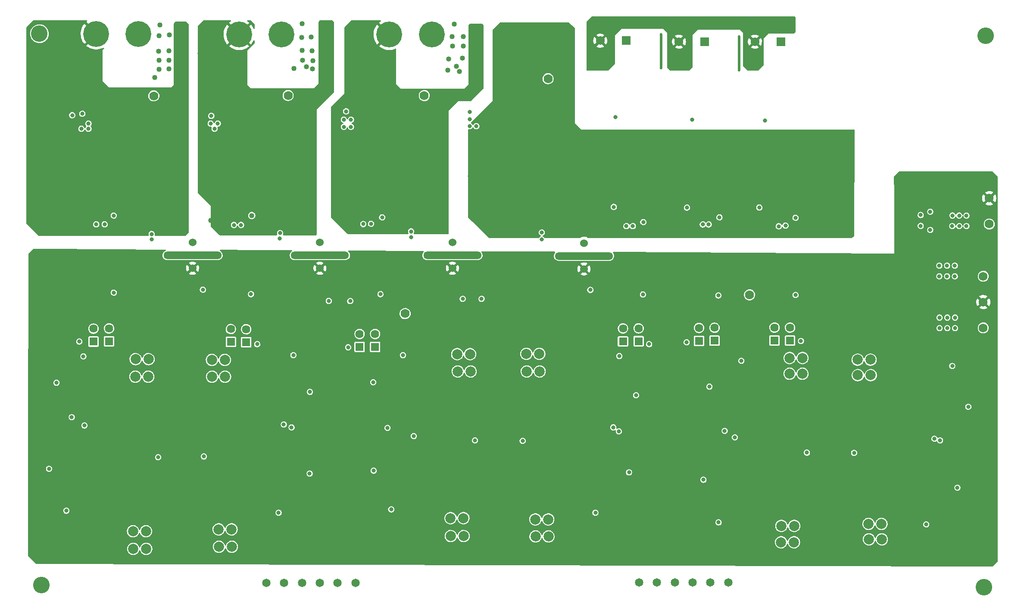
<source format=gbr>
%TF.GenerationSoftware,KiCad,Pcbnew,(5.99.0-10177-gd878cbddbc)*%
%TF.CreationDate,2021-05-19T16:56:41+02:00*%
%TF.ProjectId,PowerMeterDeng,506f7765-724d-4657-9465-7244656e672e,rev?*%
%TF.SameCoordinates,Original*%
%TF.FileFunction,Copper,L2,Inr*%
%TF.FilePolarity,Positive*%
%FSLAX46Y46*%
G04 Gerber Fmt 4.6, Leading zero omitted, Abs format (unit mm)*
G04 Created by KiCad (PCBNEW (5.99.0-10177-gd878cbddbc)) date 2021-05-19 16:56:41*
%MOMM*%
%LPD*%
G01*
G04 APERTURE LIST*
%TA.AperFunction,ComponentPad*%
%ADD10R,1.625600X1.625600*%
%TD*%
%TA.AperFunction,ComponentPad*%
%ADD11C,1.625600*%
%TD*%
%TA.AperFunction,ComponentPad*%
%ADD12C,1.651000*%
%TD*%
%TA.AperFunction,ComponentPad*%
%ADD13C,5.080000*%
%TD*%
%TA.AperFunction,ComponentPad*%
%ADD14C,1.778000*%
%TD*%
%TA.AperFunction,ComponentPad*%
%ADD15O,0.508000X7.162800*%
%TD*%
%TA.AperFunction,ComponentPad*%
%ADD16C,2.000000*%
%TD*%
%TA.AperFunction,ComponentPad*%
%ADD17O,11.430000X1.498600*%
%TD*%
%TA.AperFunction,ComponentPad*%
%ADD18C,3.251200*%
%TD*%
%TA.AperFunction,ComponentPad*%
%ADD19R,1.727200X1.727200*%
%TD*%
%TA.AperFunction,ComponentPad*%
%ADD20C,1.727200*%
%TD*%
%TA.AperFunction,ComponentPad*%
%ADD21C,1.524000*%
%TD*%
%TA.AperFunction,ComponentPad*%
%ADD22C,1.752600*%
%TD*%
%TA.AperFunction,ViaPad*%
%ADD23C,0.800000*%
%TD*%
%TA.AperFunction,ViaPad*%
%ADD24C,0.812800*%
%TD*%
%TA.AperFunction,ViaPad*%
%ADD25C,1.016000*%
%TD*%
G04 APERTURE END LIST*
D10*
%TO.N,DOUTP_W_PH*%
%TO.C,J26*%
X228432200Y-81534000D03*
D11*
%TO.N,DOUTP_W_PH1*%
X228432200Y-78994000D03*
%TD*%
D12*
%TO.N,Ip_U*%
%TO.C,J8*%
X125538695Y-129226300D03*
%TO.N,In_U*%
X129038698Y-129226300D03*
%TO.N,Ip_V*%
X132538699Y-129226300D03*
%TO.N,In_V*%
X136038700Y-129226300D03*
%TO.N,Ip_W*%
X139538700Y-129226300D03*
%TO.N,In_W*%
X143038701Y-129226300D03*
%TD*%
D10*
%TO.N,DOUTN_W_PH*%
%TO.C,J27*%
X225384200Y-81508600D03*
D11*
%TO.N,DOUTN_W_PH1*%
X225384200Y-78968600D03*
%TD*%
D13*
%TO.N,GND_WSH*%
%TO.C,TP7*%
X149666800Y-21336000D03*
%TD*%
D14*
%TO.N,-5.0V_PH*%
%TO.C,TP16*%
X180898800Y-30022800D03*
%TD*%
D13*
%TO.N,NetFB6_1*%
%TO.C,TP8*%
X158048800Y-21336000D03*
%TD*%
D15*
%TO.N,*%
%TO.C,*%
X218399200Y-25069800D03*
%TD*%
D16*
%TO.N,Vp_V*%
%TO.C,TP29*%
X230886000Y-88061800D03*
X228346000Y-88061800D03*
%TD*%
D10*
%TO.N,DOUTP_CH_W*%
%TO.C,J20*%
X146923600Y-82778600D03*
D11*
%TO.N,DOUTP_CH_W1*%
X146923600Y-80238600D03*
%TD*%
D14*
%TO.N,AMC_VCC*%
%TO.C,TP17*%
X220472000Y-72542400D03*
%TD*%
D10*
%TO.N,DOUTN_CH_W*%
%TO.C,J21*%
X143875600Y-82778600D03*
D11*
%TO.N,DOUTN_CH_W1*%
X143875600Y-80238600D03*
%TD*%
D16*
%TO.N,Ip_W*%
%TO.C,TP21*%
X165684800Y-87602200D03*
X163144800Y-87602200D03*
%TD*%
%TO.N,In_U*%
%TO.C,TP15*%
X99364800Y-119049200D03*
X101904800Y-119049200D03*
%TD*%
D17*
%TO.N,*%
%TO.C,*%
X111058800Y-64770000D03*
%TD*%
D18*
%TO.N,N/C*%
%TO.C,MH2*%
X81381600Y-129641600D03*
%TD*%
D16*
%TO.N,Vn_V*%
%TO.C,TP33*%
X229260400Y-117982700D03*
X226720400Y-117982700D03*
%TD*%
D18*
%TO.N,N/C*%
%TO.C,MH3*%
X266852400Y-21590000D03*
%TD*%
D19*
%TO.N,NetFB11_1*%
%TO.C,J15*%
X211693600Y-22758400D03*
D20*
%TO.N,NEUTRAL*%
X206613600Y-22758400D03*
%TD*%
D16*
%TO.N,In_W*%
%TO.C,TP22*%
X161740599Y-116456000D03*
X164280599Y-116456000D03*
%TD*%
D18*
%TO.N,N/C*%
%TO.C,MH2*%
X266547600Y-130048000D03*
%TD*%
D16*
%TO.N,Net-(R120-Pad1)*%
%TO.C,TP23*%
X164324198Y-119986600D03*
X161784198Y-119986600D03*
%TD*%
D10*
%TO.N,DOUTN_CH_U*%
%TO.C,J11*%
X91602400Y-81737200D03*
D11*
%TO.N,DOUTN_CH_U1*%
X91602400Y-79197200D03*
%TD*%
D18*
%TO.N,N/C*%
%TO.C,MH1*%
X80975200Y-21183600D03*
%TD*%
D16*
%TO.N,Net-(R136-Pad1)*%
%TO.C,TP35*%
X243916200Y-120624900D03*
X246456200Y-120624900D03*
%TD*%
D12*
%TO.N,Vp_U*%
%TO.C,J29*%
X198801195Y-129082800D03*
%TO.N,Vn_U*%
X202301198Y-129082800D03*
%TO.N,Vp_V*%
X205801199Y-129082800D03*
%TO.N,Vn_V*%
X209301200Y-129082800D03*
%TO.N,Vp_W*%
X212801200Y-129082800D03*
%TO.N,Vn_W*%
X216301201Y-129082800D03*
%TD*%
D13*
%TO.N,NetFB4_1*%
%TO.C,TP5*%
X128534000Y-21336000D03*
%TD*%
D10*
%TO.N,DOUTP_CH_V*%
%TO.C,J18*%
X121599800Y-81838800D03*
D11*
%TO.N,DOUTP_CH_V1*%
X121599800Y-79298800D03*
%TD*%
D16*
%TO.N,In_V*%
%TO.C,TP53*%
X118719600Y-118668800D03*
X116179600Y-118668800D03*
%TD*%
D17*
%TO.N,*%
%TO.C,*%
X136077800Y-64770000D03*
%TD*%
D10*
%TO.N,DOUTP_U_PH*%
%TO.C,J22*%
X198688800Y-81661000D03*
D11*
%TO.N,DOUTP_U_PH1*%
X198688800Y-79121000D03*
%TD*%
D16*
%TO.N,Net-(R128-Pad2)*%
%TO.C,TP31*%
X241706400Y-85293200D03*
X244246400Y-85293200D03*
%TD*%
D10*
%TO.N,DOUTN_U_PH*%
%TO.C,J23*%
X195615400Y-81686400D03*
D11*
%TO.N,DOUTN_U_PH1*%
X195615400Y-79146400D03*
%TD*%
D10*
%TO.N,DOUTN_V_PH*%
%TO.C,J25*%
X210550600Y-81584800D03*
D11*
%TO.N,DOUTN_V_PH1*%
X210550600Y-79044800D03*
%TD*%
D16*
%TO.N,Net-(R46-Pad1)*%
%TO.C,TP52*%
X118795800Y-122097800D03*
X116255800Y-122097800D03*
%TD*%
D14*
%TO.N,-5.0V_VSH*%
%TO.C,TP6*%
X129829400Y-33324800D03*
%TD*%
D21*
%TO.N,DGND*%
%TO.C,C51*%
X187944600Y-67437000D03*
%TO.N,GND_PH*%
X187944600Y-62357000D03*
%TD*%
D15*
%TO.N,*%
%TO.C,*%
X203108400Y-24638000D03*
%TD*%
D21*
%TO.N,DGND*%
%TO.C,C7*%
X111058800Y-67310000D03*
%TO.N,GND_USH*%
X111058800Y-62230000D03*
%TD*%
D16*
%TO.N,Vn_U*%
%TO.C,TP26*%
X178402999Y-116710000D03*
X180942999Y-116710000D03*
%TD*%
D10*
%TO.N,DOUTP_CH_U*%
%TO.C,J10*%
X94650400Y-81686400D03*
D11*
%TO.N,DOUTP_CH_U1*%
X94650400Y-79146400D03*
%TD*%
D10*
%TO.N,DOUTN_CH_V*%
%TO.C,J19*%
X118577200Y-81813400D03*
D11*
%TO.N,DOUTN_CH_V1*%
X118577200Y-79273400D03*
%TD*%
D16*
%TO.N,Net-(R29-Pad1)*%
%TO.C,TP11*%
X102412800Y-85191600D03*
X99872800Y-85191600D03*
%TD*%
%TO.N,Net-(R124-Pad1)*%
%TO.C,TP28*%
X228346000Y-84963000D03*
X230886000Y-84963000D03*
%TD*%
D14*
%TO.N,AMC_VCC*%
%TO.C,TP9*%
X152816400Y-76225400D03*
%TD*%
D10*
%TO.N,DOUTP_V_PH*%
%TO.C,J24*%
X213598600Y-81559400D03*
D11*
%TO.N,DOUTP_V_PH1*%
X213598600Y-79019400D03*
%TD*%
D16*
%TO.N,Net-(R116-Pad2)*%
%TO.C,TP20*%
X163043200Y-84198600D03*
X165583200Y-84198600D03*
%TD*%
D14*
%TO.N,-5.0V_WSH*%
%TO.C,TP10*%
X156575600Y-33350200D03*
%TD*%
D16*
%TO.N,Net-(R108-Pad1)*%
%TO.C,TP24*%
X176632200Y-84147800D03*
X179172200Y-84147800D03*
%TD*%
%TO.N,Ip_V*%
%TO.C,TP51*%
X114909600Y-88646000D03*
X117449600Y-88646000D03*
%TD*%
D22*
%TO.N,+15V*%
%TO.C,J30*%
X266395200Y-68884800D03*
%TO.N,DGND*%
X266395200Y-73964800D03*
%TO.N,-15V*%
X266395200Y-79044800D03*
%TD*%
D13*
%TO.N,GND_VSH*%
%TO.C,TP4*%
X120202800Y-21336000D03*
%TD*%
D16*
%TO.N,Vp_W*%
%TO.C,TP30*%
X244297200Y-88341200D03*
X241757200Y-88341200D03*
%TD*%
D13*
%TO.N,GND_USH*%
%TO.C,TP1*%
X92135800Y-21209000D03*
%TD*%
D17*
%TO.N,*%
%TO.C,*%
X187944600Y-64897000D03*
%TD*%
D14*
%TO.N,-5.0V_USH*%
%TO.C,TP3*%
X103438800Y-33401000D03*
%TD*%
D13*
%TO.N,NetFB2_1*%
%TO.C,TP2*%
X100390800Y-21209000D03*
%TD*%
D22*
%TO.N,+5V_CNTL*%
%TO.C,J17*%
X267563600Y-58623200D03*
%TO.N,DGND*%
X267563600Y-53543200D03*
%TD*%
D19*
%TO.N,NetFB12_1*%
%TO.C,J16*%
X226603400Y-22758400D03*
D20*
%TO.N,NEUTRAL*%
X221523400Y-22758400D03*
%TD*%
D19*
%TO.N,NetFB9_1*%
%TO.C,J14*%
X196225000Y-22555200D03*
D20*
%TO.N,NEUTRAL*%
X191145000Y-22555200D03*
%TD*%
D16*
%TO.N,Net-(R132-Pad2)*%
%TO.C,TP32*%
X229209600Y-121208800D03*
X226669600Y-121208800D03*
%TD*%
D17*
%TO.N,*%
%TO.C,*%
X162112800Y-64770000D03*
%TD*%
D16*
%TO.N,Net-(R112-Pad2)*%
%TO.C,TP27*%
X180968399Y-120062800D03*
X178428399Y-120062800D03*
%TD*%
%TO.N,Ip_U*%
%TO.C,TP12*%
X99822000Y-88646000D03*
X102362000Y-88646000D03*
%TD*%
%TO.N,Vn_W*%
%TO.C,TP34*%
X243865400Y-117602000D03*
X246405400Y-117602000D03*
%TD*%
%TO.N,Net-(R38-Pad2)*%
%TO.C,TP50*%
X114858800Y-85344000D03*
X117398800Y-85344000D03*
%TD*%
D21*
%TO.N,DGND*%
%TO.C,C15*%
X136077800Y-67310000D03*
%TO.N,GND_VSH*%
X136077800Y-62230000D03*
%TD*%
D16*
%TO.N,Net-(R34-Pad2)*%
%TO.C,TP13*%
X101955600Y-122504200D03*
X99415600Y-122504200D03*
%TD*%
%TO.N,Vp_U*%
%TO.C,TP25*%
X176708400Y-87602200D03*
X179248400Y-87602200D03*
%TD*%
D21*
%TO.N,DGND*%
%TO.C,C26*%
X162112800Y-67310000D03*
%TO.N,GND_WSH*%
X162112800Y-62230000D03*
%TD*%
D23*
%TO.N,+5V_CNTL*%
X260350000Y-56946800D03*
X260299200Y-59029600D03*
X261670800Y-59029600D03*
D24*
X113080800Y-71526400D03*
X189189200Y-71577200D03*
D23*
X263093200Y-59029600D03*
D24*
X137830400Y-73736200D03*
X142021400Y-73761600D03*
D23*
X263093200Y-56946800D03*
D24*
X167827800Y-73329800D03*
X164119400Y-73329800D03*
D23*
X261670800Y-56946800D03*
D24*
%TO.N,+5.0V_PH*%
X166811800Y-39370000D03*
X165491000Y-39370000D03*
X208188400Y-55397400D03*
X214563800Y-57302400D03*
X222387000Y-55372000D03*
X165541800Y-37973000D03*
X193812000Y-55245000D03*
X229524400Y-57378600D03*
X165541800Y-36601400D03*
X199603200Y-58216800D03*
%TO.N,+5.0V_USH*%
X90611800Y-38862000D03*
X89214800Y-39878000D03*
X89408000Y-36931600D03*
X95590200Y-56946800D03*
X90611800Y-39878000D03*
D25*
%TO.N,+5.0V_VSH*%
X122692000Y-56946800D03*
D24*
X116011800Y-38862000D03*
X114614800Y-38862000D03*
X114741800Y-37338000D03*
X115376800Y-39878000D03*
%TO.N,+5.0V_WSH*%
X142173800Y-39497000D03*
X148295200Y-57302400D03*
X141234000Y-36449000D03*
X140776800Y-38100000D03*
X140776800Y-39497000D03*
X142173800Y-38100000D03*
%TO.N,AMC_VCC*%
X147965000Y-72415400D03*
D23*
X255981200Y-56184800D03*
X254101600Y-58978800D03*
D24*
X199552400Y-72466200D03*
X95590200Y-72110600D03*
X229524400Y-72567800D03*
X122539600Y-72415400D03*
D23*
X255981200Y-59791600D03*
X254101600Y-56845200D03*
D24*
X214360600Y-72669400D03*
D23*
%TO.N,DGND*%
X258165600Y-117678200D03*
X226568000Y-90474800D03*
X149446999Y-84452600D03*
X226796600Y-115925300D03*
X257048000Y-53086000D03*
D24*
X110500000Y-76047600D03*
D23*
X260858000Y-71932800D03*
X97790000Y-104597200D03*
X182906000Y-101267400D03*
X260045200Y-54343300D03*
D24*
X208086800Y-71983600D03*
X188452600Y-70358000D03*
D23*
X254939800Y-101092000D03*
X218617800Y-99288600D03*
X127763800Y-84353400D03*
X124206000Y-99771200D03*
X225143800Y-103682800D03*
X196804999Y-98651200D03*
X182347200Y-89837400D03*
X131978400Y-97942400D03*
D24*
X223225200Y-72009000D03*
D23*
X89255600Y-71577200D03*
D24*
X141615000Y-71653400D03*
D23*
X156558999Y-84300200D03*
X188422999Y-97838400D03*
D24*
X164475000Y-68707000D03*
X147965000Y-74015600D03*
D23*
X258572000Y-54330600D03*
X253267000Y-100208300D03*
X159200599Y-113865200D03*
X220700600Y-85877400D03*
X260858000Y-74015600D03*
X246202200Y-115493800D03*
X83515200Y-96774000D03*
D24*
X122565000Y-74015600D03*
D23*
X257810000Y-71932800D03*
D24*
X134960200Y-77266800D03*
D23*
X247192800Y-90627200D03*
D24*
X139760800Y-80772000D03*
X137347800Y-70104000D03*
D23*
X259334000Y-74015600D03*
X257810000Y-74015600D03*
X249580400Y-58928000D03*
X255524000Y-51828700D03*
X160604800Y-89786600D03*
X259708000Y-100792500D03*
X121615200Y-116027200D03*
X193167600Y-115440600D03*
X217297000Y-117348000D03*
D24*
X214360600Y-74269600D03*
D23*
X257048000Y-54305200D03*
X96367600Y-116078000D03*
D24*
X116088000Y-71729600D03*
D23*
X257354600Y-86472200D03*
X248081800Y-103759000D03*
X259334000Y-71932800D03*
X261518400Y-54356000D03*
X192017399Y-84503400D03*
X181196999Y-114322400D03*
D24*
X95590200Y-73710800D03*
D23*
X152921199Y-114772800D03*
X148145999Y-98847000D03*
D24*
X158201200Y-75946000D03*
D23*
X249580400Y-56845200D03*
D24*
X113080800Y-70408800D03*
X199527000Y-74142600D03*
D23*
X90424000Y-96672400D03*
X86715600Y-84582000D03*
X261518400Y-53136800D03*
X260045200Y-51854100D03*
X255524000Y-53098700D03*
X258572000Y-51841400D03*
X214503000Y-100634800D03*
X130860800Y-115417600D03*
X255524000Y-54317900D03*
X260045200Y-53124100D03*
X261518400Y-51866800D03*
X215925400Y-85471000D03*
X257048000Y-51816000D03*
X94234000Y-84734400D03*
X89255600Y-115011200D03*
D24*
X131886800Y-75565000D03*
D23*
X119735600Y-104546400D03*
X116801587Y-90861994D03*
D24*
X163789200Y-77724000D03*
D23*
X127609600Y-98704400D03*
D24*
X161096800Y-76276200D03*
X193227800Y-71932800D03*
D23*
X159842800Y-101165800D03*
D24*
X107121800Y-75692000D03*
D23*
X188570200Y-100302200D03*
D24*
X229549800Y-74345800D03*
D23*
X98755200Y-90982800D03*
X258572000Y-53111400D03*
D24*
X188960600Y-74498200D03*
D23*
X86817200Y-98247200D03*
X152260799Y-98643800D03*
%TO.N,DOUTN_CH_U*%
X88798400Y-81737200D03*
X82854800Y-106756200D03*
X84328000Y-89839800D03*
%TO.N,DOUTN_CH_W*%
X141630400Y-82854800D03*
X146545799Y-89728400D03*
X146647399Y-107127400D03*
%TO.N,DOUTN_V_PH*%
X208127600Y-81889600D03*
X211429600Y-108915200D03*
X212598000Y-90601800D03*
%TO.N,DOUTP_CH_V*%
X134125300Y-91643200D03*
X123748800Y-82245200D03*
X134061200Y-107696000D03*
%TO.N,DOUTP_U_PH*%
X200761600Y-82245200D03*
X198170800Y-92303600D03*
X196799800Y-107465000D03*
%TO.N,DOUTP_W_PH*%
X261315200Y-110464600D03*
X263450600Y-94549400D03*
X230581200Y-81635600D03*
D24*
%TO.N,GND_PH*%
X229524400Y-55803800D03*
X166811800Y-49174400D03*
X209737800Y-48514000D03*
X222615600Y-45237400D03*
X177860800Y-52171600D03*
X165541800Y-49174400D03*
X220278800Y-58521600D03*
X205750000Y-58343800D03*
X184083800Y-44602400D03*
X180654800Y-40284400D03*
X199603200Y-55626000D03*
X179130800Y-52171600D03*
X184591800Y-37998400D03*
X182559800Y-39522400D03*
X183321800Y-37744400D03*
X214563800Y-55727600D03*
X183448800Y-38887400D03*
X178572000Y-53162200D03*
X191754600Y-58547000D03*
X194497800Y-49606200D03*
X192211800Y-46609000D03*
X207274000Y-45542200D03*
X185470800Y-26568400D03*
X179359400Y-23876000D03*
X224723800Y-48590200D03*
X173365000Y-23901400D03*
D25*
%TO.N,GND_USH*%
X89214800Y-48768000D03*
X86598600Y-22936200D03*
X104835800Y-43180000D03*
X105521600Y-41859200D03*
X103819800Y-51943000D03*
X86522400Y-29667200D03*
X90611800Y-48768000D03*
X80197800Y-38608000D03*
X86624000Y-25069800D03*
X106867800Y-42164000D03*
X86598600Y-27711400D03*
X88224200Y-19431000D03*
X89214800Y-27178000D03*
X108772800Y-38862000D03*
D24*
X95590200Y-55346600D03*
D25*
X109474000Y-31445200D03*
X88452800Y-23012400D03*
X89214800Y-29718000D03*
X86751000Y-20726400D03*
X103438800Y-53594000D03*
X87030400Y-59385200D03*
X108772800Y-41021000D03*
X101686200Y-51663600D03*
X108772800Y-25146000D03*
X107286869Y-44626831D03*
X89240200Y-25044400D03*
X108264800Y-42164000D03*
%TO.N,GND_VSH*%
X134045800Y-42164000D03*
X114614800Y-57912000D03*
X115630800Y-20116800D03*
X127162400Y-51638200D03*
X132648800Y-42164000D03*
X114691000Y-24790400D03*
X112532000Y-25019000D03*
X115757800Y-29921200D03*
X134366000Y-40792400D03*
X114691000Y-22098000D03*
X116570600Y-27889200D03*
X116545200Y-24765000D03*
X117916800Y-29845000D03*
X115707000Y-26441400D03*
X114487800Y-49022000D03*
X136585800Y-25781000D03*
X128534000Y-43027600D03*
X132953600Y-44678600D03*
X116519800Y-22148800D03*
X134366000Y-39014400D03*
X115884800Y-49022000D03*
X128991200Y-51587400D03*
X114665600Y-27863800D03*
X131124800Y-42164000D03*
X128584800Y-53721000D03*
X122692000Y-55346600D03*
D24*
%TO.N,NetC9_2*%
X119186800Y-58801000D03*
%TO.N,NetC9_1*%
X120583800Y-58801000D03*
%TO.N,NetC55_2*%
X196275800Y-59029600D03*
%TO.N,NetC55_1*%
X197545800Y-59029600D03*
%TO.N,NetC61_2*%
X211287200Y-58699400D03*
%TO.N,NetC61_1*%
X212455600Y-58699400D03*
%TO.N,NetC68_2*%
X226222400Y-59055000D03*
%TO.N,NetC68_1*%
X227543200Y-58928000D03*
%TO.N,NetC18_2*%
X144586800Y-58623200D03*
%TO.N,NetC18_1*%
X146136200Y-58572400D03*
%TO.N,NetC2_1*%
X93786800Y-58674000D03*
%TO.N,NetC2_2*%
X92135800Y-58674000D03*
%TO.N,NetD1_2*%
X87411400Y-37211000D03*
%TO.N,NetD21_1*%
X179638800Y-61645800D03*
D23*
X179679600Y-60299600D03*
D24*
%TO.N,NetD43_1*%
X103032400Y-60579000D03*
X103057800Y-61595000D03*
%TO.N,NetD37_1*%
X128203800Y-61468000D03*
X128254600Y-60401200D03*
%TO.N,NetD32_1*%
X153974800Y-61214000D03*
X153984800Y-60071000D03*
D25*
%TO.N,NetFB2_1*%
X106486800Y-21386800D03*
X106385200Y-24561800D03*
X106436000Y-28117800D03*
X103591200Y-29819600D03*
X104454800Y-26416000D03*
X104378600Y-24612600D03*
X104505600Y-28168600D03*
X104505600Y-21564600D03*
X104607200Y-19481800D03*
X106436000Y-26416000D03*
%TO.N,NetFB4_1*%
X132496400Y-21894800D03*
X134350600Y-21818600D03*
X132598000Y-19177000D03*
X134680800Y-26492200D03*
X132623400Y-26441400D03*
X134528400Y-24511000D03*
X132598000Y-24460200D03*
X134620000Y-28092400D03*
X131013200Y-28041600D03*
X133410800Y-27686000D03*
%TO.N,NetFB6_1*%
X162493800Y-19304000D03*
X162087400Y-23622000D03*
X161350800Y-26162000D03*
X163525200Y-28651200D03*
X164221000Y-23596600D03*
X162900200Y-27559000D03*
X162036600Y-21767800D03*
X164271800Y-21742400D03*
X164094000Y-25958800D03*
X161188400Y-28346400D03*
D24*
%TO.N,NetR60_2*%
X194142200Y-37592000D03*
%TO.N,NetR72_2*%
X209204400Y-38125400D03*
%TO.N,NetR84_2*%
X223520000Y-38303200D03*
D25*
%TO.N,GND_WSH*%
X154746800Y-42926000D03*
X153375200Y-51536600D03*
X142173800Y-48641000D03*
X159090200Y-42519600D03*
X157490000Y-42367200D03*
X155254800Y-51511200D03*
X159268000Y-46888400D03*
X143621600Y-26390600D03*
X143596200Y-21945600D03*
X160715800Y-39395400D03*
X143494600Y-24231600D03*
X145983800Y-24104600D03*
X143697800Y-29997400D03*
X146034600Y-22047200D03*
X140192600Y-58267600D03*
X141665800Y-25273000D03*
X144942400Y-28295600D03*
X154365800Y-53340000D03*
X160766600Y-40817800D03*
X145069400Y-19558000D03*
X146517200Y-30022800D03*
D23*
X147624800Y-39014400D03*
D24*
X148320600Y-55702200D03*
D25*
X140599000Y-48590200D03*
X146161600Y-26416000D03*
X160512600Y-42138600D03*
X166049800Y-23241000D03*
D23*
%TO.N,-15V*%
X218871800Y-85521800D03*
X113284000Y-104343200D03*
X255193800Y-117703600D03*
X217601800Y-100558600D03*
X257810000Y-77012800D03*
X257810000Y-79095600D03*
X127965200Y-115417600D03*
X128981200Y-98044000D03*
X89611200Y-84632800D03*
X259334000Y-79095600D03*
X260858000Y-79095600D03*
X154521399Y-100320200D03*
X175895600Y-101267400D03*
X152387799Y-84401800D03*
X190195800Y-115415200D03*
X260858000Y-77012800D03*
X89814400Y-98247200D03*
X241013402Y-103632000D03*
X193706199Y-98600400D03*
X256812400Y-100843300D03*
X259334000Y-77012800D03*
%TO.N,+15V*%
X231749600Y-103581200D03*
X194887599Y-84579600D03*
X104292400Y-104495600D03*
X149365199Y-98694600D03*
X194793200Y-99387800D03*
X259283200Y-66802000D03*
X257759200Y-68884800D03*
X215595200Y-99288600D03*
X257759200Y-66802000D03*
X166548400Y-101165800D03*
X130505200Y-98602800D03*
X260807200Y-66802000D03*
X259283200Y-68884800D03*
X150076399Y-114747400D03*
X214401400Y-117297200D03*
X130862600Y-84404200D03*
X86258400Y-115011200D03*
X257911600Y-101168200D03*
X87325200Y-96621600D03*
X260807200Y-68884800D03*
X260301000Y-86548400D03*
%TD*%
%TA.AperFunction,Conductor*%
%TO.N,GND_VSH*%
G36*
X118588748Y-18536602D02*
G01*
X118635241Y-18590258D01*
X118645345Y-18660532D01*
X118615851Y-18725112D01*
X118584102Y-18751443D01*
X118520835Y-18788339D01*
X118514869Y-18792288D01*
X118243868Y-18994653D01*
X118236722Y-19006840D01*
X118236755Y-19007650D01*
X118241831Y-19015821D01*
X120189988Y-20963978D01*
X120203932Y-20971592D01*
X120205765Y-20971461D01*
X120212380Y-20967210D01*
X122158561Y-19021029D01*
X122166075Y-19007268D01*
X122159617Y-18997907D01*
X122085102Y-18932561D01*
X122079482Y-18928169D01*
X121817071Y-18746128D01*
X121772501Y-18690864D01*
X121764884Y-18620277D01*
X121796638Y-18556778D01*
X121857682Y-18520526D01*
X121888891Y-18516600D01*
X122386977Y-18516600D01*
X122455098Y-18536602D01*
X122474647Y-18552102D01*
X123212470Y-19266868D01*
X123247480Y-19328632D01*
X123250800Y-19357366D01*
X123250800Y-20096269D01*
X123230798Y-20164390D01*
X123177142Y-20210883D01*
X123106868Y-20220987D01*
X123042288Y-20191493D01*
X123008603Y-20144994D01*
X122948200Y-20000950D01*
X122945075Y-19994541D01*
X122779425Y-19698750D01*
X122775577Y-19692710D01*
X122577521Y-19417594D01*
X122573022Y-19412037D01*
X122543769Y-19379832D01*
X122530209Y-19371559D01*
X122529986Y-19371564D01*
X122520925Y-19377085D01*
X120574822Y-21323188D01*
X120567208Y-21337132D01*
X120567339Y-21338965D01*
X120571590Y-21345580D01*
X122518704Y-23292694D01*
X122531545Y-23299706D01*
X122542234Y-23291911D01*
X122701459Y-23089936D01*
X122705554Y-23084087D01*
X122883945Y-22795811D01*
X122887358Y-22789525D01*
X123010839Y-22527705D01*
X123057988Y-22474625D01*
X123126349Y-22455462D01*
X123194219Y-22476300D01*
X123240048Y-22530523D01*
X123250800Y-22581452D01*
X123250800Y-23061810D01*
X123230798Y-23129931D01*
X123213895Y-23150905D01*
X121853800Y-24511000D01*
X121853800Y-31242000D01*
X122488800Y-31877000D01*
X134934800Y-31877000D01*
X135823800Y-30988000D01*
X135823800Y-18848190D01*
X135843802Y-18780069D01*
X135860705Y-18759095D01*
X136040895Y-18578905D01*
X136103207Y-18544879D01*
X136129990Y-18542000D01*
X138438610Y-18542000D01*
X138506731Y-18562002D01*
X138527705Y-18578905D01*
X138834895Y-18886095D01*
X138868921Y-18948407D01*
X138871800Y-18975190D01*
X138871800Y-32586810D01*
X138851798Y-32654931D01*
X138834895Y-32675905D01*
X135442800Y-36068000D01*
X135442800Y-60653810D01*
X135422798Y-60721931D01*
X135405895Y-60742905D01*
X135352705Y-60796095D01*
X135290393Y-60830121D01*
X135263610Y-60833000D01*
X128925382Y-60833000D01*
X128857261Y-60812998D01*
X128810768Y-60759342D01*
X128800664Y-60689068D01*
X128808230Y-60660616D01*
X128824328Y-60619958D01*
X128850376Y-60554169D01*
X128869700Y-60401200D01*
X128850376Y-60248231D01*
X128793616Y-60104873D01*
X128702989Y-59980135D01*
X128584187Y-59881854D01*
X128444676Y-59816205D01*
X128341362Y-59796497D01*
X128301008Y-59788799D01*
X128301006Y-59788799D01*
X128293222Y-59787314D01*
X128208135Y-59792667D01*
X128147254Y-59796497D01*
X128147252Y-59796497D01*
X128139342Y-59796995D01*
X128131806Y-59799444D01*
X128131804Y-59799444D01*
X128000245Y-59842190D01*
X128000242Y-59842191D01*
X127992703Y-59844641D01*
X127862521Y-59927257D01*
X127756974Y-60039653D01*
X127682694Y-60174767D01*
X127680724Y-60182439D01*
X127680723Y-60182442D01*
X127661814Y-60256090D01*
X127644350Y-60324108D01*
X127644350Y-60478292D01*
X127646321Y-60485967D01*
X127646321Y-60485970D01*
X127663832Y-60554169D01*
X127682694Y-60627633D01*
X127692957Y-60646300D01*
X127708246Y-60715628D01*
X127683626Y-60782219D01*
X127626913Y-60824929D01*
X127582542Y-60833000D01*
X116444990Y-60833000D01*
X116376869Y-60812998D01*
X116355895Y-60796095D01*
X114651705Y-59091905D01*
X114617679Y-59029593D01*
X114614800Y-59002810D01*
X114614800Y-58723908D01*
X118576550Y-58723908D01*
X118576550Y-58878092D01*
X118578521Y-58885767D01*
X118578521Y-58885770D01*
X118612923Y-59019756D01*
X118614894Y-59027433D01*
X118689174Y-59162547D01*
X118794721Y-59274943D01*
X118924903Y-59357559D01*
X118932442Y-59360009D01*
X118932445Y-59360010D01*
X119064004Y-59402756D01*
X119064006Y-59402756D01*
X119071542Y-59405205D01*
X119079452Y-59405703D01*
X119079454Y-59405703D01*
X119140335Y-59409533D01*
X119225422Y-59414886D01*
X119233206Y-59413401D01*
X119233208Y-59413401D01*
X119281745Y-59404142D01*
X119376876Y-59385995D01*
X119516387Y-59320346D01*
X119635189Y-59222065D01*
X119725816Y-59097327D01*
X119750739Y-59034381D01*
X119767487Y-58992080D01*
X119811162Y-58936106D01*
X119878165Y-58912630D01*
X119947224Y-58929106D01*
X119996412Y-58980302D01*
X120006681Y-59007130D01*
X120011894Y-59027433D01*
X120086174Y-59162547D01*
X120191721Y-59274943D01*
X120321903Y-59357559D01*
X120329442Y-59360009D01*
X120329445Y-59360010D01*
X120461004Y-59402756D01*
X120461006Y-59402756D01*
X120468542Y-59405205D01*
X120476452Y-59405703D01*
X120476454Y-59405703D01*
X120537335Y-59409533D01*
X120622422Y-59414886D01*
X120630206Y-59413401D01*
X120630208Y-59413401D01*
X120678745Y-59404142D01*
X120773876Y-59385995D01*
X120913387Y-59320346D01*
X121032189Y-59222065D01*
X121122816Y-59097327D01*
X121179576Y-58953969D01*
X121198900Y-58801000D01*
X121179576Y-58648031D01*
X121122816Y-58504673D01*
X121032189Y-58379935D01*
X120913387Y-58281654D01*
X120773876Y-58216005D01*
X120670562Y-58196297D01*
X120630208Y-58188599D01*
X120630206Y-58188599D01*
X120622422Y-58187114D01*
X120537335Y-58192467D01*
X120476454Y-58196297D01*
X120476452Y-58196297D01*
X120468542Y-58196795D01*
X120461006Y-58199244D01*
X120461004Y-58199244D01*
X120329445Y-58241990D01*
X120329442Y-58241991D01*
X120321903Y-58244441D01*
X120191721Y-58327057D01*
X120086174Y-58439453D01*
X120011894Y-58574567D01*
X120009923Y-58582244D01*
X120006681Y-58594870D01*
X119970367Y-58655877D01*
X119906835Y-58687566D01*
X119836256Y-58679876D01*
X119781038Y-58635250D01*
X119767487Y-58609920D01*
X119728734Y-58512042D01*
X119728733Y-58512040D01*
X119725816Y-58504673D01*
X119635189Y-58379935D01*
X119516387Y-58281654D01*
X119376876Y-58216005D01*
X119273562Y-58196297D01*
X119233208Y-58188599D01*
X119233206Y-58188599D01*
X119225422Y-58187114D01*
X119140335Y-58192467D01*
X119079454Y-58196297D01*
X119079452Y-58196297D01*
X119071542Y-58196795D01*
X119064006Y-58199244D01*
X119064004Y-58199244D01*
X118932445Y-58241990D01*
X118932442Y-58241991D01*
X118924903Y-58244441D01*
X118794721Y-58327057D01*
X118689174Y-58439453D01*
X118614894Y-58574567D01*
X118612924Y-58582239D01*
X118612923Y-58582242D01*
X118594017Y-58655877D01*
X118576550Y-58723908D01*
X114614800Y-58723908D01*
X114614800Y-56939295D01*
X121975339Y-56939295D01*
X121994236Y-57110459D01*
X121996845Y-57117590D01*
X121996846Y-57117592D01*
X122050805Y-57265041D01*
X122053416Y-57272175D01*
X122057652Y-57278478D01*
X122057652Y-57278479D01*
X122145228Y-57408807D01*
X122145231Y-57408810D01*
X122149462Y-57415107D01*
X122276829Y-57531002D01*
X122300317Y-57543755D01*
X122421488Y-57609546D01*
X122421490Y-57609547D01*
X122428165Y-57613171D01*
X122435514Y-57615099D01*
X122587383Y-57654941D01*
X122587385Y-57654941D01*
X122594733Y-57656869D01*
X122687308Y-57658323D01*
X122759319Y-57659455D01*
X122759322Y-57659455D01*
X122766916Y-57659574D01*
X122825445Y-57646169D01*
X122927370Y-57622825D01*
X122927374Y-57622824D01*
X122934773Y-57621129D01*
X122957804Y-57609546D01*
X123081833Y-57547167D01*
X123081836Y-57547165D01*
X123088616Y-57543755D01*
X123094387Y-57538826D01*
X123094390Y-57538824D01*
X123213789Y-57436847D01*
X123213790Y-57436846D01*
X123219561Y-57431917D01*
X123320049Y-57292073D01*
X123384279Y-57132296D01*
X123408543Y-56961809D01*
X123408700Y-56946800D01*
X123406881Y-56931764D01*
X123388924Y-56783383D01*
X123388012Y-56775843D01*
X123327142Y-56614756D01*
X123229605Y-56472838D01*
X123223316Y-56467234D01*
X123106701Y-56363335D01*
X123101030Y-56358282D01*
X123093002Y-56354031D01*
X123032112Y-56321792D01*
X122948842Y-56277703D01*
X122781826Y-56235751D01*
X122774228Y-56235711D01*
X122774226Y-56235711D01*
X122699865Y-56235322D01*
X122609625Y-56234850D01*
X122602246Y-56236622D01*
X122602242Y-56236622D01*
X122449557Y-56273278D01*
X122449553Y-56273279D01*
X122442178Y-56275050D01*
X122289155Y-56354031D01*
X122283433Y-56359023D01*
X122283431Y-56359024D01*
X122165115Y-56462238D01*
X122159388Y-56467234D01*
X122060370Y-56608123D01*
X122057611Y-56615198D01*
X122057610Y-56615201D01*
X122000576Y-56761485D01*
X121997816Y-56768564D01*
X121975339Y-56939295D01*
X114614800Y-56939295D01*
X114614800Y-54991000D01*
X112111705Y-52487905D01*
X112077679Y-52425593D01*
X112074800Y-52398810D01*
X112074800Y-38784908D01*
X114004550Y-38784908D01*
X114004550Y-38939092D01*
X114006521Y-38946767D01*
X114006521Y-38946770D01*
X114040923Y-39080756D01*
X114042894Y-39088433D01*
X114068721Y-39135412D01*
X114106930Y-39204913D01*
X114117174Y-39223547D01*
X114222721Y-39335943D01*
X114352903Y-39418559D01*
X114360442Y-39421009D01*
X114360445Y-39421010D01*
X114492004Y-39463756D01*
X114492006Y-39463756D01*
X114499542Y-39466205D01*
X114507452Y-39466703D01*
X114507454Y-39466703D01*
X114568335Y-39470533D01*
X114653422Y-39475886D01*
X114668535Y-39473003D01*
X114739197Y-39479888D01*
X114794919Y-39523883D01*
X114818011Y-39591019D01*
X114809291Y-39643162D01*
X114808715Y-39644617D01*
X114804894Y-39651567D01*
X114802924Y-39659239D01*
X114802923Y-39659242D01*
X114784014Y-39732890D01*
X114766550Y-39800908D01*
X114766550Y-39955092D01*
X114768521Y-39962767D01*
X114768521Y-39962770D01*
X114786032Y-40030969D01*
X114804894Y-40104433D01*
X114879174Y-40239547D01*
X114984721Y-40351943D01*
X115114903Y-40434559D01*
X115122442Y-40437009D01*
X115122445Y-40437010D01*
X115254004Y-40479756D01*
X115254006Y-40479756D01*
X115261542Y-40482205D01*
X115269452Y-40482703D01*
X115269454Y-40482703D01*
X115330335Y-40486533D01*
X115415422Y-40491886D01*
X115423206Y-40490401D01*
X115423208Y-40490401D01*
X115471745Y-40481142D01*
X115566876Y-40462995D01*
X115706387Y-40397346D01*
X115825189Y-40299065D01*
X115915816Y-40174327D01*
X115972576Y-40030969D01*
X115991900Y-39878000D01*
X115972576Y-39725031D01*
X115946528Y-39659242D01*
X115941679Y-39646994D01*
X115935200Y-39576293D01*
X115967972Y-39513313D01*
X116029592Y-39478050D01*
X116045938Y-39475604D01*
X116050422Y-39475886D01*
X116201876Y-39446995D01*
X116341387Y-39381346D01*
X116460189Y-39283065D01*
X116508478Y-39216601D01*
X116546157Y-39164740D01*
X116546158Y-39164738D01*
X116550816Y-39158327D01*
X116607576Y-39014969D01*
X116626900Y-38862000D01*
X116607576Y-38709031D01*
X116550816Y-38565673D01*
X116460189Y-38440935D01*
X116341387Y-38342654D01*
X116201876Y-38277005D01*
X116098562Y-38257297D01*
X116058208Y-38249599D01*
X116058206Y-38249599D01*
X116050422Y-38248114D01*
X115965335Y-38253467D01*
X115904454Y-38257297D01*
X115904452Y-38257297D01*
X115896542Y-38257795D01*
X115889006Y-38260244D01*
X115889004Y-38260244D01*
X115757445Y-38302990D01*
X115757442Y-38302991D01*
X115749903Y-38305441D01*
X115619721Y-38388057D01*
X115514174Y-38500453D01*
X115439894Y-38635567D01*
X115437923Y-38643244D01*
X115434681Y-38655870D01*
X115398367Y-38716877D01*
X115334835Y-38748566D01*
X115264256Y-38740876D01*
X115209038Y-38696250D01*
X115195487Y-38670920D01*
X115156734Y-38573042D01*
X115156733Y-38573040D01*
X115153816Y-38565673D01*
X115063189Y-38440935D01*
X114944387Y-38342654D01*
X114804876Y-38277005D01*
X114701562Y-38257297D01*
X114661208Y-38249599D01*
X114661206Y-38249599D01*
X114653422Y-38248114D01*
X114568335Y-38253467D01*
X114507454Y-38257297D01*
X114507452Y-38257297D01*
X114499542Y-38257795D01*
X114492006Y-38260244D01*
X114492004Y-38260244D01*
X114360445Y-38302990D01*
X114360442Y-38302991D01*
X114352903Y-38305441D01*
X114222721Y-38388057D01*
X114117174Y-38500453D01*
X114042894Y-38635567D01*
X114040924Y-38643239D01*
X114040923Y-38643242D01*
X114022017Y-38716877D01*
X114004550Y-38784908D01*
X112074800Y-38784908D01*
X112074800Y-37260908D01*
X114131550Y-37260908D01*
X114131550Y-37415092D01*
X114133521Y-37422767D01*
X114133521Y-37422770D01*
X114151032Y-37490969D01*
X114169894Y-37564433D01*
X114244174Y-37699547D01*
X114349721Y-37811943D01*
X114479903Y-37894559D01*
X114487442Y-37897009D01*
X114487445Y-37897010D01*
X114619004Y-37939756D01*
X114619006Y-37939756D01*
X114626542Y-37942205D01*
X114634452Y-37942703D01*
X114634454Y-37942703D01*
X114695335Y-37946533D01*
X114780422Y-37951886D01*
X114788206Y-37950401D01*
X114788208Y-37950401D01*
X114836745Y-37941142D01*
X114931876Y-37922995D01*
X115071387Y-37857346D01*
X115190189Y-37759065D01*
X115280816Y-37634327D01*
X115337576Y-37490969D01*
X115356900Y-37338000D01*
X115337576Y-37185031D01*
X115280816Y-37041673D01*
X115190189Y-36916935D01*
X115071387Y-36818654D01*
X114931876Y-36753005D01*
X114828562Y-36733297D01*
X114788208Y-36725599D01*
X114788206Y-36725599D01*
X114780422Y-36724114D01*
X114695335Y-36729467D01*
X114634454Y-36733297D01*
X114634452Y-36733297D01*
X114626542Y-36733795D01*
X114619006Y-36736244D01*
X114619004Y-36736244D01*
X114487445Y-36778990D01*
X114487442Y-36778991D01*
X114479903Y-36781441D01*
X114349721Y-36864057D01*
X114244174Y-36976453D01*
X114169894Y-37111567D01*
X114167924Y-37119239D01*
X114167923Y-37119242D01*
X114149014Y-37192890D01*
X114131550Y-37260908D01*
X112074800Y-37260908D01*
X112074800Y-33426195D01*
X128736393Y-33426195D01*
X128775286Y-33631049D01*
X128852213Y-33824852D01*
X128855439Y-33829906D01*
X128855441Y-33829910D01*
X128961178Y-33995563D01*
X128964401Y-34000612D01*
X128968516Y-34004956D01*
X128968520Y-34004961D01*
X129045239Y-34085947D01*
X129107799Y-34151987D01*
X129277235Y-34273514D01*
X129466594Y-34360810D01*
X129472410Y-34362244D01*
X129472413Y-34362245D01*
X129663220Y-34409288D01*
X129663221Y-34409288D01*
X129669045Y-34410724D01*
X129675036Y-34411033D01*
X129675038Y-34411033D01*
X129735221Y-34414134D01*
X129877281Y-34421455D01*
X129883216Y-34420626D01*
X129883220Y-34420626D01*
X130044093Y-34398160D01*
X130083790Y-34392616D01*
X130281119Y-34325247D01*
X130286327Y-34322270D01*
X130286330Y-34322269D01*
X130367235Y-34276028D01*
X130462150Y-34221780D01*
X130620349Y-34085947D01*
X130750009Y-33922650D01*
X130801028Y-33824852D01*
X130843677Y-33743097D01*
X130843678Y-33743095D01*
X130846450Y-33737781D01*
X130906194Y-33538011D01*
X130927085Y-33330548D01*
X130927100Y-33324800D01*
X130907296Y-33117230D01*
X130848599Y-32917150D01*
X130801244Y-32825205D01*
X130755872Y-32737109D01*
X130755870Y-32737106D01*
X130753126Y-32731778D01*
X130624323Y-32567805D01*
X130466838Y-32431145D01*
X130461655Y-32428147D01*
X130461650Y-32428143D01*
X130291542Y-32329735D01*
X130286351Y-32326732D01*
X130089377Y-32258331D01*
X130083442Y-32257470D01*
X130083440Y-32257470D01*
X129888962Y-32229272D01*
X129888959Y-32229272D01*
X129883022Y-32228411D01*
X129674733Y-32238051D01*
X129668909Y-32239455D01*
X129668906Y-32239455D01*
X129477857Y-32285498D01*
X129477855Y-32285499D01*
X129472024Y-32286904D01*
X129466566Y-32289386D01*
X129466562Y-32289387D01*
X129377822Y-32329735D01*
X129282210Y-32373207D01*
X129112140Y-32493847D01*
X128967951Y-32644469D01*
X128854845Y-32819639D01*
X128852602Y-32825205D01*
X128813231Y-32922898D01*
X128776904Y-33013036D01*
X128736939Y-33217683D01*
X128736393Y-33426195D01*
X112074800Y-33426195D01*
X112074800Y-23664086D01*
X118239895Y-23664086D01*
X118247238Y-23674343D01*
X118405525Y-23803668D01*
X118411300Y-23807864D01*
X118696428Y-23991265D01*
X118702636Y-23994776D01*
X119006694Y-24144721D01*
X119013259Y-24147508D01*
X119332337Y-24262069D01*
X119339179Y-24264096D01*
X119669183Y-24341801D01*
X119676189Y-24343037D01*
X120012876Y-24382887D01*
X120019988Y-24383322D01*
X120359013Y-24384800D01*
X120366133Y-24384427D01*
X120703134Y-24347519D01*
X120710179Y-24346341D01*
X121040829Y-24271522D01*
X121047702Y-24269551D01*
X121367760Y-24157782D01*
X121374350Y-24155053D01*
X121679713Y-24007763D01*
X121685938Y-24004312D01*
X121972653Y-23823408D01*
X121978486Y-23819248D01*
X122157606Y-23675488D01*
X122166077Y-23663340D01*
X122159691Y-23652101D01*
X120215612Y-21708022D01*
X120201668Y-21700408D01*
X120199835Y-21700539D01*
X120193220Y-21704790D01*
X118247078Y-23650932D01*
X118239895Y-23664086D01*
X112074800Y-23664086D01*
X112074800Y-21438974D01*
X117151738Y-21438974D01*
X117151987Y-21446111D01*
X117183007Y-21783696D01*
X117184063Y-21790762D01*
X117253101Y-22122678D01*
X117254947Y-22129570D01*
X117361117Y-22451538D01*
X117363730Y-22458171D01*
X117505666Y-22766054D01*
X117509011Y-22772346D01*
X117684893Y-23062190D01*
X117688929Y-23068061D01*
X117862256Y-23291916D01*
X117873961Y-23300385D01*
X117885789Y-23293801D01*
X119830778Y-21348812D01*
X119838392Y-21334868D01*
X119838261Y-21333035D01*
X119834010Y-21326420D01*
X117888178Y-19380588D01*
X117874717Y-19373238D01*
X117864902Y-19380137D01*
X117766871Y-19495936D01*
X117762583Y-19501627D01*
X117574235Y-19783509D01*
X117570606Y-19789668D01*
X117415385Y-20091050D01*
X117412478Y-20097579D01*
X117292369Y-20414602D01*
X117290221Y-20421413D01*
X117206772Y-20749993D01*
X117205410Y-20757004D01*
X117159694Y-21092913D01*
X117159133Y-21100047D01*
X117151738Y-21438974D01*
X112074800Y-21438974D01*
X112074800Y-19737190D01*
X112094802Y-19669069D01*
X112111705Y-19648095D01*
X113206295Y-18553505D01*
X113268607Y-18519479D01*
X113295390Y-18516600D01*
X118520627Y-18516600D01*
X118588748Y-18536602D01*
G37*
%TD.AperFunction*%
%TD*%
%TA.AperFunction,Conductor*%
%TO.N,GND_WSH*%
G36*
X148009194Y-18562002D02*
G01*
X148055687Y-18615658D01*
X148065791Y-18685932D01*
X148036297Y-18750512D01*
X148004548Y-18776844D01*
X147984822Y-18788348D01*
X147978869Y-18792288D01*
X147707868Y-18994653D01*
X147700722Y-19006840D01*
X147700755Y-19007650D01*
X147705831Y-19015821D01*
X149936915Y-21246905D01*
X149970941Y-21309217D01*
X149965876Y-21380032D01*
X149936915Y-21425095D01*
X147711078Y-23650932D01*
X147703895Y-23664086D01*
X147711238Y-23674343D01*
X147869525Y-23803668D01*
X147875300Y-23807864D01*
X148160428Y-23991265D01*
X148166636Y-23994776D01*
X148470694Y-24144721D01*
X148477259Y-24147508D01*
X148796337Y-24262069D01*
X148803179Y-24264096D01*
X149133183Y-24341801D01*
X149140189Y-24343037D01*
X149476876Y-24382887D01*
X149483988Y-24383322D01*
X149823013Y-24384800D01*
X149830133Y-24384427D01*
X150167134Y-24347519D01*
X150174179Y-24346341D01*
X150504829Y-24271522D01*
X150511702Y-24269551D01*
X150831760Y-24157782D01*
X150838350Y-24155052D01*
X150883060Y-24133487D01*
X150953106Y-24121908D01*
X151018293Y-24150037D01*
X151057923Y-24208944D01*
X151063800Y-24246975D01*
X151063800Y-31115000D01*
X151952800Y-32004000D01*
X156579017Y-32004000D01*
X156615112Y-32014598D01*
X156635623Y-32005261D01*
X156653406Y-32004000D01*
X164398800Y-32004000D01*
X165287800Y-31115000D01*
X165287800Y-19483190D01*
X165307802Y-19415069D01*
X165324705Y-19394095D01*
X165504895Y-19213905D01*
X165567207Y-19179879D01*
X165593990Y-19177000D01*
X167902610Y-19177000D01*
X167970731Y-19197002D01*
X167991705Y-19213905D01*
X168171895Y-19394095D01*
X168205921Y-19456407D01*
X168208800Y-19483190D01*
X168208800Y-31951810D01*
X168188798Y-32019931D01*
X168171895Y-32040905D01*
X165832705Y-34380095D01*
X165770393Y-34414121D01*
X165743610Y-34417000D01*
X163255800Y-34417000D01*
X161376200Y-36296600D01*
X161376211Y-36307230D01*
X161380068Y-39975192D01*
X161401430Y-60289758D01*
X161401600Y-60451868D01*
X161401600Y-60453000D01*
X161381598Y-60521121D01*
X161327942Y-60567614D01*
X161275600Y-60579000D01*
X154617315Y-60579000D01*
X154549194Y-60558998D01*
X154502701Y-60505342D01*
X154492597Y-60435068D01*
X154515379Y-60378940D01*
X154523816Y-60367327D01*
X154580576Y-60223969D01*
X154599900Y-60071000D01*
X154580576Y-59918031D01*
X154523816Y-59774673D01*
X154433189Y-59649935D01*
X154314387Y-59551654D01*
X154174876Y-59486005D01*
X154071562Y-59466297D01*
X154031208Y-59458599D01*
X154031206Y-59458599D01*
X154023422Y-59457114D01*
X153938335Y-59462467D01*
X153877454Y-59466297D01*
X153877452Y-59466297D01*
X153869542Y-59466795D01*
X153862006Y-59469244D01*
X153862004Y-59469244D01*
X153730445Y-59511990D01*
X153730442Y-59511991D01*
X153722903Y-59514441D01*
X153592721Y-59597057D01*
X153487174Y-59709453D01*
X153412894Y-59844567D01*
X153410924Y-59852239D01*
X153410923Y-59852242D01*
X153392014Y-59925890D01*
X153374550Y-59993908D01*
X153374550Y-60148092D01*
X153376521Y-60155767D01*
X153376521Y-60155770D01*
X153394032Y-60223969D01*
X153412894Y-60297433D01*
X153465048Y-60392301D01*
X153480337Y-60461630D01*
X153455716Y-60528221D01*
X153399002Y-60570929D01*
X153354633Y-60579000D01*
X141590990Y-60579000D01*
X141522869Y-60558998D01*
X141501895Y-60542095D01*
X139505908Y-58546108D01*
X143976550Y-58546108D01*
X143976550Y-58700292D01*
X143978521Y-58707967D01*
X143978521Y-58707970D01*
X144003635Y-58805781D01*
X144014894Y-58849633D01*
X144089174Y-58984747D01*
X144094599Y-58990524D01*
X144147017Y-59046343D01*
X144194721Y-59097143D01*
X144324903Y-59179759D01*
X144332442Y-59182209D01*
X144332445Y-59182210D01*
X144464004Y-59224956D01*
X144464006Y-59224956D01*
X144471542Y-59227405D01*
X144479452Y-59227903D01*
X144479454Y-59227903D01*
X144540335Y-59231733D01*
X144625422Y-59237086D01*
X144633206Y-59235601D01*
X144633208Y-59235601D01*
X144681745Y-59226342D01*
X144776876Y-59208195D01*
X144916387Y-59142546D01*
X145035189Y-59044265D01*
X145111142Y-58939724D01*
X145121157Y-58925940D01*
X145121158Y-58925938D01*
X145125816Y-58919527D01*
X145145930Y-58868727D01*
X145170852Y-58805781D01*
X145182576Y-58776169D01*
X145188994Y-58725369D01*
X145200907Y-58631061D01*
X145201900Y-58623200D01*
X145185744Y-58495308D01*
X145525950Y-58495308D01*
X145525950Y-58649492D01*
X145527921Y-58657167D01*
X145527921Y-58657170D01*
X145545432Y-58725369D01*
X145564294Y-58798833D01*
X145638574Y-58933947D01*
X145744121Y-59046343D01*
X145874303Y-59128959D01*
X145881842Y-59131409D01*
X145881845Y-59131410D01*
X146013404Y-59174156D01*
X146013406Y-59174156D01*
X146020942Y-59176605D01*
X146028852Y-59177103D01*
X146028854Y-59177103D01*
X146089735Y-59180933D01*
X146174822Y-59186286D01*
X146182606Y-59184801D01*
X146182608Y-59184801D01*
X146231318Y-59175509D01*
X146326276Y-59157395D01*
X146465787Y-59091746D01*
X146584589Y-58993465D01*
X146675216Y-58868727D01*
X146731976Y-58725369D01*
X146751300Y-58572400D01*
X146739386Y-58478090D01*
X146732969Y-58427290D01*
X146732969Y-58427288D01*
X146731976Y-58419431D01*
X146698247Y-58334242D01*
X146678134Y-58283442D01*
X146678133Y-58283440D01*
X146675216Y-58276073D01*
X146664740Y-58261653D01*
X146589249Y-58157749D01*
X146584589Y-58151335D01*
X146465787Y-58053054D01*
X146326276Y-57987405D01*
X146222962Y-57967697D01*
X146182608Y-57959999D01*
X146182606Y-57959999D01*
X146174822Y-57958514D01*
X146089735Y-57963867D01*
X146028854Y-57967697D01*
X146028852Y-57967697D01*
X146020942Y-57968195D01*
X146013406Y-57970644D01*
X146013404Y-57970644D01*
X145881845Y-58013390D01*
X145881842Y-58013391D01*
X145874303Y-58015841D01*
X145744121Y-58098457D01*
X145738694Y-58104236D01*
X145738693Y-58104237D01*
X145694465Y-58151335D01*
X145638574Y-58210853D01*
X145564294Y-58345967D01*
X145562324Y-58353639D01*
X145562323Y-58353642D01*
X145527921Y-58487630D01*
X145525950Y-58495308D01*
X145185744Y-58495308D01*
X145182576Y-58470231D01*
X145125816Y-58326873D01*
X145035189Y-58202135D01*
X144916387Y-58103854D01*
X144776876Y-58038205D01*
X144673562Y-58018497D01*
X144633208Y-58010799D01*
X144633206Y-58010799D01*
X144625422Y-58009314D01*
X144540335Y-58014667D01*
X144479454Y-58018497D01*
X144479452Y-58018497D01*
X144471542Y-58018995D01*
X144464006Y-58021444D01*
X144464004Y-58021444D01*
X144332445Y-58064190D01*
X144332442Y-58064191D01*
X144324903Y-58066641D01*
X144194721Y-58149257D01*
X144089174Y-58261653D01*
X144014894Y-58396767D01*
X144012924Y-58404439D01*
X144012923Y-58404442D01*
X143994014Y-58478090D01*
X143976550Y-58546108D01*
X139505908Y-58546108D01*
X138273705Y-57313905D01*
X138239679Y-57251593D01*
X138236854Y-57225308D01*
X147684950Y-57225308D01*
X147684950Y-57379492D01*
X147686921Y-57387167D01*
X147686921Y-57387170D01*
X147704432Y-57455369D01*
X147723294Y-57528833D01*
X147797574Y-57663947D01*
X147903121Y-57776343D01*
X148033303Y-57858959D01*
X148040842Y-57861409D01*
X148040845Y-57861410D01*
X148172404Y-57904156D01*
X148172406Y-57904156D01*
X148179942Y-57906605D01*
X148187852Y-57907103D01*
X148187854Y-57907103D01*
X148248735Y-57910933D01*
X148333822Y-57916286D01*
X148341606Y-57914801D01*
X148341608Y-57914801D01*
X148390145Y-57905542D01*
X148485276Y-57887395D01*
X148624787Y-57821746D01*
X148743589Y-57723465D01*
X148834216Y-57598727D01*
X148890976Y-57455369D01*
X148910300Y-57302400D01*
X148890976Y-57149431D01*
X148834216Y-57006073D01*
X148743589Y-56881335D01*
X148624787Y-56783054D01*
X148485276Y-56717405D01*
X148381962Y-56697697D01*
X148341608Y-56689999D01*
X148341606Y-56689999D01*
X148333822Y-56688514D01*
X148248735Y-56693867D01*
X148187854Y-56697697D01*
X148187852Y-56697697D01*
X148179942Y-56698195D01*
X148172406Y-56700644D01*
X148172404Y-56700644D01*
X148040845Y-56743390D01*
X148040842Y-56743391D01*
X148033303Y-56745841D01*
X147903121Y-56828457D01*
X147797574Y-56940853D01*
X147723294Y-57075967D01*
X147721324Y-57083639D01*
X147721323Y-57083642D01*
X147702414Y-57157290D01*
X147684950Y-57225308D01*
X138236854Y-57225308D01*
X138236800Y-57224810D01*
X138236800Y-38022908D01*
X140166550Y-38022908D01*
X140166550Y-38177092D01*
X140168521Y-38184767D01*
X140168521Y-38184770D01*
X140202923Y-38318756D01*
X140204894Y-38326433D01*
X140279174Y-38461547D01*
X140284599Y-38467324D01*
X140343042Y-38529559D01*
X140384721Y-38573943D01*
X140514903Y-38656559D01*
X140522442Y-38659009D01*
X140522445Y-38659010D01*
X140582944Y-38678667D01*
X140641550Y-38718741D01*
X140669187Y-38784137D01*
X140657080Y-38854094D01*
X140609074Y-38906400D01*
X140582944Y-38918333D01*
X140522445Y-38937990D01*
X140522442Y-38937991D01*
X140514903Y-38940441D01*
X140384721Y-39023057D01*
X140279174Y-39135453D01*
X140204894Y-39270567D01*
X140202924Y-39278239D01*
X140202923Y-39278242D01*
X140184017Y-39351877D01*
X140166550Y-39419908D01*
X140166550Y-39574092D01*
X140168521Y-39581767D01*
X140168521Y-39581770D01*
X140202923Y-39715756D01*
X140204894Y-39723433D01*
X140279174Y-39858547D01*
X140284599Y-39864324D01*
X140343042Y-39926559D01*
X140384721Y-39970943D01*
X140514903Y-40053559D01*
X140522442Y-40056009D01*
X140522445Y-40056010D01*
X140654004Y-40098756D01*
X140654006Y-40098756D01*
X140661542Y-40101205D01*
X140669452Y-40101703D01*
X140669454Y-40101703D01*
X140730335Y-40105533D01*
X140815422Y-40110886D01*
X140823206Y-40109401D01*
X140823208Y-40109401D01*
X140871745Y-40100142D01*
X140966876Y-40081995D01*
X141106387Y-40016346D01*
X141180548Y-39954995D01*
X141219081Y-39923118D01*
X141225189Y-39918065D01*
X141235043Y-39904503D01*
X141311157Y-39799740D01*
X141311158Y-39799738D01*
X141315816Y-39793327D01*
X141340739Y-39730381D01*
X141357487Y-39688080D01*
X141401162Y-39632106D01*
X141468165Y-39608630D01*
X141537224Y-39625106D01*
X141586412Y-39676302D01*
X141596681Y-39703130D01*
X141601894Y-39723433D01*
X141676174Y-39858547D01*
X141681599Y-39864324D01*
X141740042Y-39926559D01*
X141781721Y-39970943D01*
X141911903Y-40053559D01*
X141919442Y-40056009D01*
X141919445Y-40056010D01*
X142051004Y-40098756D01*
X142051006Y-40098756D01*
X142058542Y-40101205D01*
X142066452Y-40101703D01*
X142066454Y-40101703D01*
X142127335Y-40105533D01*
X142212422Y-40110886D01*
X142220206Y-40109401D01*
X142220208Y-40109401D01*
X142268745Y-40100142D01*
X142363876Y-40081995D01*
X142503387Y-40016346D01*
X142577548Y-39954995D01*
X142616081Y-39923118D01*
X142622189Y-39918065D01*
X142632043Y-39904503D01*
X142708157Y-39799740D01*
X142708158Y-39799738D01*
X142712816Y-39793327D01*
X142769576Y-39649969D01*
X142785620Y-39522969D01*
X142787907Y-39504861D01*
X142788900Y-39497000D01*
X142769576Y-39344031D01*
X142712816Y-39200673D01*
X142622189Y-39075935D01*
X142503387Y-38977654D01*
X142424306Y-38940441D01*
X142364945Y-38912508D01*
X142311824Y-38865405D01*
X142292601Y-38797061D01*
X142313380Y-38729173D01*
X142364945Y-38684492D01*
X142496213Y-38622722D01*
X142496214Y-38622721D01*
X142503387Y-38619346D01*
X142577548Y-38557995D01*
X142616081Y-38526118D01*
X142622189Y-38521065D01*
X142632043Y-38507503D01*
X142708157Y-38402740D01*
X142708158Y-38402738D01*
X142712816Y-38396327D01*
X142769576Y-38252969D01*
X142785620Y-38125969D01*
X142787907Y-38107861D01*
X142788900Y-38100000D01*
X142769576Y-37947031D01*
X142712816Y-37803673D01*
X142622189Y-37678935D01*
X142503387Y-37580654D01*
X142363876Y-37515005D01*
X142260562Y-37495297D01*
X142220208Y-37487599D01*
X142220206Y-37487599D01*
X142212422Y-37486114D01*
X142127335Y-37491467D01*
X142066454Y-37495297D01*
X142066452Y-37495297D01*
X142058542Y-37495795D01*
X142051006Y-37498244D01*
X142051004Y-37498244D01*
X141919445Y-37540990D01*
X141919442Y-37540991D01*
X141911903Y-37543441D01*
X141781721Y-37626057D01*
X141676174Y-37738453D01*
X141601894Y-37873567D01*
X141599923Y-37881244D01*
X141596681Y-37893870D01*
X141560367Y-37954877D01*
X141496835Y-37986566D01*
X141426256Y-37978876D01*
X141371038Y-37934250D01*
X141357487Y-37908920D01*
X141318734Y-37811042D01*
X141318733Y-37811040D01*
X141315816Y-37803673D01*
X141225189Y-37678935D01*
X141106387Y-37580654D01*
X140966876Y-37515005D01*
X140863562Y-37495297D01*
X140823208Y-37487599D01*
X140823206Y-37487599D01*
X140815422Y-37486114D01*
X140730335Y-37491467D01*
X140669454Y-37495297D01*
X140669452Y-37495297D01*
X140661542Y-37495795D01*
X140654006Y-37498244D01*
X140654004Y-37498244D01*
X140522445Y-37540990D01*
X140522442Y-37540991D01*
X140514903Y-37543441D01*
X140384721Y-37626057D01*
X140279174Y-37738453D01*
X140204894Y-37873567D01*
X140202924Y-37881239D01*
X140202923Y-37881242D01*
X140184017Y-37954877D01*
X140166550Y-38022908D01*
X138236800Y-38022908D01*
X138236800Y-36371908D01*
X140623750Y-36371908D01*
X140623750Y-36526092D01*
X140625721Y-36533767D01*
X140625721Y-36533770D01*
X140643232Y-36601969D01*
X140662094Y-36675433D01*
X140736374Y-36810547D01*
X140741799Y-36816324D01*
X140818242Y-36897727D01*
X140841921Y-36922943D01*
X140972103Y-37005559D01*
X140979642Y-37008009D01*
X140979645Y-37008010D01*
X141111204Y-37050756D01*
X141111206Y-37050756D01*
X141118742Y-37053205D01*
X141126652Y-37053703D01*
X141126654Y-37053703D01*
X141187535Y-37057533D01*
X141272622Y-37062886D01*
X141280406Y-37061401D01*
X141280408Y-37061401D01*
X141328945Y-37052142D01*
X141424076Y-37033995D01*
X141563587Y-36968346D01*
X141682389Y-36870065D01*
X141773016Y-36745327D01*
X141829776Y-36601969D01*
X141849100Y-36449000D01*
X141829776Y-36296031D01*
X141797938Y-36215619D01*
X141775934Y-36160042D01*
X141775933Y-36160040D01*
X141773016Y-36152673D01*
X141682389Y-36027935D01*
X141563587Y-35929654D01*
X141424076Y-35864005D01*
X141320762Y-35844297D01*
X141280408Y-35836599D01*
X141280406Y-35836599D01*
X141272622Y-35835114D01*
X141187535Y-35840467D01*
X141126654Y-35844297D01*
X141126652Y-35844297D01*
X141118742Y-35844795D01*
X141111206Y-35847244D01*
X141111204Y-35847244D01*
X140979645Y-35889990D01*
X140979642Y-35889991D01*
X140972103Y-35892441D01*
X140841921Y-35975057D01*
X140836494Y-35980836D01*
X140836493Y-35980837D01*
X140797010Y-36022882D01*
X140736374Y-36087453D01*
X140662094Y-36222567D01*
X140660124Y-36230239D01*
X140660123Y-36230242D01*
X140641214Y-36303890D01*
X140623750Y-36371908D01*
X138236800Y-36371908D01*
X138236800Y-35612190D01*
X138256802Y-35544069D01*
X138273705Y-35523095D01*
X140345205Y-33451595D01*
X155482593Y-33451595D01*
X155521486Y-33656449D01*
X155598413Y-33850252D01*
X155601639Y-33855306D01*
X155601641Y-33855310D01*
X155707378Y-34020963D01*
X155710601Y-34026012D01*
X155714716Y-34030356D01*
X155714720Y-34030361D01*
X155791439Y-34111347D01*
X155853999Y-34177387D01*
X156023435Y-34298914D01*
X156028887Y-34301427D01*
X156028888Y-34301428D01*
X156199530Y-34380095D01*
X156212794Y-34386210D01*
X156218610Y-34387644D01*
X156218613Y-34387645D01*
X156409420Y-34434688D01*
X156409421Y-34434688D01*
X156415245Y-34436124D01*
X156421236Y-34436433D01*
X156421238Y-34436433D01*
X156481421Y-34439534D01*
X156623481Y-34446855D01*
X156629416Y-34446026D01*
X156629420Y-34446026D01*
X156790293Y-34423560D01*
X156829990Y-34418016D01*
X157027319Y-34350647D01*
X157032527Y-34347670D01*
X157032530Y-34347669D01*
X157113435Y-34301428D01*
X157208350Y-34247180D01*
X157366549Y-34111347D01*
X157496209Y-33948050D01*
X157547228Y-33850252D01*
X157589877Y-33768497D01*
X157589878Y-33768495D01*
X157592650Y-33763181D01*
X157652394Y-33563411D01*
X157673285Y-33355948D01*
X157673300Y-33350200D01*
X157653496Y-33142630D01*
X157594799Y-32942550D01*
X157547444Y-32850605D01*
X157502072Y-32762509D01*
X157502070Y-32762506D01*
X157499326Y-32757178D01*
X157370523Y-32593205D01*
X157213038Y-32456545D01*
X157207855Y-32453547D01*
X157207850Y-32453543D01*
X157037742Y-32355135D01*
X157032551Y-32352132D01*
X156835577Y-32283731D01*
X156829642Y-32282870D01*
X156829640Y-32282870D01*
X156635326Y-32254696D01*
X156619724Y-32247548D01*
X156614515Y-32250896D01*
X156584842Y-32255865D01*
X156420933Y-32263451D01*
X156415109Y-32264855D01*
X156415106Y-32264855D01*
X156224057Y-32310898D01*
X156224055Y-32310899D01*
X156218224Y-32312304D01*
X156212766Y-32314786D01*
X156212762Y-32314787D01*
X156124022Y-32355135D01*
X156028410Y-32398607D01*
X155858340Y-32519247D01*
X155714151Y-32669869D01*
X155601045Y-32845039D01*
X155598802Y-32850605D01*
X155559431Y-32948298D01*
X155523104Y-33038436D01*
X155483139Y-33243083D01*
X155482593Y-33451595D01*
X140345205Y-33451595D01*
X140903800Y-32893000D01*
X140903800Y-21438974D01*
X146615738Y-21438974D01*
X146615987Y-21446111D01*
X146647007Y-21783696D01*
X146648063Y-21790762D01*
X146717101Y-22122678D01*
X146718947Y-22129570D01*
X146825117Y-22451538D01*
X146827730Y-22458171D01*
X146969666Y-22766054D01*
X146973011Y-22772346D01*
X147148893Y-23062190D01*
X147152929Y-23068061D01*
X147326256Y-23291916D01*
X147337961Y-23300385D01*
X147349789Y-23293801D01*
X149294778Y-21348812D01*
X149302392Y-21334868D01*
X149302261Y-21333035D01*
X149298010Y-21326420D01*
X147352178Y-19380588D01*
X147338717Y-19373238D01*
X147328902Y-19380137D01*
X147230871Y-19495936D01*
X147226583Y-19501627D01*
X147038235Y-19783509D01*
X147034606Y-19789668D01*
X146879385Y-20091050D01*
X146876478Y-20097579D01*
X146756369Y-20414602D01*
X146754221Y-20421413D01*
X146670772Y-20749993D01*
X146669410Y-20757004D01*
X146623694Y-21092913D01*
X146623133Y-21100047D01*
X146615738Y-21438974D01*
X140903800Y-21438974D01*
X140903800Y-19991190D01*
X140923802Y-19923069D01*
X140940705Y-19902095D01*
X142263895Y-18578905D01*
X142326207Y-18544879D01*
X142352990Y-18542000D01*
X147941073Y-18542000D01*
X148009194Y-18562002D01*
G37*
%TD.AperFunction*%
%TD*%
%TA.AperFunction,Conductor*%
%TO.N,DGND*%
G36*
X82601166Y-63500002D02*
G01*
X105731781Y-63626606D01*
X105799790Y-63646980D01*
X105845988Y-63700890D01*
X105855707Y-63771218D01*
X105825861Y-63835636D01*
X105768770Y-63872838D01*
X105758679Y-63876001D01*
X105715704Y-63889468D01*
X105546356Y-63983339D01*
X105399343Y-64109344D01*
X105395436Y-64114381D01*
X105395434Y-64114383D01*
X105350898Y-64171799D01*
X105280670Y-64262337D01*
X105195184Y-64436068D01*
X105193575Y-64442246D01*
X105193574Y-64442248D01*
X105163595Y-64557341D01*
X105146377Y-64623440D01*
X105142309Y-64701064D01*
X105139722Y-64750440D01*
X105136244Y-64816798D01*
X105165197Y-65008245D01*
X105167400Y-65014231D01*
X105167401Y-65014237D01*
X105229852Y-65183974D01*
X105229854Y-65183979D01*
X105232055Y-65189960D01*
X105334087Y-65354519D01*
X105467123Y-65495201D01*
X105625730Y-65606259D01*
X105803430Y-65683157D01*
X105992962Y-65722752D01*
X105997694Y-65723000D01*
X116073724Y-65723000D01*
X116143036Y-65715960D01*
X116210784Y-65709078D01*
X116210785Y-65709078D01*
X116217133Y-65708433D01*
X116401896Y-65650532D01*
X116571244Y-65556661D01*
X116718257Y-65430656D01*
X116836930Y-65277663D01*
X116922416Y-65103932D01*
X116938142Y-65043560D01*
X116969613Y-64922742D01*
X116969613Y-64922739D01*
X116971223Y-64916560D01*
X116976786Y-64810416D01*
X116981022Y-64729584D01*
X116981022Y-64729580D01*
X116981356Y-64723202D01*
X116957139Y-64563068D01*
X116953358Y-64538069D01*
X116953358Y-64538068D01*
X116952403Y-64531755D01*
X116950200Y-64525769D01*
X116950199Y-64525763D01*
X116887748Y-64356026D01*
X116887746Y-64356021D01*
X116885545Y-64350040D01*
X116783513Y-64185481D01*
X116777137Y-64178738D01*
X116669958Y-64065400D01*
X116650477Y-64044799D01*
X116491870Y-63933741D01*
X116477062Y-63927333D01*
X116422488Y-63881922D01*
X116401128Y-63814215D01*
X116419764Y-63745708D01*
X116472480Y-63698152D01*
X116527793Y-63685698D01*
X123357909Y-63723082D01*
X130483570Y-63762084D01*
X130551579Y-63782458D01*
X130597777Y-63836368D01*
X130607496Y-63906696D01*
X130577650Y-63971114D01*
X130564880Y-63983747D01*
X130418343Y-64109344D01*
X130414436Y-64114381D01*
X130414434Y-64114383D01*
X130369898Y-64171799D01*
X130299670Y-64262337D01*
X130214184Y-64436068D01*
X130212575Y-64442246D01*
X130212574Y-64442248D01*
X130182595Y-64557341D01*
X130165377Y-64623440D01*
X130161309Y-64701064D01*
X130158722Y-64750440D01*
X130155244Y-64816798D01*
X130184197Y-65008245D01*
X130186400Y-65014231D01*
X130186401Y-65014237D01*
X130248852Y-65183974D01*
X130248854Y-65183979D01*
X130251055Y-65189960D01*
X130353087Y-65354519D01*
X130486123Y-65495201D01*
X130644730Y-65606259D01*
X130822430Y-65683157D01*
X131011962Y-65722752D01*
X131016694Y-65723000D01*
X141092724Y-65723000D01*
X141162036Y-65715960D01*
X141229784Y-65709078D01*
X141229785Y-65709078D01*
X141236133Y-65708433D01*
X141420896Y-65650532D01*
X141590244Y-65556661D01*
X141737257Y-65430656D01*
X141855930Y-65277663D01*
X141941416Y-65103932D01*
X141957142Y-65043560D01*
X141988613Y-64922742D01*
X141988613Y-64922739D01*
X141990223Y-64916560D01*
X141995786Y-64810416D01*
X142000022Y-64729584D01*
X142000022Y-64729580D01*
X142000356Y-64723202D01*
X141976139Y-64563068D01*
X141972358Y-64538069D01*
X141972358Y-64538068D01*
X141971403Y-64531755D01*
X141969200Y-64525769D01*
X141969199Y-64525763D01*
X141906748Y-64356026D01*
X141906746Y-64356021D01*
X141904545Y-64350040D01*
X141802513Y-64185481D01*
X141796137Y-64178738D01*
X141673863Y-64049437D01*
X141669477Y-64044799D01*
X141667998Y-64043763D01*
X141630389Y-63985493D01*
X141630251Y-63914496D01*
X141668518Y-63854696D01*
X141733041Y-63825077D01*
X141751906Y-63823761D01*
X156356778Y-63903700D01*
X156424788Y-63924074D01*
X156470986Y-63977984D01*
X156480705Y-64048312D01*
X156451551Y-64107954D01*
X156453343Y-64109344D01*
X156334670Y-64262337D01*
X156249184Y-64436068D01*
X156247575Y-64442246D01*
X156247574Y-64442248D01*
X156217595Y-64557341D01*
X156200377Y-64623440D01*
X156196309Y-64701064D01*
X156193722Y-64750440D01*
X156190244Y-64816798D01*
X156219197Y-65008245D01*
X156221400Y-65014231D01*
X156221401Y-65014237D01*
X156283852Y-65183974D01*
X156283854Y-65183979D01*
X156286055Y-65189960D01*
X156388087Y-65354519D01*
X156521123Y-65495201D01*
X156679730Y-65606259D01*
X156857430Y-65683157D01*
X157046962Y-65722752D01*
X157051694Y-65723000D01*
X167127724Y-65723000D01*
X167197036Y-65715960D01*
X167264784Y-65709078D01*
X167264785Y-65709078D01*
X167271133Y-65708433D01*
X167455896Y-65650532D01*
X167625244Y-65556661D01*
X167772257Y-65430656D01*
X167890930Y-65277663D01*
X167976416Y-65103932D01*
X167992142Y-65043560D01*
X168023613Y-64922742D01*
X168023613Y-64922739D01*
X168025223Y-64916560D01*
X168030786Y-64810416D01*
X168035022Y-64729584D01*
X168035022Y-64729580D01*
X168035356Y-64723202D01*
X168011139Y-64563068D01*
X168007358Y-64538069D01*
X168007358Y-64538068D01*
X168006403Y-64531755D01*
X168004200Y-64525769D01*
X168004199Y-64525763D01*
X167941748Y-64356026D01*
X167941746Y-64356021D01*
X167939545Y-64350040D01*
X167837513Y-64185481D01*
X167831941Y-64179588D01*
X167831506Y-64178738D01*
X167829232Y-64175784D01*
X167829783Y-64175360D01*
X167799667Y-64116352D01*
X167806704Y-64045705D01*
X167850819Y-63990078D01*
X167924176Y-63967014D01*
X182042445Y-64044289D01*
X182177038Y-64045026D01*
X182245048Y-64065400D01*
X182291246Y-64119310D01*
X182300965Y-64189638D01*
X182275908Y-64248249D01*
X182166470Y-64389337D01*
X182080984Y-64563068D01*
X182079375Y-64569246D01*
X182079374Y-64569248D01*
X182037610Y-64729584D01*
X182032177Y-64750440D01*
X182028368Y-64823117D01*
X182023806Y-64910181D01*
X182022044Y-64943798D01*
X182032697Y-65014237D01*
X182047128Y-65109659D01*
X182050997Y-65135245D01*
X182053200Y-65141231D01*
X182053201Y-65141237D01*
X182115652Y-65310974D01*
X182115654Y-65310979D01*
X182117855Y-65316960D01*
X182219887Y-65481519D01*
X182224268Y-65486152D01*
X182224269Y-65486153D01*
X182286405Y-65551860D01*
X182352923Y-65622201D01*
X182511530Y-65733259D01*
X182689230Y-65810157D01*
X182878762Y-65849752D01*
X182883494Y-65850000D01*
X192959524Y-65850000D01*
X193028836Y-65842960D01*
X193096584Y-65836078D01*
X193096585Y-65836078D01*
X193102933Y-65835433D01*
X193287696Y-65777532D01*
X193457044Y-65683661D01*
X193604057Y-65557656D01*
X193722730Y-65404663D01*
X193808216Y-65230932D01*
X193817476Y-65195382D01*
X193855413Y-65049742D01*
X193855413Y-65049739D01*
X193857023Y-65043560D01*
X193863355Y-64922742D01*
X193866822Y-64856584D01*
X193866822Y-64856580D01*
X193867156Y-64850202D01*
X193838203Y-64658755D01*
X193836000Y-64652769D01*
X193835999Y-64652763D01*
X193773548Y-64483026D01*
X193773546Y-64483021D01*
X193771345Y-64477040D01*
X193669313Y-64312481D01*
X193667194Y-64310240D01*
X193641908Y-64245168D01*
X193656053Y-64175594D01*
X193705566Y-64124713D01*
X193768142Y-64108469D01*
X232032755Y-64317909D01*
X248869806Y-64410066D01*
X248869807Y-64410066D01*
X248887924Y-64410165D01*
X268224000Y-64516000D01*
X269240000Y-65430400D01*
X269240000Y-124915810D01*
X269219998Y-124983931D01*
X269203095Y-125004905D01*
X268260905Y-125947095D01*
X268198593Y-125981121D01*
X268171810Y-125984000D01*
X263652000Y-125984000D01*
X80365581Y-125476141D01*
X80297517Y-125455950D01*
X80278308Y-125440685D01*
X78778423Y-123989183D01*
X78743381Y-123927437D01*
X78740046Y-123898531D01*
X78741264Y-122472560D01*
X98207314Y-122472560D01*
X98221781Y-122693282D01*
X98276229Y-122907672D01*
X98368835Y-123108550D01*
X98372168Y-123113266D01*
X98485717Y-123273934D01*
X98496497Y-123289188D01*
X98654940Y-123443536D01*
X98838858Y-123566426D01*
X98844161Y-123568704D01*
X98844164Y-123568706D01*
X98940879Y-123610258D01*
X99042091Y-123653742D01*
X99120935Y-123671583D01*
X99252196Y-123701284D01*
X99252201Y-123701285D01*
X99257833Y-123702559D01*
X99263604Y-123702786D01*
X99263606Y-123702786D01*
X99327652Y-123705302D01*
X99478858Y-123711244D01*
X99607620Y-123692574D01*
X99692043Y-123680334D01*
X99692047Y-123680333D01*
X99697765Y-123679504D01*
X99703237Y-123677646D01*
X99703239Y-123677646D01*
X99901755Y-123610258D01*
X99907223Y-123608402D01*
X99912264Y-123605579D01*
X100095168Y-123503148D01*
X100095172Y-123503145D01*
X100100215Y-123500321D01*
X100270280Y-123358880D01*
X100411721Y-123188815D01*
X100414545Y-123183772D01*
X100414548Y-123183768D01*
X100516979Y-123000864D01*
X100516979Y-123000863D01*
X100519802Y-122995823D01*
X100565443Y-122861370D01*
X100606280Y-122803294D01*
X100672033Y-122776516D01*
X100741825Y-122789537D01*
X100793499Y-122838224D01*
X100806879Y-122870856D01*
X100816229Y-122907672D01*
X100908835Y-123108550D01*
X100912168Y-123113266D01*
X101025717Y-123273934D01*
X101036497Y-123289188D01*
X101194940Y-123443536D01*
X101378858Y-123566426D01*
X101384161Y-123568704D01*
X101384164Y-123568706D01*
X101480879Y-123610258D01*
X101582091Y-123653742D01*
X101660935Y-123671583D01*
X101792196Y-123701284D01*
X101792201Y-123701285D01*
X101797833Y-123702559D01*
X101803604Y-123702786D01*
X101803606Y-123702786D01*
X101867652Y-123705302D01*
X102018858Y-123711244D01*
X102147620Y-123692574D01*
X102232043Y-123680334D01*
X102232047Y-123680333D01*
X102237765Y-123679504D01*
X102243237Y-123677646D01*
X102243239Y-123677646D01*
X102441755Y-123610258D01*
X102447223Y-123608402D01*
X102452264Y-123605579D01*
X102635168Y-123503148D01*
X102635172Y-123503145D01*
X102640215Y-123500321D01*
X102810280Y-123358880D01*
X102951721Y-123188815D01*
X102954545Y-123183772D01*
X102954548Y-123183768D01*
X103056979Y-123000864D01*
X103056979Y-123000863D01*
X103059802Y-122995823D01*
X103130904Y-122786365D01*
X103162644Y-122567458D01*
X103164300Y-122504200D01*
X103144060Y-122283932D01*
X103084019Y-122071041D01*
X103081612Y-122066160D01*
X115047514Y-122066160D01*
X115061981Y-122286882D01*
X115116429Y-122501272D01*
X115209035Y-122702150D01*
X115212368Y-122706866D01*
X115265761Y-122782415D01*
X115336697Y-122882788D01*
X115495140Y-123037136D01*
X115679058Y-123160026D01*
X115684361Y-123162304D01*
X115684364Y-123162306D01*
X115781079Y-123203858D01*
X115882291Y-123247342D01*
X115961135Y-123265183D01*
X116092396Y-123294884D01*
X116092401Y-123294885D01*
X116098033Y-123296159D01*
X116103804Y-123296386D01*
X116103806Y-123296386D01*
X116167852Y-123298902D01*
X116319058Y-123304844D01*
X116459589Y-123284468D01*
X116532243Y-123273934D01*
X116532247Y-123273933D01*
X116537965Y-123273104D01*
X116543437Y-123271246D01*
X116543439Y-123271246D01*
X116741955Y-123203858D01*
X116747423Y-123202002D01*
X116779982Y-123183768D01*
X116935368Y-123096748D01*
X116935372Y-123096745D01*
X116940415Y-123093921D01*
X117110480Y-122952480D01*
X117251921Y-122782415D01*
X117254745Y-122777372D01*
X117254748Y-122777368D01*
X117357179Y-122594464D01*
X117357179Y-122594463D01*
X117360002Y-122589423D01*
X117405643Y-122454970D01*
X117446480Y-122396894D01*
X117512233Y-122370116D01*
X117582025Y-122383137D01*
X117633699Y-122431824D01*
X117647079Y-122464456D01*
X117656429Y-122501272D01*
X117749035Y-122702150D01*
X117752368Y-122706866D01*
X117805761Y-122782415D01*
X117876697Y-122882788D01*
X118035140Y-123037136D01*
X118219058Y-123160026D01*
X118224361Y-123162304D01*
X118224364Y-123162306D01*
X118321079Y-123203858D01*
X118422291Y-123247342D01*
X118501135Y-123265183D01*
X118632396Y-123294884D01*
X118632401Y-123294885D01*
X118638033Y-123296159D01*
X118643804Y-123296386D01*
X118643806Y-123296386D01*
X118707852Y-123298902D01*
X118859058Y-123304844D01*
X118999589Y-123284468D01*
X119072243Y-123273934D01*
X119072247Y-123273933D01*
X119077965Y-123273104D01*
X119083437Y-123271246D01*
X119083439Y-123271246D01*
X119281955Y-123203858D01*
X119287423Y-123202002D01*
X119319982Y-123183768D01*
X119475368Y-123096748D01*
X119475372Y-123096745D01*
X119480415Y-123093921D01*
X119650480Y-122952480D01*
X119791921Y-122782415D01*
X119794745Y-122777372D01*
X119794748Y-122777368D01*
X119897179Y-122594464D01*
X119897179Y-122594463D01*
X119900002Y-122589423D01*
X119971104Y-122379965D01*
X119974055Y-122359617D01*
X119989528Y-122252897D01*
X120002844Y-122161058D01*
X120004500Y-122097800D01*
X119984260Y-121877532D01*
X119924219Y-121664641D01*
X119826386Y-121466256D01*
X119704662Y-121303248D01*
X119697492Y-121293646D01*
X119697491Y-121293645D01*
X119694039Y-121289022D01*
X119573028Y-121177160D01*
X119535851Y-121142794D01*
X119535849Y-121142792D01*
X119531610Y-121138874D01*
X119526727Y-121135793D01*
X119349418Y-121023919D01*
X119344538Y-121020840D01*
X119139089Y-120938875D01*
X118922144Y-120895721D01*
X118916369Y-120895645D01*
X118916365Y-120895645D01*
X118805487Y-120894194D01*
X118700966Y-120892826D01*
X118695269Y-120893805D01*
X118695268Y-120893805D01*
X118488662Y-120929306D01*
X118488661Y-120929306D01*
X118482965Y-120930285D01*
X118275441Y-121006845D01*
X118270480Y-121009797D01*
X118270479Y-121009797D01*
X118090312Y-121116985D01*
X118090309Y-121116987D01*
X118085344Y-121119941D01*
X118081004Y-121123747D01*
X118081000Y-121123750D01*
X118001302Y-121193644D01*
X117919040Y-121265786D01*
X117915465Y-121270321D01*
X117915464Y-121270322D01*
X117800466Y-121416197D01*
X117782099Y-121439495D01*
X117779408Y-121444611D01*
X117779406Y-121444613D01*
X117694143Y-121606672D01*
X117679107Y-121635251D01*
X117646371Y-121740678D01*
X117607070Y-121799800D01*
X117542040Y-121828291D01*
X117471931Y-121817101D01*
X117419001Y-121769784D01*
X117404771Y-121737513D01*
X117385788Y-121670204D01*
X117385788Y-121670203D01*
X117384219Y-121664641D01*
X117286386Y-121466256D01*
X117164662Y-121303248D01*
X117157492Y-121293646D01*
X117157491Y-121293645D01*
X117154039Y-121289022D01*
X117033028Y-121177160D01*
X116995851Y-121142794D01*
X116995849Y-121142792D01*
X116991610Y-121138874D01*
X116986727Y-121135793D01*
X116809418Y-121023919D01*
X116804538Y-121020840D01*
X116599089Y-120938875D01*
X116382144Y-120895721D01*
X116376369Y-120895645D01*
X116376365Y-120895645D01*
X116265487Y-120894194D01*
X116160966Y-120892826D01*
X116155269Y-120893805D01*
X116155268Y-120893805D01*
X115948662Y-120929306D01*
X115948661Y-120929306D01*
X115942965Y-120930285D01*
X115735441Y-121006845D01*
X115730480Y-121009797D01*
X115730479Y-121009797D01*
X115550312Y-121116985D01*
X115550309Y-121116987D01*
X115545344Y-121119941D01*
X115541004Y-121123747D01*
X115541000Y-121123750D01*
X115461302Y-121193644D01*
X115379040Y-121265786D01*
X115375465Y-121270321D01*
X115375464Y-121270322D01*
X115260466Y-121416197D01*
X115242099Y-121439495D01*
X115239408Y-121444611D01*
X115239406Y-121444613D01*
X115154143Y-121606672D01*
X115139107Y-121635251D01*
X115128254Y-121670204D01*
X115078032Y-121831944D01*
X115073513Y-121846497D01*
X115047514Y-122066160D01*
X103081612Y-122066160D01*
X102986186Y-121872656D01*
X102861338Y-121705464D01*
X102857292Y-121700046D01*
X102857291Y-121700045D01*
X102853839Y-121695422D01*
X102691410Y-121545274D01*
X102656718Y-121523385D01*
X102509218Y-121430319D01*
X102504338Y-121427240D01*
X102298889Y-121345275D01*
X102081944Y-121302121D01*
X102076169Y-121302045D01*
X102076165Y-121302045D01*
X101965287Y-121300594D01*
X101860766Y-121299226D01*
X101855069Y-121300205D01*
X101855068Y-121300205D01*
X101648462Y-121335706D01*
X101648461Y-121335706D01*
X101642765Y-121336685D01*
X101435241Y-121413245D01*
X101430280Y-121416197D01*
X101430279Y-121416197D01*
X101250112Y-121523385D01*
X101250109Y-121523387D01*
X101245144Y-121526341D01*
X101240804Y-121530147D01*
X101240800Y-121530150D01*
X101137182Y-121621021D01*
X101078840Y-121672186D01*
X101075265Y-121676721D01*
X101075264Y-121676722D01*
X100953551Y-121831115D01*
X100941899Y-121845895D01*
X100939208Y-121851011D01*
X100939206Y-121851013D01*
X100914558Y-121897861D01*
X100838907Y-122041651D01*
X100806171Y-122147078D01*
X100766870Y-122206200D01*
X100701840Y-122234691D01*
X100631731Y-122223501D01*
X100578801Y-122176184D01*
X100564571Y-122143913D01*
X100545588Y-122076604D01*
X100545588Y-122076603D01*
X100544019Y-122071041D01*
X100446186Y-121872656D01*
X100321338Y-121705464D01*
X100317292Y-121700046D01*
X100317291Y-121700045D01*
X100313839Y-121695422D01*
X100151410Y-121545274D01*
X100116718Y-121523385D01*
X99969218Y-121430319D01*
X99964338Y-121427240D01*
X99758889Y-121345275D01*
X99541944Y-121302121D01*
X99536169Y-121302045D01*
X99536165Y-121302045D01*
X99425287Y-121300594D01*
X99320766Y-121299226D01*
X99315069Y-121300205D01*
X99315068Y-121300205D01*
X99108462Y-121335706D01*
X99108461Y-121335706D01*
X99102765Y-121336685D01*
X98895241Y-121413245D01*
X98890280Y-121416197D01*
X98890279Y-121416197D01*
X98710112Y-121523385D01*
X98710109Y-121523387D01*
X98705144Y-121526341D01*
X98700804Y-121530147D01*
X98700800Y-121530150D01*
X98597182Y-121621021D01*
X98538840Y-121672186D01*
X98535265Y-121676721D01*
X98535264Y-121676722D01*
X98413551Y-121831115D01*
X98401899Y-121845895D01*
X98399208Y-121851011D01*
X98399206Y-121851013D01*
X98374558Y-121897861D01*
X98298907Y-122041651D01*
X98292129Y-122063480D01*
X98242441Y-122223501D01*
X98233313Y-122252897D01*
X98207314Y-122472560D01*
X78741264Y-122472560D01*
X78744214Y-119017560D01*
X98156514Y-119017560D01*
X98170981Y-119238282D01*
X98225429Y-119452672D01*
X98318035Y-119653550D01*
X98321368Y-119658266D01*
X98430162Y-119812206D01*
X98445697Y-119834188D01*
X98604140Y-119988536D01*
X98608943Y-119991746D01*
X98608944Y-119991746D01*
X98683590Y-120041623D01*
X98788058Y-120111426D01*
X98793361Y-120113704D01*
X98793364Y-120113706D01*
X98962934Y-120186559D01*
X98991291Y-120198742D01*
X99070135Y-120216583D01*
X99201396Y-120246284D01*
X99201401Y-120246285D01*
X99207033Y-120247559D01*
X99212804Y-120247786D01*
X99212806Y-120247786D01*
X99276852Y-120250302D01*
X99428058Y-120256244D01*
X99576300Y-120234750D01*
X99641243Y-120225334D01*
X99641247Y-120225333D01*
X99646965Y-120224504D01*
X99652437Y-120222646D01*
X99652439Y-120222646D01*
X99790789Y-120175682D01*
X99856423Y-120153402D01*
X99894925Y-120131840D01*
X100044368Y-120048148D01*
X100044372Y-120048145D01*
X100049415Y-120045321D01*
X100219480Y-119903880D01*
X100360921Y-119733815D01*
X100363745Y-119728772D01*
X100363748Y-119728768D01*
X100466179Y-119545864D01*
X100466179Y-119545863D01*
X100469002Y-119540823D01*
X100514643Y-119406370D01*
X100555480Y-119348294D01*
X100621233Y-119321516D01*
X100691025Y-119334537D01*
X100742699Y-119383224D01*
X100756079Y-119415856D01*
X100765429Y-119452672D01*
X100858035Y-119653550D01*
X100861368Y-119658266D01*
X100970162Y-119812206D01*
X100985697Y-119834188D01*
X101144140Y-119988536D01*
X101148943Y-119991746D01*
X101148944Y-119991746D01*
X101223590Y-120041623D01*
X101328058Y-120111426D01*
X101333361Y-120113704D01*
X101333364Y-120113706D01*
X101502934Y-120186559D01*
X101531291Y-120198742D01*
X101610135Y-120216583D01*
X101741396Y-120246284D01*
X101741401Y-120246285D01*
X101747033Y-120247559D01*
X101752804Y-120247786D01*
X101752806Y-120247786D01*
X101816852Y-120250302D01*
X101968058Y-120256244D01*
X102116300Y-120234750D01*
X102181243Y-120225334D01*
X102181247Y-120225333D01*
X102186965Y-120224504D01*
X102192437Y-120222646D01*
X102192439Y-120222646D01*
X102330789Y-120175682D01*
X102396423Y-120153402D01*
X102434925Y-120131840D01*
X102584368Y-120048148D01*
X102584372Y-120048145D01*
X102589415Y-120045321D01*
X102698063Y-119954960D01*
X160575912Y-119954960D01*
X160590379Y-120175682D01*
X160644827Y-120390072D01*
X160737433Y-120590950D01*
X160740766Y-120595666D01*
X160851093Y-120751775D01*
X160865095Y-120771588D01*
X160869237Y-120775623D01*
X160874966Y-120781204D01*
X161023538Y-120925936D01*
X161028341Y-120929146D01*
X161028342Y-120929146D01*
X161030047Y-120930285D01*
X161207456Y-121048826D01*
X161212759Y-121051104D01*
X161212762Y-121051106D01*
X161405382Y-121133862D01*
X161410689Y-121136142D01*
X161489533Y-121153983D01*
X161620794Y-121183684D01*
X161620799Y-121183685D01*
X161626431Y-121184959D01*
X161632202Y-121185186D01*
X161632204Y-121185186D01*
X161696250Y-121187702D01*
X161847456Y-121193644D01*
X162000698Y-121171425D01*
X162060641Y-121162734D01*
X162060645Y-121162733D01*
X162066363Y-121161904D01*
X162071835Y-121160046D01*
X162071837Y-121160046D01*
X162270353Y-121092658D01*
X162275821Y-121090802D01*
X162327701Y-121061748D01*
X162463766Y-120985548D01*
X162463770Y-120985545D01*
X162468813Y-120982721D01*
X162638878Y-120841280D01*
X162780319Y-120671215D01*
X162783143Y-120666172D01*
X162783146Y-120666168D01*
X162885577Y-120483264D01*
X162885577Y-120483263D01*
X162888400Y-120478223D01*
X162934041Y-120343770D01*
X162974878Y-120285694D01*
X163040631Y-120258916D01*
X163110423Y-120271937D01*
X163162097Y-120320624D01*
X163175477Y-120353256D01*
X163184827Y-120390072D01*
X163277433Y-120590950D01*
X163280766Y-120595666D01*
X163391093Y-120751775D01*
X163405095Y-120771588D01*
X163409237Y-120775623D01*
X163414966Y-120781204D01*
X163563538Y-120925936D01*
X163568341Y-120929146D01*
X163568342Y-120929146D01*
X163570047Y-120930285D01*
X163747456Y-121048826D01*
X163752759Y-121051104D01*
X163752762Y-121051106D01*
X163945382Y-121133862D01*
X163950689Y-121136142D01*
X164029533Y-121153983D01*
X164160794Y-121183684D01*
X164160799Y-121183685D01*
X164166431Y-121184959D01*
X164172202Y-121185186D01*
X164172204Y-121185186D01*
X164236250Y-121187702D01*
X164387456Y-121193644D01*
X164540698Y-121171425D01*
X164600641Y-121162734D01*
X164600645Y-121162733D01*
X164606363Y-121161904D01*
X164611835Y-121160046D01*
X164611837Y-121160046D01*
X164810353Y-121092658D01*
X164815821Y-121090802D01*
X164867701Y-121061748D01*
X165003766Y-120985548D01*
X165003770Y-120985545D01*
X165008813Y-120982721D01*
X165178878Y-120841280D01*
X165320319Y-120671215D01*
X165323143Y-120666172D01*
X165323146Y-120666168D01*
X165425577Y-120483264D01*
X165425577Y-120483263D01*
X165428400Y-120478223D01*
X165499502Y-120268765D01*
X165501318Y-120256244D01*
X165514931Y-120162351D01*
X165531242Y-120049858D01*
X165531731Y-120031160D01*
X177220113Y-120031160D01*
X177234580Y-120251882D01*
X177289028Y-120466272D01*
X177381634Y-120667150D01*
X177384967Y-120671866D01*
X177504697Y-120841280D01*
X177509296Y-120847788D01*
X177513438Y-120851823D01*
X177592977Y-120929306D01*
X177667739Y-121002136D01*
X177672542Y-121005346D01*
X177672543Y-121005346D01*
X177698623Y-121022772D01*
X177851657Y-121125026D01*
X177856960Y-121127304D01*
X177856963Y-121127306D01*
X178010841Y-121193417D01*
X178054890Y-121212342D01*
X178129613Y-121229250D01*
X178264995Y-121259884D01*
X178265000Y-121259885D01*
X178270632Y-121261159D01*
X178276403Y-121261386D01*
X178276405Y-121261386D01*
X178340451Y-121263902D01*
X178491657Y-121269844D01*
X178620419Y-121251174D01*
X178704842Y-121238934D01*
X178704846Y-121238933D01*
X178710564Y-121238104D01*
X178716036Y-121236246D01*
X178716038Y-121236246D01*
X178841538Y-121193644D01*
X178920022Y-121167002D01*
X178932443Y-121160046D01*
X179107967Y-121061748D01*
X179107971Y-121061745D01*
X179113014Y-121058921D01*
X179283079Y-120917480D01*
X179424520Y-120747415D01*
X179427344Y-120742372D01*
X179427347Y-120742368D01*
X179529778Y-120559464D01*
X179529778Y-120559463D01*
X179532601Y-120554423D01*
X179578242Y-120419970D01*
X179619079Y-120361894D01*
X179684832Y-120335116D01*
X179754624Y-120348137D01*
X179806298Y-120396824D01*
X179819678Y-120429456D01*
X179829028Y-120466272D01*
X179921634Y-120667150D01*
X179924967Y-120671866D01*
X180044697Y-120841280D01*
X180049296Y-120847788D01*
X180053438Y-120851823D01*
X180132977Y-120929306D01*
X180207739Y-121002136D01*
X180212542Y-121005346D01*
X180212543Y-121005346D01*
X180238623Y-121022772D01*
X180391657Y-121125026D01*
X180396960Y-121127304D01*
X180396963Y-121127306D01*
X180550841Y-121193417D01*
X180594890Y-121212342D01*
X180669613Y-121229250D01*
X180804995Y-121259884D01*
X180805000Y-121259885D01*
X180810632Y-121261159D01*
X180816403Y-121261386D01*
X180816405Y-121261386D01*
X180880451Y-121263902D01*
X181031657Y-121269844D01*
X181160419Y-121251174D01*
X181244842Y-121238934D01*
X181244846Y-121238933D01*
X181250564Y-121238104D01*
X181256036Y-121236246D01*
X181256038Y-121236246D01*
X181381538Y-121193644D01*
X181430098Y-121177160D01*
X225461314Y-121177160D01*
X225475781Y-121397882D01*
X225530229Y-121612272D01*
X225622835Y-121813150D01*
X225626168Y-121817866D01*
X225679561Y-121893415D01*
X225750497Y-121993788D01*
X225754639Y-121997823D01*
X225857269Y-122097800D01*
X225908940Y-122148136D01*
X226092858Y-122271026D01*
X226098161Y-122273304D01*
X226098164Y-122273306D01*
X226194879Y-122314858D01*
X226296091Y-122358342D01*
X226366364Y-122374243D01*
X226506196Y-122405884D01*
X226506201Y-122405885D01*
X226511833Y-122407159D01*
X226517604Y-122407386D01*
X226517606Y-122407386D01*
X226581652Y-122409902D01*
X226732858Y-122415844D01*
X226863554Y-122396894D01*
X226946043Y-122384934D01*
X226946047Y-122384933D01*
X226951765Y-122384104D01*
X226957237Y-122382246D01*
X226957239Y-122382246D01*
X227155755Y-122314858D01*
X227161223Y-122313002D01*
X227166264Y-122310179D01*
X227349168Y-122207748D01*
X227349172Y-122207745D01*
X227354215Y-122204921D01*
X227524280Y-122063480D01*
X227665721Y-121893415D01*
X227668545Y-121888372D01*
X227668548Y-121888368D01*
X227770979Y-121705464D01*
X227770979Y-121705463D01*
X227773802Y-121700423D01*
X227819443Y-121565970D01*
X227860280Y-121507894D01*
X227926033Y-121481116D01*
X227995825Y-121494137D01*
X228047499Y-121542824D01*
X228060879Y-121575456D01*
X228070229Y-121612272D01*
X228162835Y-121813150D01*
X228166168Y-121817866D01*
X228219561Y-121893415D01*
X228290497Y-121993788D01*
X228294639Y-121997823D01*
X228397269Y-122097800D01*
X228448940Y-122148136D01*
X228632858Y-122271026D01*
X228638161Y-122273304D01*
X228638164Y-122273306D01*
X228734879Y-122314858D01*
X228836091Y-122358342D01*
X228906364Y-122374243D01*
X229046196Y-122405884D01*
X229046201Y-122405885D01*
X229051833Y-122407159D01*
X229057604Y-122407386D01*
X229057606Y-122407386D01*
X229121652Y-122409902D01*
X229272858Y-122415844D01*
X229403554Y-122396894D01*
X229486043Y-122384934D01*
X229486047Y-122384933D01*
X229491765Y-122384104D01*
X229497237Y-122382246D01*
X229497239Y-122382246D01*
X229695755Y-122314858D01*
X229701223Y-122313002D01*
X229706264Y-122310179D01*
X229889168Y-122207748D01*
X229889172Y-122207745D01*
X229894215Y-122204921D01*
X230064280Y-122063480D01*
X230205721Y-121893415D01*
X230208545Y-121888372D01*
X230208548Y-121888368D01*
X230310979Y-121705464D01*
X230310979Y-121705463D01*
X230313802Y-121700423D01*
X230365138Y-121549194D01*
X230383046Y-121496439D01*
X230383046Y-121496437D01*
X230384904Y-121490965D01*
X230387199Y-121475142D01*
X230406983Y-121338686D01*
X230416644Y-121272058D01*
X230418300Y-121208800D01*
X230398060Y-120988532D01*
X230384660Y-120941017D01*
X230359504Y-120851823D01*
X230338019Y-120775641D01*
X230248078Y-120593260D01*
X242707914Y-120593260D01*
X242722381Y-120813982D01*
X242776829Y-121028372D01*
X242869435Y-121229250D01*
X242872768Y-121233966D01*
X242984536Y-121392114D01*
X242997097Y-121409888D01*
X243001239Y-121413923D01*
X243032743Y-121444613D01*
X243155540Y-121564236D01*
X243339458Y-121687126D01*
X243344761Y-121689404D01*
X243344764Y-121689406D01*
X243464096Y-121740675D01*
X243542691Y-121774442D01*
X243621535Y-121792283D01*
X243752796Y-121821984D01*
X243752801Y-121821985D01*
X243758433Y-121823259D01*
X243764204Y-121823486D01*
X243764206Y-121823486D01*
X243828252Y-121826002D01*
X243979458Y-121831944D01*
X244109078Y-121813150D01*
X244192643Y-121801034D01*
X244192647Y-121801033D01*
X244198365Y-121800204D01*
X244203837Y-121798346D01*
X244203839Y-121798346D01*
X244402355Y-121730958D01*
X244407823Y-121729102D01*
X244468797Y-121694955D01*
X244595768Y-121623848D01*
X244595772Y-121623845D01*
X244600815Y-121621021D01*
X244770880Y-121479580D01*
X244912321Y-121309515D01*
X244915145Y-121304472D01*
X244915148Y-121304468D01*
X245017579Y-121121564D01*
X245017579Y-121121563D01*
X245020402Y-121116523D01*
X245066043Y-120982070D01*
X245106880Y-120923994D01*
X245172633Y-120897216D01*
X245242425Y-120910237D01*
X245294099Y-120958924D01*
X245307479Y-120991556D01*
X245316829Y-121028372D01*
X245409435Y-121229250D01*
X245412768Y-121233966D01*
X245524536Y-121392114D01*
X245537097Y-121409888D01*
X245541239Y-121413923D01*
X245572743Y-121444613D01*
X245695540Y-121564236D01*
X245879458Y-121687126D01*
X245884761Y-121689404D01*
X245884764Y-121689406D01*
X246004096Y-121740675D01*
X246082691Y-121774442D01*
X246161535Y-121792283D01*
X246292796Y-121821984D01*
X246292801Y-121821985D01*
X246298433Y-121823259D01*
X246304204Y-121823486D01*
X246304206Y-121823486D01*
X246368252Y-121826002D01*
X246519458Y-121831944D01*
X246649078Y-121813150D01*
X246732643Y-121801034D01*
X246732647Y-121801033D01*
X246738365Y-121800204D01*
X246743837Y-121798346D01*
X246743839Y-121798346D01*
X246942355Y-121730958D01*
X246947823Y-121729102D01*
X247008797Y-121694955D01*
X247135768Y-121623848D01*
X247135772Y-121623845D01*
X247140815Y-121621021D01*
X247310880Y-121479580D01*
X247452321Y-121309515D01*
X247455145Y-121304472D01*
X247455148Y-121304468D01*
X247557579Y-121121564D01*
X247557579Y-121121563D01*
X247560402Y-121116523D01*
X247598311Y-121004847D01*
X247629646Y-120912539D01*
X247629646Y-120912537D01*
X247631504Y-120907065D01*
X247632986Y-120896848D01*
X247649753Y-120781204D01*
X247663244Y-120688158D01*
X247664900Y-120624900D01*
X247644660Y-120404632D01*
X247642256Y-120396106D01*
X247611116Y-120285694D01*
X247584619Y-120191741D01*
X247486786Y-119993356D01*
X247370943Y-119838223D01*
X247357892Y-119820746D01*
X247357891Y-119820745D01*
X247354439Y-119816122D01*
X247192010Y-119665974D01*
X247079733Y-119595132D01*
X247009818Y-119551019D01*
X247004938Y-119547940D01*
X246799489Y-119465975D01*
X246582544Y-119422821D01*
X246576769Y-119422745D01*
X246576765Y-119422745D01*
X246465887Y-119421294D01*
X246361366Y-119419926D01*
X246355669Y-119420905D01*
X246355668Y-119420905D01*
X246149062Y-119456406D01*
X246149061Y-119456406D01*
X246143365Y-119457385D01*
X245935841Y-119533945D01*
X245930880Y-119536897D01*
X245930879Y-119536897D01*
X245750712Y-119644085D01*
X245750709Y-119644087D01*
X245745744Y-119647041D01*
X245741404Y-119650847D01*
X245741400Y-119650850D01*
X245638575Y-119741026D01*
X245579440Y-119792886D01*
X245575865Y-119797421D01*
X245575864Y-119797422D01*
X245447126Y-119960726D01*
X245442499Y-119966595D01*
X245439808Y-119971711D01*
X245439806Y-119971713D01*
X245344215Y-120153402D01*
X245339507Y-120162351D01*
X245306771Y-120267778D01*
X245267470Y-120326900D01*
X245202440Y-120355391D01*
X245132331Y-120344201D01*
X245079401Y-120296884D01*
X245065171Y-120264613D01*
X245046188Y-120197304D01*
X245046188Y-120197303D01*
X245044619Y-120191741D01*
X244946786Y-119993356D01*
X244830943Y-119838223D01*
X244817892Y-119820746D01*
X244817891Y-119820745D01*
X244814439Y-119816122D01*
X244652010Y-119665974D01*
X244539733Y-119595132D01*
X244469818Y-119551019D01*
X244464938Y-119547940D01*
X244259489Y-119465975D01*
X244042544Y-119422821D01*
X244036769Y-119422745D01*
X244036765Y-119422745D01*
X243925887Y-119421294D01*
X243821366Y-119419926D01*
X243815669Y-119420905D01*
X243815668Y-119420905D01*
X243609062Y-119456406D01*
X243609061Y-119456406D01*
X243603365Y-119457385D01*
X243395841Y-119533945D01*
X243390880Y-119536897D01*
X243390879Y-119536897D01*
X243210712Y-119644085D01*
X243210709Y-119644087D01*
X243205744Y-119647041D01*
X243201404Y-119650847D01*
X243201400Y-119650850D01*
X243098575Y-119741026D01*
X243039440Y-119792886D01*
X243035865Y-119797421D01*
X243035864Y-119797422D01*
X242907126Y-119960726D01*
X242902499Y-119966595D01*
X242899808Y-119971711D01*
X242899806Y-119971713D01*
X242804215Y-120153402D01*
X242799507Y-120162351D01*
X242797792Y-120167875D01*
X242737547Y-120361894D01*
X242733913Y-120373597D01*
X242707914Y-120593260D01*
X230248078Y-120593260D01*
X230240186Y-120577256D01*
X230169895Y-120483125D01*
X230111292Y-120404646D01*
X230111291Y-120404645D01*
X230107839Y-120400022D01*
X229955192Y-120258916D01*
X229949651Y-120253794D01*
X229949649Y-120253792D01*
X229945410Y-120249874D01*
X229827823Y-120175682D01*
X229763218Y-120134919D01*
X229758338Y-120131840D01*
X229552889Y-120049875D01*
X229335944Y-120006721D01*
X229330169Y-120006645D01*
X229330165Y-120006645D01*
X229219287Y-120005194D01*
X229114766Y-120003826D01*
X229109069Y-120004805D01*
X229109068Y-120004805D01*
X228902462Y-120040306D01*
X228902461Y-120040306D01*
X228896765Y-120041285D01*
X228689241Y-120117845D01*
X228684280Y-120120797D01*
X228684279Y-120120797D01*
X228504112Y-120227985D01*
X228504109Y-120227987D01*
X228499144Y-120230941D01*
X228494804Y-120234747D01*
X228494800Y-120234750D01*
X228396880Y-120320624D01*
X228332840Y-120376786D01*
X228329265Y-120381321D01*
X228329264Y-120381322D01*
X228248900Y-120483264D01*
X228195899Y-120550495D01*
X228193208Y-120555611D01*
X228193206Y-120555613D01*
X228095600Y-120741132D01*
X228092907Y-120746251D01*
X228060171Y-120851678D01*
X228020870Y-120910800D01*
X227955840Y-120939291D01*
X227885731Y-120928101D01*
X227832801Y-120880784D01*
X227818571Y-120848513D01*
X227799588Y-120781204D01*
X227799588Y-120781203D01*
X227798019Y-120775641D01*
X227700186Y-120577256D01*
X227629895Y-120483125D01*
X227571292Y-120404646D01*
X227571291Y-120404645D01*
X227567839Y-120400022D01*
X227415192Y-120258916D01*
X227409651Y-120253794D01*
X227409649Y-120253792D01*
X227405410Y-120249874D01*
X227287823Y-120175682D01*
X227223218Y-120134919D01*
X227218338Y-120131840D01*
X227012889Y-120049875D01*
X226795944Y-120006721D01*
X226790169Y-120006645D01*
X226790165Y-120006645D01*
X226679287Y-120005194D01*
X226574766Y-120003826D01*
X226569069Y-120004805D01*
X226569068Y-120004805D01*
X226362462Y-120040306D01*
X226362461Y-120040306D01*
X226356765Y-120041285D01*
X226149241Y-120117845D01*
X226144280Y-120120797D01*
X226144279Y-120120797D01*
X225964112Y-120227985D01*
X225964109Y-120227987D01*
X225959144Y-120230941D01*
X225954804Y-120234747D01*
X225954800Y-120234750D01*
X225856880Y-120320624D01*
X225792840Y-120376786D01*
X225789265Y-120381321D01*
X225789264Y-120381322D01*
X225708900Y-120483264D01*
X225655899Y-120550495D01*
X225653208Y-120555611D01*
X225653206Y-120555613D01*
X225555600Y-120741132D01*
X225552907Y-120746251D01*
X225551192Y-120751775D01*
X225495763Y-120930285D01*
X225487313Y-120957497D01*
X225461314Y-121177160D01*
X181430098Y-121177160D01*
X181460022Y-121167002D01*
X181472443Y-121160046D01*
X181647967Y-121061748D01*
X181647971Y-121061745D01*
X181653014Y-121058921D01*
X181823079Y-120917480D01*
X181964520Y-120747415D01*
X181967344Y-120742372D01*
X181967347Y-120742368D01*
X182069778Y-120559464D01*
X182069778Y-120559463D01*
X182072601Y-120554423D01*
X182128391Y-120390072D01*
X182141845Y-120350439D01*
X182141845Y-120350437D01*
X182143703Y-120344965D01*
X182146323Y-120326900D01*
X182164904Y-120198742D01*
X182175443Y-120126058D01*
X182177099Y-120062800D01*
X182156859Y-119842532D01*
X182142858Y-119792886D01*
X182136992Y-119772089D01*
X182096818Y-119629641D01*
X181998985Y-119431256D01*
X181866638Y-119254022D01*
X181759069Y-119154586D01*
X181708450Y-119107794D01*
X181708448Y-119107792D01*
X181704209Y-119103874D01*
X181595773Y-119035456D01*
X181522017Y-118988919D01*
X181517137Y-118985840D01*
X181311688Y-118903875D01*
X181094743Y-118860721D01*
X181088968Y-118860645D01*
X181088964Y-118860645D01*
X180978086Y-118859194D01*
X180873565Y-118857826D01*
X180867868Y-118858805D01*
X180867867Y-118858805D01*
X180661261Y-118894306D01*
X180661260Y-118894306D01*
X180655564Y-118895285D01*
X180448040Y-118971845D01*
X180443079Y-118974797D01*
X180443078Y-118974797D01*
X180262911Y-119081985D01*
X180262908Y-119081987D01*
X180257943Y-119084941D01*
X180253603Y-119088747D01*
X180253599Y-119088750D01*
X180138697Y-119189517D01*
X180091639Y-119230786D01*
X180088064Y-119235321D01*
X180088063Y-119235322D01*
X179971467Y-119383224D01*
X179954698Y-119404495D01*
X179952007Y-119409611D01*
X179952005Y-119409613D01*
X179880353Y-119545801D01*
X179851706Y-119600251D01*
X179818970Y-119705678D01*
X179779669Y-119764800D01*
X179714639Y-119793291D01*
X179644530Y-119782101D01*
X179591600Y-119734784D01*
X179577370Y-119702513D01*
X179558387Y-119635204D01*
X179558387Y-119635203D01*
X179556818Y-119629641D01*
X179458985Y-119431256D01*
X179326638Y-119254022D01*
X179219069Y-119154586D01*
X179168450Y-119107794D01*
X179168448Y-119107792D01*
X179164209Y-119103874D01*
X179055773Y-119035456D01*
X178982017Y-118988919D01*
X178977137Y-118985840D01*
X178771688Y-118903875D01*
X178554743Y-118860721D01*
X178548968Y-118860645D01*
X178548964Y-118860645D01*
X178438086Y-118859194D01*
X178333565Y-118857826D01*
X178327868Y-118858805D01*
X178327867Y-118858805D01*
X178121261Y-118894306D01*
X178121260Y-118894306D01*
X178115564Y-118895285D01*
X177908040Y-118971845D01*
X177903079Y-118974797D01*
X177903078Y-118974797D01*
X177722911Y-119081985D01*
X177722908Y-119081987D01*
X177717943Y-119084941D01*
X177713603Y-119088747D01*
X177713599Y-119088750D01*
X177598697Y-119189517D01*
X177551639Y-119230786D01*
X177548064Y-119235321D01*
X177548063Y-119235322D01*
X177431467Y-119383224D01*
X177414698Y-119404495D01*
X177412007Y-119409611D01*
X177412005Y-119409613D01*
X177340353Y-119545801D01*
X177311706Y-119600251D01*
X177302632Y-119629475D01*
X177251891Y-119792886D01*
X177246112Y-119811497D01*
X177220113Y-120031160D01*
X165531731Y-120031160D01*
X165532898Y-119986600D01*
X165512658Y-119766332D01*
X165501796Y-119727816D01*
X165474107Y-119629641D01*
X165452617Y-119553441D01*
X165354784Y-119355056D01*
X165265374Y-119235322D01*
X165225890Y-119182446D01*
X165225889Y-119182445D01*
X165222437Y-119177822D01*
X165081138Y-119047206D01*
X165064249Y-119031594D01*
X165064247Y-119031592D01*
X165060008Y-119027674D01*
X164990315Y-118983701D01*
X164877816Y-118912719D01*
X164872936Y-118909640D01*
X164667487Y-118827675D01*
X164450542Y-118784521D01*
X164444767Y-118784445D01*
X164444763Y-118784445D01*
X164333885Y-118782994D01*
X164229364Y-118781626D01*
X164223667Y-118782605D01*
X164223666Y-118782605D01*
X164017060Y-118818106D01*
X164017059Y-118818106D01*
X164011363Y-118819085D01*
X163803839Y-118895645D01*
X163798878Y-118898597D01*
X163798877Y-118898597D01*
X163618710Y-119005785D01*
X163618707Y-119005787D01*
X163613742Y-119008741D01*
X163609402Y-119012547D01*
X163609398Y-119012550D01*
X163451779Y-119150779D01*
X163447438Y-119154586D01*
X163443863Y-119159121D01*
X163443862Y-119159122D01*
X163358105Y-119267905D01*
X163310497Y-119328295D01*
X163307806Y-119333411D01*
X163307804Y-119333413D01*
X163241527Y-119459386D01*
X163207505Y-119524051D01*
X163174769Y-119629478D01*
X163135468Y-119688600D01*
X163070438Y-119717091D01*
X163000329Y-119705901D01*
X162947399Y-119658584D01*
X162933169Y-119626313D01*
X162914186Y-119559004D01*
X162914186Y-119559003D01*
X162912617Y-119553441D01*
X162814784Y-119355056D01*
X162725374Y-119235322D01*
X162685890Y-119182446D01*
X162685889Y-119182445D01*
X162682437Y-119177822D01*
X162541138Y-119047206D01*
X162524249Y-119031594D01*
X162524247Y-119031592D01*
X162520008Y-119027674D01*
X162450315Y-118983701D01*
X162337816Y-118912719D01*
X162332936Y-118909640D01*
X162127487Y-118827675D01*
X161910542Y-118784521D01*
X161904767Y-118784445D01*
X161904763Y-118784445D01*
X161793885Y-118782994D01*
X161689364Y-118781626D01*
X161683667Y-118782605D01*
X161683666Y-118782605D01*
X161477060Y-118818106D01*
X161477059Y-118818106D01*
X161471363Y-118819085D01*
X161263839Y-118895645D01*
X161258878Y-118898597D01*
X161258877Y-118898597D01*
X161078710Y-119005785D01*
X161078707Y-119005787D01*
X161073742Y-119008741D01*
X161069402Y-119012547D01*
X161069398Y-119012550D01*
X160911779Y-119150779D01*
X160907438Y-119154586D01*
X160903863Y-119159121D01*
X160903862Y-119159122D01*
X160818105Y-119267905D01*
X160770497Y-119328295D01*
X160767806Y-119333411D01*
X160767804Y-119333413D01*
X160701527Y-119459386D01*
X160667505Y-119524051D01*
X160660732Y-119545864D01*
X160604234Y-119727816D01*
X160601911Y-119735297D01*
X160575912Y-119954960D01*
X102698063Y-119954960D01*
X102759480Y-119903880D01*
X102900921Y-119733815D01*
X102903745Y-119728772D01*
X102903748Y-119728768D01*
X103006179Y-119545864D01*
X103006179Y-119545863D01*
X103009002Y-119540823D01*
X103080104Y-119331365D01*
X103081208Y-119323756D01*
X103102082Y-119179784D01*
X103111844Y-119112458D01*
X103113500Y-119049200D01*
X103093260Y-118828932D01*
X103080714Y-118784445D01*
X103074656Y-118762968D01*
X103039175Y-118637160D01*
X114971314Y-118637160D01*
X114985781Y-118857882D01*
X115040229Y-119072272D01*
X115132835Y-119273150D01*
X115136168Y-119277866D01*
X115255751Y-119447072D01*
X115260497Y-119453788D01*
X115264639Y-119457823D01*
X115271850Y-119464848D01*
X115418940Y-119608136D01*
X115423743Y-119611346D01*
X115423744Y-119611346D01*
X115477165Y-119647041D01*
X115602858Y-119731026D01*
X115608161Y-119733304D01*
X115608164Y-119733306D01*
X115747783Y-119793291D01*
X115806091Y-119818342D01*
X115876121Y-119834188D01*
X116016196Y-119865884D01*
X116016201Y-119865885D01*
X116021833Y-119867159D01*
X116027604Y-119867386D01*
X116027606Y-119867386D01*
X116091652Y-119869902D01*
X116242858Y-119875844D01*
X116371620Y-119857174D01*
X116456043Y-119844934D01*
X116456047Y-119844933D01*
X116461765Y-119844104D01*
X116467237Y-119842246D01*
X116467239Y-119842246D01*
X116577245Y-119804903D01*
X116671223Y-119773002D01*
X116685869Y-119764800D01*
X116859168Y-119667748D01*
X116859172Y-119667745D01*
X116864215Y-119664921D01*
X117034280Y-119523480D01*
X117175721Y-119353415D01*
X117178545Y-119348372D01*
X117178548Y-119348368D01*
X117280979Y-119165464D01*
X117280979Y-119165463D01*
X117283802Y-119160423D01*
X117329443Y-119025970D01*
X117370280Y-118967894D01*
X117436033Y-118941116D01*
X117505825Y-118954137D01*
X117557499Y-119002824D01*
X117570879Y-119035456D01*
X117580229Y-119072272D01*
X117672835Y-119273150D01*
X117676168Y-119277866D01*
X117795751Y-119447072D01*
X117800497Y-119453788D01*
X117804639Y-119457823D01*
X117811850Y-119464848D01*
X117958940Y-119608136D01*
X117963743Y-119611346D01*
X117963744Y-119611346D01*
X118017165Y-119647041D01*
X118142858Y-119731026D01*
X118148161Y-119733304D01*
X118148164Y-119733306D01*
X118287783Y-119793291D01*
X118346091Y-119818342D01*
X118416121Y-119834188D01*
X118556196Y-119865884D01*
X118556201Y-119865885D01*
X118561833Y-119867159D01*
X118567604Y-119867386D01*
X118567606Y-119867386D01*
X118631652Y-119869902D01*
X118782858Y-119875844D01*
X118911620Y-119857174D01*
X118996043Y-119844934D01*
X118996047Y-119844933D01*
X119001765Y-119844104D01*
X119007237Y-119842246D01*
X119007239Y-119842246D01*
X119117245Y-119804903D01*
X119211223Y-119773002D01*
X119225869Y-119764800D01*
X119399168Y-119667748D01*
X119399172Y-119667745D01*
X119404215Y-119664921D01*
X119574280Y-119523480D01*
X119715721Y-119353415D01*
X119718545Y-119348372D01*
X119718548Y-119348368D01*
X119820979Y-119165464D01*
X119820979Y-119165463D01*
X119823802Y-119160423D01*
X119869443Y-119025970D01*
X119893046Y-118956439D01*
X119893046Y-118956437D01*
X119894904Y-118950965D01*
X119899684Y-118918003D01*
X119911763Y-118834689D01*
X119926644Y-118732058D01*
X119928300Y-118668800D01*
X119908060Y-118448532D01*
X119848019Y-118235641D01*
X119750186Y-118037256D01*
X119685820Y-117951060D01*
X225512114Y-117951060D01*
X225526581Y-118171782D01*
X225581029Y-118386172D01*
X225673635Y-118587050D01*
X225694124Y-118616041D01*
X225730361Y-118667315D01*
X225801297Y-118767688D01*
X225805439Y-118771723D01*
X225864166Y-118828932D01*
X225959740Y-118922036D01*
X226143658Y-119044926D01*
X226148961Y-119047204D01*
X226148964Y-119047206D01*
X226341584Y-119129962D01*
X226346891Y-119132242D01*
X226425735Y-119150083D01*
X226556996Y-119179784D01*
X226557001Y-119179785D01*
X226562633Y-119181059D01*
X226568404Y-119181286D01*
X226568406Y-119181286D01*
X226632452Y-119183802D01*
X226783658Y-119189744D01*
X226912420Y-119171074D01*
X226996843Y-119158834D01*
X226996847Y-119158833D01*
X227002565Y-119158004D01*
X227008037Y-119156146D01*
X227008039Y-119156146D01*
X227147661Y-119108750D01*
X227212023Y-119086902D01*
X227279345Y-119049200D01*
X227399968Y-118981648D01*
X227399972Y-118981645D01*
X227405015Y-118978821D01*
X227575080Y-118837380D01*
X227716521Y-118667315D01*
X227719345Y-118662272D01*
X227719348Y-118662268D01*
X227821779Y-118479364D01*
X227821779Y-118479363D01*
X227824602Y-118474323D01*
X227870243Y-118339870D01*
X227911080Y-118281794D01*
X227976833Y-118255016D01*
X228046625Y-118268037D01*
X228098299Y-118316724D01*
X228111679Y-118349356D01*
X228121029Y-118386172D01*
X228213635Y-118587050D01*
X228234124Y-118616041D01*
X228270361Y-118667315D01*
X228341297Y-118767688D01*
X228345439Y-118771723D01*
X228404166Y-118828932D01*
X228499740Y-118922036D01*
X228683658Y-119044926D01*
X228688961Y-119047204D01*
X228688964Y-119047206D01*
X228881584Y-119129962D01*
X228886891Y-119132242D01*
X228965735Y-119150083D01*
X229096996Y-119179784D01*
X229097001Y-119179785D01*
X229102633Y-119181059D01*
X229108404Y-119181286D01*
X229108406Y-119181286D01*
X229172452Y-119183802D01*
X229323658Y-119189744D01*
X229452420Y-119171074D01*
X229536843Y-119158834D01*
X229536847Y-119158833D01*
X229542565Y-119158004D01*
X229548037Y-119156146D01*
X229548039Y-119156146D01*
X229687661Y-119108750D01*
X229752023Y-119086902D01*
X229819345Y-119049200D01*
X229939968Y-118981648D01*
X229939972Y-118981645D01*
X229945015Y-118978821D01*
X230115080Y-118837380D01*
X230256521Y-118667315D01*
X230259345Y-118662272D01*
X230259348Y-118662268D01*
X230361779Y-118479364D01*
X230361779Y-118479363D01*
X230364602Y-118474323D01*
X230419968Y-118311222D01*
X230433846Y-118270339D01*
X230433846Y-118270337D01*
X230435704Y-118264865D01*
X230439135Y-118241206D01*
X230461018Y-118090274D01*
X230467444Y-118045958D01*
X230469100Y-117982700D01*
X230448860Y-117762432D01*
X230440459Y-117732642D01*
X230420596Y-117662215D01*
X230394690Y-117570360D01*
X242657114Y-117570360D01*
X242671581Y-117791082D01*
X242726029Y-118005472D01*
X242818635Y-118206350D01*
X242821968Y-118211066D01*
X242941763Y-118380572D01*
X242946297Y-118386988D01*
X243104740Y-118541336D01*
X243288658Y-118664226D01*
X243293961Y-118666504D01*
X243293964Y-118666506D01*
X243390679Y-118708058D01*
X243491891Y-118751542D01*
X243563247Y-118767688D01*
X243701996Y-118799084D01*
X243702001Y-118799085D01*
X243707633Y-118800359D01*
X243713404Y-118800586D01*
X243713406Y-118800586D01*
X243777452Y-118803102D01*
X243928658Y-118809044D01*
X244057420Y-118790374D01*
X244141843Y-118778134D01*
X244141847Y-118778133D01*
X244147565Y-118777304D01*
X244153037Y-118775446D01*
X244153039Y-118775446D01*
X244280854Y-118732058D01*
X244357023Y-118706202D01*
X244426461Y-118667315D01*
X244544968Y-118600948D01*
X244544972Y-118600945D01*
X244550015Y-118598121D01*
X244720080Y-118456680D01*
X244861521Y-118286615D01*
X244864345Y-118281572D01*
X244864348Y-118281568D01*
X244966779Y-118098664D01*
X244966779Y-118098663D01*
X244969602Y-118093623D01*
X245015243Y-117959170D01*
X245056080Y-117901094D01*
X245121833Y-117874316D01*
X245191625Y-117887337D01*
X245243299Y-117936024D01*
X245256679Y-117968656D01*
X245266029Y-118005472D01*
X245358635Y-118206350D01*
X245361968Y-118211066D01*
X245481763Y-118380572D01*
X245486297Y-118386988D01*
X245644740Y-118541336D01*
X245828658Y-118664226D01*
X245833961Y-118666504D01*
X245833964Y-118666506D01*
X245930679Y-118708058D01*
X246031891Y-118751542D01*
X246103247Y-118767688D01*
X246241996Y-118799084D01*
X246242001Y-118799085D01*
X246247633Y-118800359D01*
X246253404Y-118800586D01*
X246253406Y-118800586D01*
X246317452Y-118803102D01*
X246468658Y-118809044D01*
X246597420Y-118790374D01*
X246681843Y-118778134D01*
X246681847Y-118778133D01*
X246687565Y-118777304D01*
X246693037Y-118775446D01*
X246693039Y-118775446D01*
X246820854Y-118732058D01*
X246897023Y-118706202D01*
X246966461Y-118667315D01*
X247084968Y-118600948D01*
X247084972Y-118600945D01*
X247090015Y-118598121D01*
X247260080Y-118456680D01*
X247401521Y-118286615D01*
X247404345Y-118281572D01*
X247404348Y-118281568D01*
X247506779Y-118098664D01*
X247506779Y-118098663D01*
X247509602Y-118093623D01*
X247569620Y-117916817D01*
X247578846Y-117889639D01*
X247578846Y-117889637D01*
X247580704Y-117884165D01*
X247584090Y-117860817D01*
X247599161Y-117756868D01*
X247606885Y-117703600D01*
X254585100Y-117703600D01*
X254588262Y-117727616D01*
X254603232Y-117841322D01*
X254605841Y-117861143D01*
X254609000Y-117868770D01*
X254609001Y-117868773D01*
X254618795Y-117892417D01*
X254666650Y-118007950D01*
X254763384Y-118134016D01*
X254889450Y-118230750D01*
X254923964Y-118245046D01*
X255028627Y-118288399D01*
X255028630Y-118288400D01*
X255036257Y-118291559D01*
X255193800Y-118312300D01*
X255201988Y-118311222D01*
X255343155Y-118292637D01*
X255351343Y-118291559D01*
X255358970Y-118288400D01*
X255358973Y-118288399D01*
X255463636Y-118245046D01*
X255498150Y-118230750D01*
X255624216Y-118134016D01*
X255720950Y-118007950D01*
X255768805Y-117892417D01*
X255778599Y-117868773D01*
X255778600Y-117868770D01*
X255781759Y-117861143D01*
X255784369Y-117841322D01*
X255799338Y-117727616D01*
X255802500Y-117703600D01*
X255783866Y-117562058D01*
X255782837Y-117554245D01*
X255781759Y-117546057D01*
X255773313Y-117525665D01*
X255748104Y-117464805D01*
X255720950Y-117399250D01*
X255624216Y-117273184D01*
X255498150Y-117176450D01*
X255408826Y-117139451D01*
X255358973Y-117118801D01*
X255358970Y-117118800D01*
X255351343Y-117115641D01*
X255193800Y-117094900D01*
X255036257Y-117115641D01*
X255028630Y-117118800D01*
X255028627Y-117118801D01*
X254978774Y-117139451D01*
X254889450Y-117176450D01*
X254763384Y-117273184D01*
X254666650Y-117399250D01*
X254639496Y-117464805D01*
X254614288Y-117525665D01*
X254605841Y-117546057D01*
X254604763Y-117554245D01*
X254603734Y-117562058D01*
X254585100Y-117703600D01*
X247606885Y-117703600D01*
X247612444Y-117665258D01*
X247614100Y-117602000D01*
X247593860Y-117381732D01*
X247576187Y-117319066D01*
X247563472Y-117273984D01*
X247533819Y-117168841D01*
X247435986Y-116970456D01*
X247325618Y-116822656D01*
X247307092Y-116797846D01*
X247307091Y-116797845D01*
X247303639Y-116793222D01*
X247173178Y-116672625D01*
X247145451Y-116646994D01*
X247145449Y-116646992D01*
X247141210Y-116643074D01*
X246954138Y-116525040D01*
X246748689Y-116443075D01*
X246531744Y-116399921D01*
X246525969Y-116399845D01*
X246525965Y-116399845D01*
X246415087Y-116398394D01*
X246310566Y-116397026D01*
X246304869Y-116398005D01*
X246304868Y-116398005D01*
X246098262Y-116433506D01*
X246098261Y-116433506D01*
X246092565Y-116434485D01*
X245885041Y-116511045D01*
X245880080Y-116513997D01*
X245880079Y-116513997D01*
X245699912Y-116621185D01*
X245699909Y-116621187D01*
X245694944Y-116624141D01*
X245690604Y-116627947D01*
X245690600Y-116627950D01*
X245594303Y-116712401D01*
X245528640Y-116769986D01*
X245525065Y-116774521D01*
X245525064Y-116774522D01*
X245423307Y-116903601D01*
X245391699Y-116943695D01*
X245389008Y-116948811D01*
X245389006Y-116948813D01*
X245299571Y-117118801D01*
X245288707Y-117139451D01*
X245255971Y-117244878D01*
X245216670Y-117304000D01*
X245151640Y-117332491D01*
X245081531Y-117321301D01*
X245028601Y-117273984D01*
X245014371Y-117241713D01*
X244995388Y-117174404D01*
X244995388Y-117174403D01*
X244993819Y-117168841D01*
X244895986Y-116970456D01*
X244785618Y-116822656D01*
X244767092Y-116797846D01*
X244767091Y-116797845D01*
X244763639Y-116793222D01*
X244633178Y-116672625D01*
X244605451Y-116646994D01*
X244605449Y-116646992D01*
X244601210Y-116643074D01*
X244414138Y-116525040D01*
X244208689Y-116443075D01*
X243991744Y-116399921D01*
X243985969Y-116399845D01*
X243985965Y-116399845D01*
X243875087Y-116398394D01*
X243770566Y-116397026D01*
X243764869Y-116398005D01*
X243764868Y-116398005D01*
X243558262Y-116433506D01*
X243558261Y-116433506D01*
X243552565Y-116434485D01*
X243345041Y-116511045D01*
X243340080Y-116513997D01*
X243340079Y-116513997D01*
X243159912Y-116621185D01*
X243159909Y-116621187D01*
X243154944Y-116624141D01*
X243150604Y-116627947D01*
X243150600Y-116627950D01*
X243054303Y-116712401D01*
X242988640Y-116769986D01*
X242985065Y-116774521D01*
X242985064Y-116774522D01*
X242883307Y-116903601D01*
X242851699Y-116943695D01*
X242849008Y-116948811D01*
X242849006Y-116948813D01*
X242759571Y-117118801D01*
X242748707Y-117139451D01*
X242736568Y-117178546D01*
X242689691Y-117329513D01*
X242683113Y-117350697D01*
X242657114Y-117570360D01*
X230394690Y-117570360D01*
X230388819Y-117549541D01*
X230290986Y-117351156D01*
X230158639Y-117173922D01*
X230053417Y-117076656D01*
X230000451Y-117027694D01*
X230000449Y-117027692D01*
X229996210Y-117023774D01*
X229911706Y-116970456D01*
X229814018Y-116908819D01*
X229809138Y-116905740D01*
X229603689Y-116823775D01*
X229386744Y-116780621D01*
X229380969Y-116780545D01*
X229380965Y-116780545D01*
X229270087Y-116779094D01*
X229165566Y-116777726D01*
X229159869Y-116778705D01*
X229159868Y-116778705D01*
X228953262Y-116814206D01*
X228953261Y-116814206D01*
X228947565Y-116815185D01*
X228740041Y-116891745D01*
X228735080Y-116894697D01*
X228735079Y-116894697D01*
X228554912Y-117001885D01*
X228554909Y-117001887D01*
X228549944Y-117004841D01*
X228545604Y-117008647D01*
X228545600Y-117008650D01*
X228390152Y-117144975D01*
X228383640Y-117150686D01*
X228380065Y-117155221D01*
X228380064Y-117155222D01*
X228258753Y-117309105D01*
X228246699Y-117324395D01*
X228244008Y-117329511D01*
X228244006Y-117329513D01*
X228146400Y-117515032D01*
X228143707Y-117520151D01*
X228110971Y-117625578D01*
X228071670Y-117684700D01*
X228006640Y-117713191D01*
X227936531Y-117702001D01*
X227883601Y-117654684D01*
X227869371Y-117622413D01*
X227850388Y-117555104D01*
X227850388Y-117555103D01*
X227848819Y-117549541D01*
X227750986Y-117351156D01*
X227618639Y-117173922D01*
X227513417Y-117076656D01*
X227460451Y-117027694D01*
X227460449Y-117027692D01*
X227456210Y-117023774D01*
X227371706Y-116970456D01*
X227274018Y-116908819D01*
X227269138Y-116905740D01*
X227063689Y-116823775D01*
X226846744Y-116780621D01*
X226840969Y-116780545D01*
X226840965Y-116780545D01*
X226730087Y-116779094D01*
X226625566Y-116777726D01*
X226619869Y-116778705D01*
X226619868Y-116778705D01*
X226413262Y-116814206D01*
X226413261Y-116814206D01*
X226407565Y-116815185D01*
X226200041Y-116891745D01*
X226195080Y-116894697D01*
X226195079Y-116894697D01*
X226014912Y-117001885D01*
X226014909Y-117001887D01*
X226009944Y-117004841D01*
X226005604Y-117008647D01*
X226005600Y-117008650D01*
X225850152Y-117144975D01*
X225843640Y-117150686D01*
X225840065Y-117155221D01*
X225840064Y-117155222D01*
X225718753Y-117309105D01*
X225706699Y-117324395D01*
X225704008Y-117329511D01*
X225704006Y-117329513D01*
X225606400Y-117515032D01*
X225603707Y-117520151D01*
X225584876Y-117580797D01*
X225541321Y-117721066D01*
X225538113Y-117731397D01*
X225512114Y-117951060D01*
X119685820Y-117951060D01*
X119659800Y-117916215D01*
X119621292Y-117864646D01*
X119621291Y-117864645D01*
X119617839Y-117860022D01*
X119480040Y-117732642D01*
X119459651Y-117713794D01*
X119459649Y-117713792D01*
X119455410Y-117709874D01*
X119415512Y-117684700D01*
X119273218Y-117594919D01*
X119268338Y-117591840D01*
X119062889Y-117509875D01*
X118845944Y-117466721D01*
X118840169Y-117466645D01*
X118840165Y-117466645D01*
X118729287Y-117465194D01*
X118624766Y-117463826D01*
X118619069Y-117464805D01*
X118619068Y-117464805D01*
X118412462Y-117500306D01*
X118412461Y-117500306D01*
X118406765Y-117501285D01*
X118199241Y-117577845D01*
X118194280Y-117580797D01*
X118194279Y-117580797D01*
X118014112Y-117687985D01*
X118014109Y-117687987D01*
X118009144Y-117690941D01*
X118004804Y-117694747D01*
X118004800Y-117694750D01*
X117853417Y-117827510D01*
X117842840Y-117836786D01*
X117839265Y-117841321D01*
X117839264Y-117841322D01*
X117730724Y-117979005D01*
X117705899Y-118010495D01*
X117703208Y-118015611D01*
X117703206Y-118015613D01*
X117605614Y-118201105D01*
X117602907Y-118206251D01*
X117570171Y-118311678D01*
X117530870Y-118370800D01*
X117465840Y-118399291D01*
X117395731Y-118388101D01*
X117342801Y-118340784D01*
X117328571Y-118308513D01*
X117309588Y-118241204D01*
X117309588Y-118241203D01*
X117308019Y-118235641D01*
X117210186Y-118037256D01*
X117119800Y-117916215D01*
X117081292Y-117864646D01*
X117081291Y-117864645D01*
X117077839Y-117860022D01*
X116940040Y-117732642D01*
X116919651Y-117713794D01*
X116919649Y-117713792D01*
X116915410Y-117709874D01*
X116875512Y-117684700D01*
X116733218Y-117594919D01*
X116728338Y-117591840D01*
X116522889Y-117509875D01*
X116305944Y-117466721D01*
X116300169Y-117466645D01*
X116300165Y-117466645D01*
X116189287Y-117465194D01*
X116084766Y-117463826D01*
X116079069Y-117464805D01*
X116079068Y-117464805D01*
X115872462Y-117500306D01*
X115872461Y-117500306D01*
X115866765Y-117501285D01*
X115659241Y-117577845D01*
X115654280Y-117580797D01*
X115654279Y-117580797D01*
X115474112Y-117687985D01*
X115474109Y-117687987D01*
X115469144Y-117690941D01*
X115464804Y-117694747D01*
X115464800Y-117694750D01*
X115313417Y-117827510D01*
X115302840Y-117836786D01*
X115299265Y-117841321D01*
X115299264Y-117841322D01*
X115190724Y-117979005D01*
X115165899Y-118010495D01*
X115163208Y-118015611D01*
X115163206Y-118015613D01*
X115065614Y-118201105D01*
X115062907Y-118206251D01*
X115055390Y-118230459D01*
X115006441Y-118388101D01*
X114997313Y-118417497D01*
X114971314Y-118637160D01*
X103039175Y-118637160D01*
X103033219Y-118616041D01*
X102935386Y-118417656D01*
X102823660Y-118268037D01*
X102806492Y-118245046D01*
X102806491Y-118245045D01*
X102803039Y-118240422D01*
X102680844Y-118127466D01*
X102644851Y-118094194D01*
X102644849Y-118094192D01*
X102640610Y-118090274D01*
X102510135Y-118007950D01*
X102458418Y-117975319D01*
X102453538Y-117972240D01*
X102248089Y-117890275D01*
X102031144Y-117847121D01*
X102025369Y-117847045D01*
X102025365Y-117847045D01*
X101914487Y-117845594D01*
X101809966Y-117844226D01*
X101804269Y-117845205D01*
X101804268Y-117845205D01*
X101597662Y-117880706D01*
X101597661Y-117880706D01*
X101591965Y-117881685D01*
X101384441Y-117958245D01*
X101379480Y-117961197D01*
X101379479Y-117961197D01*
X101199312Y-118068385D01*
X101199309Y-118068387D01*
X101194344Y-118071341D01*
X101190004Y-118075147D01*
X101190000Y-118075150D01*
X101034221Y-118211765D01*
X101028040Y-118217186D01*
X101024465Y-118221721D01*
X101024464Y-118221722D01*
X100906941Y-118370800D01*
X100891099Y-118390895D01*
X100888408Y-118396011D01*
X100888406Y-118396013D01*
X100858823Y-118452242D01*
X100788107Y-118586651D01*
X100755371Y-118692078D01*
X100716070Y-118751200D01*
X100651040Y-118779691D01*
X100580931Y-118768501D01*
X100528001Y-118721184D01*
X100513771Y-118688913D01*
X100494788Y-118621604D01*
X100494788Y-118621603D01*
X100493219Y-118616041D01*
X100395386Y-118417656D01*
X100283660Y-118268037D01*
X100266492Y-118245046D01*
X100266491Y-118245045D01*
X100263039Y-118240422D01*
X100140844Y-118127466D01*
X100104851Y-118094194D01*
X100104849Y-118094192D01*
X100100610Y-118090274D01*
X99970135Y-118007950D01*
X99918418Y-117975319D01*
X99913538Y-117972240D01*
X99708089Y-117890275D01*
X99491144Y-117847121D01*
X99485369Y-117847045D01*
X99485365Y-117847045D01*
X99374487Y-117845594D01*
X99269966Y-117844226D01*
X99264269Y-117845205D01*
X99264268Y-117845205D01*
X99057662Y-117880706D01*
X99057661Y-117880706D01*
X99051965Y-117881685D01*
X98844441Y-117958245D01*
X98839480Y-117961197D01*
X98839479Y-117961197D01*
X98659312Y-118068385D01*
X98659309Y-118068387D01*
X98654344Y-118071341D01*
X98650004Y-118075147D01*
X98650000Y-118075150D01*
X98494221Y-118211765D01*
X98488040Y-118217186D01*
X98484465Y-118221721D01*
X98484464Y-118221722D01*
X98366941Y-118370800D01*
X98351099Y-118390895D01*
X98348408Y-118396011D01*
X98348406Y-118396013D01*
X98318823Y-118452242D01*
X98248107Y-118586651D01*
X98230633Y-118642926D01*
X98187542Y-118781702D01*
X98182513Y-118797897D01*
X98156514Y-119017560D01*
X78744214Y-119017560D01*
X78746428Y-116424360D01*
X160532313Y-116424360D01*
X160546780Y-116645082D01*
X160601228Y-116859472D01*
X160693834Y-117060350D01*
X160697167Y-117065066D01*
X160793676Y-117201623D01*
X160821496Y-117240988D01*
X160979939Y-117395336D01*
X161163857Y-117518226D01*
X161169160Y-117520504D01*
X161169163Y-117520506D01*
X161330219Y-117589701D01*
X161367090Y-117605542D01*
X161441650Y-117622413D01*
X161577195Y-117653084D01*
X161577200Y-117653085D01*
X161582832Y-117654359D01*
X161588603Y-117654586D01*
X161588605Y-117654586D01*
X161652651Y-117657102D01*
X161803857Y-117663044D01*
X161932619Y-117644374D01*
X162017042Y-117632134D01*
X162017046Y-117632133D01*
X162022764Y-117631304D01*
X162028236Y-117629446D01*
X162028238Y-117629446D01*
X162145321Y-117589701D01*
X162232222Y-117560202D01*
X162271104Y-117538427D01*
X162420167Y-117454948D01*
X162420171Y-117454945D01*
X162425214Y-117452121D01*
X162595279Y-117310680D01*
X162736720Y-117140615D01*
X162739544Y-117135572D01*
X162739547Y-117135568D01*
X162841978Y-116952664D01*
X162841978Y-116952663D01*
X162844801Y-116947623D01*
X162890442Y-116813170D01*
X162931279Y-116755094D01*
X162997032Y-116728316D01*
X163066824Y-116741337D01*
X163118498Y-116790024D01*
X163131878Y-116822656D01*
X163141228Y-116859472D01*
X163233834Y-117060350D01*
X163237167Y-117065066D01*
X163333676Y-117201623D01*
X163361496Y-117240988D01*
X163519939Y-117395336D01*
X163703857Y-117518226D01*
X163709160Y-117520504D01*
X163709163Y-117520506D01*
X163870219Y-117589701D01*
X163907090Y-117605542D01*
X163981650Y-117622413D01*
X164117195Y-117653084D01*
X164117200Y-117653085D01*
X164122832Y-117654359D01*
X164128603Y-117654586D01*
X164128605Y-117654586D01*
X164192651Y-117657102D01*
X164343857Y-117663044D01*
X164472619Y-117644374D01*
X164557042Y-117632134D01*
X164557046Y-117632133D01*
X164562764Y-117631304D01*
X164568236Y-117629446D01*
X164568238Y-117629446D01*
X164685321Y-117589701D01*
X164772222Y-117560202D01*
X164811104Y-117538427D01*
X164960167Y-117454948D01*
X164960171Y-117454945D01*
X164965214Y-117452121D01*
X165135279Y-117310680D01*
X165276720Y-117140615D01*
X165279544Y-117135572D01*
X165279547Y-117135568D01*
X165381978Y-116952664D01*
X165381978Y-116952663D01*
X165384801Y-116947623D01*
X165438543Y-116789306D01*
X165454045Y-116743639D01*
X165454045Y-116743637D01*
X165455903Y-116738165D01*
X165460523Y-116706305D01*
X165464575Y-116678360D01*
X177194713Y-116678360D01*
X177209180Y-116899082D01*
X177263628Y-117113472D01*
X177356234Y-117314350D01*
X177363333Y-117324395D01*
X177461927Y-117463902D01*
X177483896Y-117494988D01*
X177488038Y-117499023D01*
X177509727Y-117520151D01*
X177642339Y-117649336D01*
X177647142Y-117652546D01*
X177647143Y-117652546D01*
X177661614Y-117662215D01*
X177826257Y-117772226D01*
X177831560Y-117774504D01*
X177831563Y-117774506D01*
X178024183Y-117857262D01*
X178029490Y-117859542D01*
X178070286Y-117868773D01*
X178239595Y-117907084D01*
X178239600Y-117907085D01*
X178245232Y-117908359D01*
X178251003Y-117908586D01*
X178251005Y-117908586D01*
X178315051Y-117911102D01*
X178466257Y-117917044D01*
X178595019Y-117898374D01*
X178679442Y-117886134D01*
X178679446Y-117886133D01*
X178685164Y-117885304D01*
X178690636Y-117883446D01*
X178690638Y-117883446D01*
X178889154Y-117816058D01*
X178894622Y-117814202D01*
X178946205Y-117785314D01*
X179082567Y-117708948D01*
X179082571Y-117708945D01*
X179087614Y-117706121D01*
X179257679Y-117564680D01*
X179399120Y-117394615D01*
X179401944Y-117389572D01*
X179401947Y-117389568D01*
X179504378Y-117206664D01*
X179504378Y-117206663D01*
X179507201Y-117201623D01*
X179552842Y-117067170D01*
X179593679Y-117009094D01*
X179659432Y-116982316D01*
X179729224Y-116995337D01*
X179780898Y-117044024D01*
X179794278Y-117076656D01*
X179803628Y-117113472D01*
X179896234Y-117314350D01*
X179903333Y-117324395D01*
X180001927Y-117463902D01*
X180023896Y-117494988D01*
X180028038Y-117499023D01*
X180049727Y-117520151D01*
X180182339Y-117649336D01*
X180187142Y-117652546D01*
X180187143Y-117652546D01*
X180201614Y-117662215D01*
X180366257Y-117772226D01*
X180371560Y-117774504D01*
X180371563Y-117774506D01*
X180564183Y-117857262D01*
X180569490Y-117859542D01*
X180610286Y-117868773D01*
X180779595Y-117907084D01*
X180779600Y-117907085D01*
X180785232Y-117908359D01*
X180791003Y-117908586D01*
X180791005Y-117908586D01*
X180855051Y-117911102D01*
X181006257Y-117917044D01*
X181135019Y-117898374D01*
X181219442Y-117886134D01*
X181219446Y-117886133D01*
X181225164Y-117885304D01*
X181230636Y-117883446D01*
X181230638Y-117883446D01*
X181429154Y-117816058D01*
X181434622Y-117814202D01*
X181486205Y-117785314D01*
X181622567Y-117708948D01*
X181622571Y-117708945D01*
X181627614Y-117706121D01*
X181797679Y-117564680D01*
X181939120Y-117394615D01*
X181941944Y-117389572D01*
X181941947Y-117389568D01*
X181993675Y-117297200D01*
X213792700Y-117297200D01*
X213813441Y-117454743D01*
X213816600Y-117462370D01*
X213816601Y-117462373D01*
X213832719Y-117501285D01*
X213874250Y-117601550D01*
X213970984Y-117727616D01*
X214097050Y-117824350D01*
X214166109Y-117852955D01*
X214236227Y-117881999D01*
X214236230Y-117882000D01*
X214243857Y-117885159D01*
X214401400Y-117905900D01*
X214409588Y-117904822D01*
X214550755Y-117886237D01*
X214558943Y-117885159D01*
X214566570Y-117882000D01*
X214566573Y-117881999D01*
X214636691Y-117852955D01*
X214705750Y-117824350D01*
X214831816Y-117727616D01*
X214928550Y-117601550D01*
X214970081Y-117501285D01*
X214986199Y-117462373D01*
X214986200Y-117462370D01*
X214989359Y-117454743D01*
X215010100Y-117297200D01*
X214989359Y-117139657D01*
X214980721Y-117118801D01*
X214935278Y-117009094D01*
X214928550Y-116992850D01*
X214831816Y-116866784D01*
X214705750Y-116770050D01*
X214614958Y-116732443D01*
X214566573Y-116712401D01*
X214566570Y-116712400D01*
X214558943Y-116709241D01*
X214401400Y-116688500D01*
X214243857Y-116709241D01*
X214236230Y-116712400D01*
X214236227Y-116712401D01*
X214187842Y-116732443D01*
X214097050Y-116770050D01*
X213970984Y-116866784D01*
X213874250Y-116992850D01*
X213867522Y-117009094D01*
X213822080Y-117118801D01*
X213813441Y-117139657D01*
X213792700Y-117297200D01*
X181993675Y-117297200D01*
X182044378Y-117206664D01*
X182044378Y-117206663D01*
X182047201Y-117201623D01*
X182100699Y-117044024D01*
X182116445Y-116997639D01*
X182116445Y-116997637D01*
X182118303Y-116992165D01*
X182124031Y-116952664D01*
X182137211Y-116861758D01*
X182150043Y-116773258D01*
X182151699Y-116710000D01*
X182131459Y-116489732D01*
X182118301Y-116443075D01*
X182106108Y-116399845D01*
X182071418Y-116276841D01*
X181973585Y-116078456D01*
X181841238Y-115901222D01*
X181678809Y-115751074D01*
X181643036Y-115728503D01*
X181496617Y-115636119D01*
X181491737Y-115633040D01*
X181286288Y-115551075D01*
X181069343Y-115507921D01*
X181063568Y-115507845D01*
X181063564Y-115507845D01*
X180952686Y-115506394D01*
X180848165Y-115505026D01*
X180842468Y-115506005D01*
X180842467Y-115506005D01*
X180635861Y-115541506D01*
X180635860Y-115541506D01*
X180630164Y-115542485D01*
X180422640Y-115619045D01*
X180417679Y-115621997D01*
X180417678Y-115621997D01*
X180237511Y-115729185D01*
X180237508Y-115729187D01*
X180232543Y-115732141D01*
X180228203Y-115735947D01*
X180228199Y-115735950D01*
X180107882Y-115841466D01*
X180066239Y-115877986D01*
X180062664Y-115882521D01*
X180062663Y-115882522D01*
X179947658Y-116028406D01*
X179929298Y-116051695D01*
X179926607Y-116056811D01*
X179926605Y-116056813D01*
X179829443Y-116241489D01*
X179826306Y-116247451D01*
X179793570Y-116352878D01*
X179754269Y-116412000D01*
X179689239Y-116440491D01*
X179619130Y-116429301D01*
X179566200Y-116381984D01*
X179551970Y-116349713D01*
X179532987Y-116282404D01*
X179532987Y-116282403D01*
X179531418Y-116276841D01*
X179433585Y-116078456D01*
X179301238Y-115901222D01*
X179138809Y-115751074D01*
X179103036Y-115728503D01*
X178956617Y-115636119D01*
X178951737Y-115633040D01*
X178746288Y-115551075D01*
X178529343Y-115507921D01*
X178523568Y-115507845D01*
X178523564Y-115507845D01*
X178412686Y-115506394D01*
X178308165Y-115505026D01*
X178302468Y-115506005D01*
X178302467Y-115506005D01*
X178095861Y-115541506D01*
X178095860Y-115541506D01*
X178090164Y-115542485D01*
X177882640Y-115619045D01*
X177877679Y-115621997D01*
X177877678Y-115621997D01*
X177697511Y-115729185D01*
X177697508Y-115729187D01*
X177692543Y-115732141D01*
X177688203Y-115735947D01*
X177688199Y-115735950D01*
X177567882Y-115841466D01*
X177526239Y-115877986D01*
X177522664Y-115882521D01*
X177522663Y-115882522D01*
X177407658Y-116028406D01*
X177389298Y-116051695D01*
X177386607Y-116056811D01*
X177386605Y-116056813D01*
X177289443Y-116241489D01*
X177286306Y-116247451D01*
X177284591Y-116252975D01*
X177222697Y-116452305D01*
X177220712Y-116458697D01*
X177194713Y-116678360D01*
X165464575Y-116678360D01*
X165486358Y-116528119D01*
X165487643Y-116519258D01*
X165489299Y-116456000D01*
X165469059Y-116235732D01*
X165409018Y-116022841D01*
X165311185Y-115824456D01*
X165232848Y-115719550D01*
X165182291Y-115651846D01*
X165182290Y-115651845D01*
X165178838Y-115647222D01*
X165055621Y-115533321D01*
X165020650Y-115500994D01*
X165020648Y-115500992D01*
X165016409Y-115497074D01*
X164886647Y-115415200D01*
X189587100Y-115415200D01*
X189607841Y-115572743D01*
X189611000Y-115580370D01*
X189611001Y-115580373D01*
X189629066Y-115623986D01*
X189668650Y-115719550D01*
X189765384Y-115845616D01*
X189891450Y-115942350D01*
X189964853Y-115972754D01*
X190030627Y-115999999D01*
X190030630Y-116000000D01*
X190038257Y-116003159D01*
X190195800Y-116023900D01*
X190203988Y-116022822D01*
X190345155Y-116004237D01*
X190353343Y-116003159D01*
X190360970Y-116000000D01*
X190360973Y-115999999D01*
X190426747Y-115972754D01*
X190500150Y-115942350D01*
X190626216Y-115845616D01*
X190722950Y-115719550D01*
X190762534Y-115623986D01*
X190780599Y-115580373D01*
X190780600Y-115580370D01*
X190783759Y-115572743D01*
X190804500Y-115415200D01*
X190790376Y-115307920D01*
X190784837Y-115265845D01*
X190783759Y-115257657D01*
X190722950Y-115110850D01*
X190626216Y-114984784D01*
X190500150Y-114888050D01*
X190398697Y-114846027D01*
X190360973Y-114830401D01*
X190360970Y-114830400D01*
X190353343Y-114827241D01*
X190195800Y-114806500D01*
X190038257Y-114827241D01*
X190030630Y-114830400D01*
X190030627Y-114830401D01*
X189992903Y-114846027D01*
X189891450Y-114888050D01*
X189765384Y-114984784D01*
X189668650Y-115110850D01*
X189607841Y-115257657D01*
X189606763Y-115265845D01*
X189601224Y-115307920D01*
X189587100Y-115415200D01*
X164886647Y-115415200D01*
X164829337Y-115379040D01*
X164623888Y-115297075D01*
X164406943Y-115253921D01*
X164401168Y-115253845D01*
X164401164Y-115253845D01*
X164290286Y-115252394D01*
X164185765Y-115251026D01*
X164180068Y-115252005D01*
X164180067Y-115252005D01*
X163973461Y-115287506D01*
X163973460Y-115287506D01*
X163967764Y-115288485D01*
X163760240Y-115365045D01*
X163755279Y-115367997D01*
X163755278Y-115367997D01*
X163575111Y-115475185D01*
X163575108Y-115475187D01*
X163570143Y-115478141D01*
X163565803Y-115481947D01*
X163565799Y-115481950D01*
X163453570Y-115580373D01*
X163403839Y-115623986D01*
X163400264Y-115628521D01*
X163400263Y-115628522D01*
X163300561Y-115754994D01*
X163266898Y-115797695D01*
X163264207Y-115802811D01*
X163264205Y-115802813D01*
X163190791Y-115942350D01*
X163163906Y-115993451D01*
X163131170Y-116098878D01*
X163091869Y-116158000D01*
X163026839Y-116186491D01*
X162956730Y-116175301D01*
X162903800Y-116127984D01*
X162889570Y-116095713D01*
X162870587Y-116028404D01*
X162870587Y-116028403D01*
X162869018Y-116022841D01*
X162771185Y-115824456D01*
X162692848Y-115719550D01*
X162642291Y-115651846D01*
X162642290Y-115651845D01*
X162638838Y-115647222D01*
X162515621Y-115533321D01*
X162480650Y-115500994D01*
X162480648Y-115500992D01*
X162476409Y-115497074D01*
X162289337Y-115379040D01*
X162083888Y-115297075D01*
X161866943Y-115253921D01*
X161861168Y-115253845D01*
X161861164Y-115253845D01*
X161750286Y-115252394D01*
X161645765Y-115251026D01*
X161640068Y-115252005D01*
X161640067Y-115252005D01*
X161433461Y-115287506D01*
X161433460Y-115287506D01*
X161427764Y-115288485D01*
X161220240Y-115365045D01*
X161215279Y-115367997D01*
X161215278Y-115367997D01*
X161035111Y-115475185D01*
X161035108Y-115475187D01*
X161030143Y-115478141D01*
X161025803Y-115481947D01*
X161025799Y-115481950D01*
X160913570Y-115580373D01*
X160863839Y-115623986D01*
X160860264Y-115628521D01*
X160860263Y-115628522D01*
X160760561Y-115754994D01*
X160726898Y-115797695D01*
X160724207Y-115802811D01*
X160724205Y-115802813D01*
X160650791Y-115942350D01*
X160623906Y-115993451D01*
X160599974Y-116070525D01*
X160567440Y-116175301D01*
X160558312Y-116204697D01*
X160532313Y-116424360D01*
X78746428Y-116424360D01*
X78747635Y-115011200D01*
X85649700Y-115011200D01*
X85670441Y-115168743D01*
X85731250Y-115315550D01*
X85827984Y-115441616D01*
X85954050Y-115538350D01*
X86017315Y-115564555D01*
X86093227Y-115595999D01*
X86093230Y-115596000D01*
X86100857Y-115599159D01*
X86258400Y-115619900D01*
X86266588Y-115618822D01*
X86280071Y-115617047D01*
X86415943Y-115599159D01*
X86423570Y-115596000D01*
X86423573Y-115595999D01*
X86499485Y-115564555D01*
X86562750Y-115538350D01*
X86688816Y-115441616D01*
X86707244Y-115417600D01*
X127356500Y-115417600D01*
X127377241Y-115575143D01*
X127380400Y-115582770D01*
X127380401Y-115582773D01*
X127402498Y-115636119D01*
X127438050Y-115721950D01*
X127534784Y-115848016D01*
X127660850Y-115944750D01*
X127734254Y-115975155D01*
X127800027Y-116002399D01*
X127800030Y-116002400D01*
X127807657Y-116005559D01*
X127965200Y-116026300D01*
X127973388Y-116025222D01*
X127991474Y-116022841D01*
X128122743Y-116005559D01*
X128130370Y-116002400D01*
X128130373Y-116002399D01*
X128196146Y-115975155D01*
X128269550Y-115944750D01*
X128395616Y-115848016D01*
X128492350Y-115721950D01*
X128527902Y-115636119D01*
X128549999Y-115582773D01*
X128550000Y-115582770D01*
X128553159Y-115575143D01*
X128573900Y-115417600D01*
X128553159Y-115260057D01*
X128549419Y-115251026D01*
X128495510Y-115120880D01*
X128492350Y-115113250D01*
X128395616Y-114987184D01*
X128269550Y-114890450D01*
X128162303Y-114846027D01*
X128130373Y-114832801D01*
X128130370Y-114832800D01*
X128122743Y-114829641D01*
X127965200Y-114808900D01*
X127807657Y-114829641D01*
X127800030Y-114832800D01*
X127800027Y-114832801D01*
X127768097Y-114846027D01*
X127660850Y-114890450D01*
X127534784Y-114987184D01*
X127438050Y-115113250D01*
X127434890Y-115120880D01*
X127380982Y-115251026D01*
X127377241Y-115260057D01*
X127356500Y-115417600D01*
X86707244Y-115417600D01*
X86785550Y-115315550D01*
X86846359Y-115168743D01*
X86867100Y-115011200D01*
X86846359Y-114853657D01*
X86837721Y-114832801D01*
X86802346Y-114747400D01*
X149467699Y-114747400D01*
X149488440Y-114904943D01*
X149549249Y-115051750D01*
X149645983Y-115177816D01*
X149772049Y-115274550D01*
X149823709Y-115295948D01*
X149911226Y-115332199D01*
X149911229Y-115332200D01*
X149918856Y-115335359D01*
X150076399Y-115356100D01*
X150084587Y-115355022D01*
X150225754Y-115336437D01*
X150233942Y-115335359D01*
X150241569Y-115332200D01*
X150241572Y-115332199D01*
X150329089Y-115295948D01*
X150380749Y-115274550D01*
X150506815Y-115177816D01*
X150603549Y-115051750D01*
X150664358Y-114904943D01*
X150685099Y-114747400D01*
X150664358Y-114589857D01*
X150603549Y-114443050D01*
X150506815Y-114316984D01*
X150380749Y-114220250D01*
X150307345Y-114189845D01*
X150241572Y-114162601D01*
X150241569Y-114162600D01*
X150233942Y-114159441D01*
X150076399Y-114138700D01*
X149918856Y-114159441D01*
X149911229Y-114162600D01*
X149911226Y-114162601D01*
X149845453Y-114189845D01*
X149772049Y-114220250D01*
X149645983Y-114316984D01*
X149549249Y-114443050D01*
X149488440Y-114589857D01*
X149467699Y-114747400D01*
X86802346Y-114747400D01*
X86785550Y-114706850D01*
X86688816Y-114580784D01*
X86562750Y-114484050D01*
X86463767Y-114443050D01*
X86423573Y-114426401D01*
X86423570Y-114426400D01*
X86415943Y-114423241D01*
X86258400Y-114402500D01*
X86100857Y-114423241D01*
X86093230Y-114426400D01*
X86093227Y-114426401D01*
X86053033Y-114443050D01*
X85954050Y-114484050D01*
X85827984Y-114580784D01*
X85731250Y-114706850D01*
X85714454Y-114747400D01*
X85679080Y-114832801D01*
X85670441Y-114853657D01*
X85649700Y-115011200D01*
X78747635Y-115011200D01*
X78751518Y-110464600D01*
X260706500Y-110464600D01*
X260727241Y-110622143D01*
X260788050Y-110768950D01*
X260884784Y-110895016D01*
X261010850Y-110991750D01*
X261084254Y-111022155D01*
X261150027Y-111049399D01*
X261150030Y-111049400D01*
X261157657Y-111052559D01*
X261315200Y-111073300D01*
X261323388Y-111072222D01*
X261464555Y-111053637D01*
X261472743Y-111052559D01*
X261480370Y-111049400D01*
X261480373Y-111049399D01*
X261546147Y-111022154D01*
X261619550Y-110991750D01*
X261745616Y-110895016D01*
X261842350Y-110768950D01*
X261903159Y-110622143D01*
X261923900Y-110464600D01*
X261903159Y-110307057D01*
X261842350Y-110160250D01*
X261745616Y-110034184D01*
X261619550Y-109937450D01*
X261546146Y-109907045D01*
X261480373Y-109879801D01*
X261480370Y-109879800D01*
X261472743Y-109876641D01*
X261315200Y-109855900D01*
X261157657Y-109876641D01*
X261150030Y-109879800D01*
X261150027Y-109879801D01*
X261084253Y-109907046D01*
X261010850Y-109937450D01*
X260884784Y-110034184D01*
X260788050Y-110160250D01*
X260727241Y-110307057D01*
X260706500Y-110464600D01*
X78751518Y-110464600D01*
X78752841Y-108915200D01*
X210820900Y-108915200D01*
X210841641Y-109072743D01*
X210902450Y-109219550D01*
X210999184Y-109345616D01*
X211125250Y-109442350D01*
X211198653Y-109472754D01*
X211264427Y-109499999D01*
X211264430Y-109500000D01*
X211272057Y-109503159D01*
X211429600Y-109523900D01*
X211437788Y-109522822D01*
X211578955Y-109504237D01*
X211587143Y-109503159D01*
X211594770Y-109500000D01*
X211594773Y-109499999D01*
X211660547Y-109472754D01*
X211733950Y-109442350D01*
X211860016Y-109345616D01*
X211956750Y-109219550D01*
X212017559Y-109072743D01*
X212038300Y-108915200D01*
X212017559Y-108757657D01*
X211956750Y-108610850D01*
X211860016Y-108484784D01*
X211733950Y-108388050D01*
X211660547Y-108357646D01*
X211594773Y-108330401D01*
X211594770Y-108330400D01*
X211587143Y-108327241D01*
X211429600Y-108306500D01*
X211272057Y-108327241D01*
X211264430Y-108330400D01*
X211264427Y-108330401D01*
X211198654Y-108357645D01*
X211125250Y-108388050D01*
X210999184Y-108484784D01*
X210902450Y-108610850D01*
X210841641Y-108757657D01*
X210820900Y-108915200D01*
X78752841Y-108915200D01*
X78753882Y-107696000D01*
X133452500Y-107696000D01*
X133473241Y-107853543D01*
X133534050Y-108000350D01*
X133630784Y-108126416D01*
X133756850Y-108223150D01*
X133830254Y-108253555D01*
X133896027Y-108280799D01*
X133896030Y-108280800D01*
X133903657Y-108283959D01*
X134061200Y-108304700D01*
X134069388Y-108303622D01*
X134210555Y-108285037D01*
X134218743Y-108283959D01*
X134226370Y-108280800D01*
X134226373Y-108280799D01*
X134292146Y-108253555D01*
X134365550Y-108223150D01*
X134491616Y-108126416D01*
X134588350Y-108000350D01*
X134649159Y-107853543D01*
X134669900Y-107696000D01*
X134649159Y-107538457D01*
X134588350Y-107391650D01*
X134491616Y-107265584D01*
X134365550Y-107168850D01*
X134285248Y-107135588D01*
X134265481Y-107127400D01*
X146038699Y-107127400D01*
X146059440Y-107284943D01*
X146062599Y-107292570D01*
X146062600Y-107292573D01*
X146072157Y-107315645D01*
X146120249Y-107431750D01*
X146216983Y-107557816D01*
X146343049Y-107654550D01*
X146416452Y-107684954D01*
X146482226Y-107712199D01*
X146482229Y-107712200D01*
X146489856Y-107715359D01*
X146647399Y-107736100D01*
X146655587Y-107735022D01*
X146796754Y-107716437D01*
X146804942Y-107715359D01*
X146812569Y-107712200D01*
X146812572Y-107712199D01*
X146878346Y-107684954D01*
X146951749Y-107654550D01*
X147077815Y-107557816D01*
X147149035Y-107465000D01*
X196191100Y-107465000D01*
X196211841Y-107622543D01*
X196215000Y-107630170D01*
X196215001Y-107630173D01*
X196238876Y-107687812D01*
X196272650Y-107769350D01*
X196369384Y-107895416D01*
X196495450Y-107992150D01*
X196568854Y-108022555D01*
X196634627Y-108049799D01*
X196634630Y-108049800D01*
X196642257Y-108052959D01*
X196799800Y-108073700D01*
X196807988Y-108072622D01*
X196949155Y-108054037D01*
X196957343Y-108052959D01*
X196964970Y-108049800D01*
X196964973Y-108049799D01*
X197030747Y-108022554D01*
X197104150Y-107992150D01*
X197230216Y-107895416D01*
X197326950Y-107769350D01*
X197360724Y-107687812D01*
X197384599Y-107630173D01*
X197384600Y-107630170D01*
X197387759Y-107622543D01*
X197408500Y-107465000D01*
X197387759Y-107307457D01*
X197378434Y-107284943D01*
X197334992Y-107180066D01*
X197326950Y-107160650D01*
X197230216Y-107034584D01*
X197104150Y-106937850D01*
X197026182Y-106905555D01*
X196964973Y-106880201D01*
X196964970Y-106880200D01*
X196957343Y-106877041D01*
X196799800Y-106856300D01*
X196642257Y-106877041D01*
X196634630Y-106880200D01*
X196634627Y-106880201D01*
X196573418Y-106905555D01*
X196495450Y-106937850D01*
X196369384Y-107034584D01*
X196272650Y-107160650D01*
X196264608Y-107180066D01*
X196221167Y-107284943D01*
X196211841Y-107307457D01*
X196191100Y-107465000D01*
X147149035Y-107465000D01*
X147174549Y-107431750D01*
X147222641Y-107315645D01*
X147232198Y-107292573D01*
X147232199Y-107292570D01*
X147235358Y-107284943D01*
X147256099Y-107127400D01*
X147235358Y-106969857D01*
X147224184Y-106942879D01*
X147204954Y-106896454D01*
X147174549Y-106823050D01*
X147077815Y-106696984D01*
X146951749Y-106600250D01*
X146878345Y-106569845D01*
X146812572Y-106542601D01*
X146812569Y-106542600D01*
X146804942Y-106539441D01*
X146647399Y-106518700D01*
X146489856Y-106539441D01*
X146482229Y-106542600D01*
X146482226Y-106542601D01*
X146416452Y-106569846D01*
X146343049Y-106600250D01*
X146216983Y-106696984D01*
X146120249Y-106823050D01*
X146089844Y-106896454D01*
X146070615Y-106942879D01*
X146059440Y-106969857D01*
X146038699Y-107127400D01*
X134265481Y-107127400D01*
X134226373Y-107111201D01*
X134226370Y-107111200D01*
X134218743Y-107108041D01*
X134061200Y-107087300D01*
X133903657Y-107108041D01*
X133896030Y-107111200D01*
X133896027Y-107111201D01*
X133837152Y-107135588D01*
X133756850Y-107168850D01*
X133630784Y-107265584D01*
X133534050Y-107391650D01*
X133473241Y-107538457D01*
X133452500Y-107696000D01*
X78753882Y-107696000D01*
X78754685Y-106756200D01*
X82246100Y-106756200D01*
X82266841Y-106913743D01*
X82270000Y-106921370D01*
X82270001Y-106921373D01*
X82290084Y-106969857D01*
X82327650Y-107060550D01*
X82424384Y-107186616D01*
X82550450Y-107283350D01*
X82608650Y-107307457D01*
X82689627Y-107340999D01*
X82689630Y-107341000D01*
X82697257Y-107344159D01*
X82854800Y-107364900D01*
X82862988Y-107363822D01*
X83004155Y-107345237D01*
X83012343Y-107344159D01*
X83019970Y-107341000D01*
X83019973Y-107340999D01*
X83100950Y-107307457D01*
X83159150Y-107283350D01*
X83285216Y-107186616D01*
X83381950Y-107060550D01*
X83419516Y-106969857D01*
X83439599Y-106921373D01*
X83439600Y-106921370D01*
X83442759Y-106913743D01*
X83463500Y-106756200D01*
X83442759Y-106598657D01*
X83381950Y-106451850D01*
X83285216Y-106325784D01*
X83159150Y-106229050D01*
X83085747Y-106198646D01*
X83019973Y-106171401D01*
X83019970Y-106171400D01*
X83012343Y-106168241D01*
X82854800Y-106147500D01*
X82697257Y-106168241D01*
X82689630Y-106171400D01*
X82689627Y-106171401D01*
X82623853Y-106198646D01*
X82550450Y-106229050D01*
X82424384Y-106325784D01*
X82327650Y-106451850D01*
X82266841Y-106598657D01*
X82246100Y-106756200D01*
X78754685Y-106756200D01*
X78756616Y-104495600D01*
X103683700Y-104495600D01*
X103704441Y-104653143D01*
X103765250Y-104799950D01*
X103861984Y-104926016D01*
X103988050Y-105022750D01*
X104061453Y-105053154D01*
X104127227Y-105080399D01*
X104127230Y-105080400D01*
X104134857Y-105083559D01*
X104292400Y-105104300D01*
X104300588Y-105103222D01*
X104441755Y-105084637D01*
X104449943Y-105083559D01*
X104457570Y-105080400D01*
X104457573Y-105080399D01*
X104523346Y-105053155D01*
X104596750Y-105022750D01*
X104722816Y-104926016D01*
X104819550Y-104799950D01*
X104880359Y-104653143D01*
X104901100Y-104495600D01*
X104881036Y-104343200D01*
X112675300Y-104343200D01*
X112696041Y-104500743D01*
X112756850Y-104647550D01*
X112853584Y-104773616D01*
X112979650Y-104870350D01*
X113053053Y-104900754D01*
X113118827Y-104927999D01*
X113118830Y-104928000D01*
X113126457Y-104931159D01*
X113284000Y-104951900D01*
X113292188Y-104950822D01*
X113433355Y-104932237D01*
X113441543Y-104931159D01*
X113449170Y-104928000D01*
X113449173Y-104927999D01*
X113514947Y-104900754D01*
X113588350Y-104870350D01*
X113714416Y-104773616D01*
X113811150Y-104647550D01*
X113871959Y-104500743D01*
X113892700Y-104343200D01*
X113871959Y-104185657D01*
X113865126Y-104169159D01*
X113814310Y-104046480D01*
X113811150Y-104038850D01*
X113714416Y-103912784D01*
X113588350Y-103816050D01*
X113504588Y-103781355D01*
X113449173Y-103758401D01*
X113449170Y-103758400D01*
X113441543Y-103755241D01*
X113284000Y-103734500D01*
X113126457Y-103755241D01*
X113118830Y-103758400D01*
X113118827Y-103758401D01*
X113063412Y-103781355D01*
X112979650Y-103816050D01*
X112853584Y-103912784D01*
X112756850Y-104038850D01*
X112753690Y-104046480D01*
X112702875Y-104169159D01*
X112696041Y-104185657D01*
X112675300Y-104343200D01*
X104881036Y-104343200D01*
X104880359Y-104338057D01*
X104819550Y-104191250D01*
X104722816Y-104065184D01*
X104596750Y-103968450D01*
X104478173Y-103919334D01*
X104457573Y-103910801D01*
X104457570Y-103910800D01*
X104449943Y-103907641D01*
X104292400Y-103886900D01*
X104134857Y-103907641D01*
X104127230Y-103910800D01*
X104127227Y-103910801D01*
X104106627Y-103919334D01*
X103988050Y-103968450D01*
X103861984Y-104065184D01*
X103765250Y-104191250D01*
X103704441Y-104338057D01*
X103683700Y-104495600D01*
X78756616Y-104495600D01*
X78757397Y-103581200D01*
X231140900Y-103581200D01*
X231161641Y-103738743D01*
X231164800Y-103746370D01*
X231164801Y-103746373D01*
X231179291Y-103781355D01*
X231222450Y-103885550D01*
X231319184Y-104011616D01*
X231445250Y-104108350D01*
X231518654Y-104138755D01*
X231584427Y-104165999D01*
X231584430Y-104166000D01*
X231592057Y-104169159D01*
X231749600Y-104189900D01*
X231757788Y-104188822D01*
X231789121Y-104184697D01*
X231907143Y-104169159D01*
X231914770Y-104166000D01*
X231914773Y-104165999D01*
X231980546Y-104138755D01*
X232053950Y-104108350D01*
X232180016Y-104011616D01*
X232276750Y-103885550D01*
X232319909Y-103781355D01*
X232334399Y-103746373D01*
X232334400Y-103746370D01*
X232337559Y-103738743D01*
X232351612Y-103632000D01*
X240404702Y-103632000D01*
X240425443Y-103789543D01*
X240428602Y-103797170D01*
X240428603Y-103797173D01*
X240455848Y-103862947D01*
X240486252Y-103936350D01*
X240582986Y-104062416D01*
X240709052Y-104159150D01*
X240773046Y-104185657D01*
X240848229Y-104216799D01*
X240848232Y-104216800D01*
X240855859Y-104219959D01*
X241013402Y-104240700D01*
X241021590Y-104239622D01*
X241162757Y-104221037D01*
X241170945Y-104219959D01*
X241178572Y-104216800D01*
X241178575Y-104216799D01*
X241253758Y-104185657D01*
X241317752Y-104159150D01*
X241443818Y-104062416D01*
X241540552Y-103936350D01*
X241570956Y-103862947D01*
X241598201Y-103797173D01*
X241598202Y-103797170D01*
X241601361Y-103789543D01*
X241622102Y-103632000D01*
X241601361Y-103474457D01*
X241540552Y-103327650D01*
X241443818Y-103201584D01*
X241317752Y-103104850D01*
X241244348Y-103074445D01*
X241178575Y-103047201D01*
X241178572Y-103047200D01*
X241170945Y-103044041D01*
X241013402Y-103023300D01*
X240855859Y-103044041D01*
X240848232Y-103047200D01*
X240848229Y-103047201D01*
X240782456Y-103074445D01*
X240709052Y-103104850D01*
X240582986Y-103201584D01*
X240486252Y-103327650D01*
X240425443Y-103474457D01*
X240404702Y-103632000D01*
X232351612Y-103632000D01*
X232358300Y-103581200D01*
X232337559Y-103423657D01*
X232276750Y-103276850D01*
X232180016Y-103150784D01*
X232053950Y-103054050D01*
X231979712Y-103023300D01*
X231914773Y-102996401D01*
X231914770Y-102996400D01*
X231907143Y-102993241D01*
X231749600Y-102972500D01*
X231592057Y-102993241D01*
X231584430Y-102996400D01*
X231584427Y-102996401D01*
X231519488Y-103023300D01*
X231445250Y-103054050D01*
X231319184Y-103150784D01*
X231222450Y-103276850D01*
X231161641Y-103423657D01*
X231140900Y-103581200D01*
X78757397Y-103581200D01*
X78759460Y-101165800D01*
X165939700Y-101165800D01*
X165960441Y-101323343D01*
X165963600Y-101330970D01*
X165963601Y-101330973D01*
X165979953Y-101370450D01*
X166021250Y-101470150D01*
X166117984Y-101596216D01*
X166244050Y-101692950D01*
X166267932Y-101702842D01*
X166383227Y-101750599D01*
X166383230Y-101750600D01*
X166390857Y-101753759D01*
X166548400Y-101774500D01*
X166556588Y-101773422D01*
X166697755Y-101754837D01*
X166705943Y-101753759D01*
X166713570Y-101750600D01*
X166713573Y-101750599D01*
X166828868Y-101702842D01*
X166852750Y-101692950D01*
X166978816Y-101596216D01*
X167075550Y-101470150D01*
X167116847Y-101370450D01*
X167133199Y-101330973D01*
X167133200Y-101330970D01*
X167136359Y-101323343D01*
X167143724Y-101267400D01*
X175286900Y-101267400D01*
X175307641Y-101424943D01*
X175310800Y-101432570D01*
X175310801Y-101432573D01*
X175330075Y-101479103D01*
X175368450Y-101571750D01*
X175465184Y-101697816D01*
X175591250Y-101794550D01*
X175664654Y-101824955D01*
X175730427Y-101852199D01*
X175730430Y-101852200D01*
X175738057Y-101855359D01*
X175895600Y-101876100D01*
X175903788Y-101875022D01*
X176044955Y-101856437D01*
X176053143Y-101855359D01*
X176060770Y-101852200D01*
X176060773Y-101852199D01*
X176126547Y-101824954D01*
X176199950Y-101794550D01*
X176326016Y-101697816D01*
X176422750Y-101571750D01*
X176461125Y-101479103D01*
X176480399Y-101432573D01*
X176480400Y-101432570D01*
X176483559Y-101424943D01*
X176504300Y-101267400D01*
X176483559Y-101109857D01*
X176422750Y-100963050D01*
X176326016Y-100836984D01*
X176199950Y-100740250D01*
X176097792Y-100697935D01*
X176060773Y-100682601D01*
X176060770Y-100682600D01*
X176053143Y-100679441D01*
X175895600Y-100658700D01*
X175738057Y-100679441D01*
X175730430Y-100682600D01*
X175730427Y-100682601D01*
X175693408Y-100697935D01*
X175591250Y-100740250D01*
X175465184Y-100836984D01*
X175368450Y-100963050D01*
X175307641Y-101109857D01*
X175286900Y-101267400D01*
X167143724Y-101267400D01*
X167157100Y-101165800D01*
X167136359Y-101008257D01*
X167129897Y-100992655D01*
X167093588Y-100904999D01*
X167075550Y-100861450D01*
X166978816Y-100735384D01*
X166852750Y-100638650D01*
X166779346Y-100608245D01*
X166713573Y-100581001D01*
X166713570Y-100581000D01*
X166705943Y-100577841D01*
X166559794Y-100558600D01*
X216993100Y-100558600D01*
X217013841Y-100716143D01*
X217017000Y-100723770D01*
X217017001Y-100723773D01*
X217022517Y-100737090D01*
X217074650Y-100862950D01*
X217171384Y-100989016D01*
X217297450Y-101085750D01*
X217355650Y-101109857D01*
X217436627Y-101143399D01*
X217436630Y-101143400D01*
X217444257Y-101146559D01*
X217601800Y-101167300D01*
X217609988Y-101166222D01*
X217613194Y-101165800D01*
X217759343Y-101146559D01*
X217766970Y-101143400D01*
X217766973Y-101143399D01*
X217847950Y-101109857D01*
X217906150Y-101085750D01*
X218032216Y-100989016D01*
X218128950Y-100862950D01*
X218137089Y-100843300D01*
X256203700Y-100843300D01*
X256224441Y-101000843D01*
X256227600Y-101008470D01*
X256227601Y-101008473D01*
X256254845Y-101074246D01*
X256285250Y-101147650D01*
X256381984Y-101273716D01*
X256508050Y-101370450D01*
X256581454Y-101400855D01*
X256647227Y-101428099D01*
X256647230Y-101428100D01*
X256654857Y-101431259D01*
X256812400Y-101452000D01*
X256820588Y-101450922D01*
X256961755Y-101432337D01*
X256969943Y-101431259D01*
X256977570Y-101428100D01*
X256977573Y-101428099D01*
X257043346Y-101400855D01*
X257116750Y-101370450D01*
X257123304Y-101365421D01*
X257157522Y-101339165D01*
X257223743Y-101313565D01*
X257293291Y-101327830D01*
X257344087Y-101377432D01*
X257350633Y-101390908D01*
X257384450Y-101472550D01*
X257481184Y-101598616D01*
X257607250Y-101695350D01*
X257680654Y-101725755D01*
X257746427Y-101752999D01*
X257746430Y-101753000D01*
X257754057Y-101756159D01*
X257911600Y-101776900D01*
X257919788Y-101775822D01*
X258060955Y-101757237D01*
X258069143Y-101756159D01*
X258076770Y-101753000D01*
X258076773Y-101752999D01*
X258142547Y-101725754D01*
X258215950Y-101695350D01*
X258342016Y-101598616D01*
X258438750Y-101472550D01*
X258483124Y-101365421D01*
X258496399Y-101333373D01*
X258496400Y-101333370D01*
X258499559Y-101325743D01*
X258520300Y-101168200D01*
X258499559Y-101010657D01*
X258495405Y-101000627D01*
X258441910Y-100871480D01*
X258438750Y-100863850D01*
X258342016Y-100737784D01*
X258215950Y-100641050D01*
X258142546Y-100610645D01*
X258076773Y-100583401D01*
X258076770Y-100583400D01*
X258069143Y-100580241D01*
X257911600Y-100559500D01*
X257754057Y-100580241D01*
X257746430Y-100583400D01*
X257746427Y-100583401D01*
X257680654Y-100610645D01*
X257607250Y-100641050D01*
X257600699Y-100646077D01*
X257600697Y-100646078D01*
X257566478Y-100672335D01*
X257500257Y-100697935D01*
X257430709Y-100683670D01*
X257379913Y-100634068D01*
X257373366Y-100620590D01*
X257356653Y-100580241D01*
X257339550Y-100538950D01*
X257242816Y-100412884D01*
X257116750Y-100316150D01*
X257043347Y-100285746D01*
X256977573Y-100258501D01*
X256977570Y-100258500D01*
X256969943Y-100255341D01*
X256812400Y-100234600D01*
X256654857Y-100255341D01*
X256647230Y-100258500D01*
X256647227Y-100258501D01*
X256581453Y-100285746D01*
X256508050Y-100316150D01*
X256381984Y-100412884D01*
X256285250Y-100538950D01*
X256268147Y-100580241D01*
X256230001Y-100672335D01*
X256224441Y-100685757D01*
X256203700Y-100843300D01*
X218137089Y-100843300D01*
X218181083Y-100737090D01*
X218186599Y-100723773D01*
X218186600Y-100723770D01*
X218189759Y-100716143D01*
X218210500Y-100558600D01*
X218189759Y-100401057D01*
X218128950Y-100254250D01*
X218032216Y-100128184D01*
X217906150Y-100031450D01*
X217774302Y-99976837D01*
X217766973Y-99973801D01*
X217766970Y-99973800D01*
X217759343Y-99970641D01*
X217601800Y-99949900D01*
X217444257Y-99970641D01*
X217436630Y-99973800D01*
X217436627Y-99973801D01*
X217429298Y-99976837D01*
X217297450Y-100031450D01*
X217171384Y-100128184D01*
X217074650Y-100254250D01*
X217013841Y-100401057D01*
X216993100Y-100558600D01*
X166559794Y-100558600D01*
X166548400Y-100557100D01*
X166390857Y-100577841D01*
X166383230Y-100581000D01*
X166383227Y-100581001D01*
X166317454Y-100608245D01*
X166244050Y-100638650D01*
X166117984Y-100735384D01*
X166021250Y-100861450D01*
X166003212Y-100904999D01*
X165966904Y-100992655D01*
X165960441Y-101008257D01*
X165939700Y-101165800D01*
X78759460Y-101165800D01*
X78760182Y-100320200D01*
X153912699Y-100320200D01*
X153933440Y-100477743D01*
X153994249Y-100624550D01*
X154090983Y-100750616D01*
X154217049Y-100847350D01*
X154290453Y-100877755D01*
X154356226Y-100904999D01*
X154356229Y-100905000D01*
X154363856Y-100908159D01*
X154521399Y-100928900D01*
X154529587Y-100927822D01*
X154670754Y-100909237D01*
X154678942Y-100908159D01*
X154686569Y-100905000D01*
X154686572Y-100904999D01*
X154752346Y-100877754D01*
X154825749Y-100847350D01*
X154951815Y-100750616D01*
X155048549Y-100624550D01*
X155109358Y-100477743D01*
X155130099Y-100320200D01*
X155109358Y-100162657D01*
X155048549Y-100015850D01*
X154951815Y-99889784D01*
X154825749Y-99793050D01*
X154752345Y-99762645D01*
X154686572Y-99735401D01*
X154686569Y-99735400D01*
X154678942Y-99732241D01*
X154521399Y-99711500D01*
X154363856Y-99732241D01*
X154356229Y-99735400D01*
X154356226Y-99735401D01*
X154290452Y-99762646D01*
X154217049Y-99793050D01*
X154090983Y-99889784D01*
X153994249Y-100015850D01*
X153933440Y-100162657D01*
X153912699Y-100320200D01*
X78760182Y-100320200D01*
X78761952Y-98247200D01*
X89205700Y-98247200D01*
X89226441Y-98404743D01*
X89287250Y-98551550D01*
X89383984Y-98677616D01*
X89510050Y-98774350D01*
X89568989Y-98798763D01*
X89649227Y-98831999D01*
X89649230Y-98832000D01*
X89656857Y-98835159D01*
X89814400Y-98855900D01*
X89822588Y-98854822D01*
X89963755Y-98836237D01*
X89971943Y-98835159D01*
X89979570Y-98832000D01*
X89979573Y-98831999D01*
X90059811Y-98798763D01*
X90118750Y-98774350D01*
X90244816Y-98677616D01*
X90341550Y-98551550D01*
X90402359Y-98404743D01*
X90423100Y-98247200D01*
X90402359Y-98089657D01*
X90398641Y-98080679D01*
X90383448Y-98044000D01*
X128372500Y-98044000D01*
X128393241Y-98201543D01*
X128396400Y-98209170D01*
X128396401Y-98209173D01*
X128421901Y-98270734D01*
X128454050Y-98348350D01*
X128550784Y-98474416D01*
X128676850Y-98571150D01*
X128727699Y-98592212D01*
X128816027Y-98628799D01*
X128816030Y-98628800D01*
X128823657Y-98631959D01*
X128981200Y-98652700D01*
X128989388Y-98651622D01*
X129130555Y-98633037D01*
X129138743Y-98631959D01*
X129146370Y-98628800D01*
X129146373Y-98628799D01*
X129209140Y-98602800D01*
X129896500Y-98602800D01*
X129917241Y-98760343D01*
X129920400Y-98767970D01*
X129920401Y-98767973D01*
X129934910Y-98803001D01*
X129978050Y-98907150D01*
X130074784Y-99033216D01*
X130200850Y-99129950D01*
X130274253Y-99160354D01*
X130340027Y-99187599D01*
X130340030Y-99187600D01*
X130347657Y-99190759D01*
X130505200Y-99211500D01*
X130513388Y-99210422D01*
X130654555Y-99191837D01*
X130662743Y-99190759D01*
X130670370Y-99187600D01*
X130670373Y-99187599D01*
X130736146Y-99160355D01*
X130809550Y-99129950D01*
X130935616Y-99033216D01*
X131032350Y-98907150D01*
X131075490Y-98803001D01*
X131089999Y-98767973D01*
X131090000Y-98767970D01*
X131093159Y-98760343D01*
X131101814Y-98694600D01*
X148756499Y-98694600D01*
X148777240Y-98852143D01*
X148780399Y-98859770D01*
X148780400Y-98859773D01*
X148789228Y-98881085D01*
X148838049Y-98998950D01*
X148934783Y-99125016D01*
X149060849Y-99221750D01*
X149101155Y-99238445D01*
X149200026Y-99279399D01*
X149200029Y-99279400D01*
X149207656Y-99282559D01*
X149365199Y-99303300D01*
X149373387Y-99302222D01*
X149514554Y-99283637D01*
X149522742Y-99282559D01*
X149530369Y-99279400D01*
X149530372Y-99279399D01*
X149629243Y-99238445D01*
X149669549Y-99221750D01*
X149795615Y-99125016D01*
X149892349Y-98998950D01*
X149941170Y-98881085D01*
X149949998Y-98859773D01*
X149949999Y-98859770D01*
X149953158Y-98852143D01*
X149973899Y-98694600D01*
X149961497Y-98600400D01*
X193097499Y-98600400D01*
X193118240Y-98757943D01*
X193121399Y-98765570D01*
X193121400Y-98765573D01*
X193136514Y-98802060D01*
X193179049Y-98904750D01*
X193275783Y-99030816D01*
X193401849Y-99127550D01*
X193475253Y-99157955D01*
X193541026Y-99185199D01*
X193541029Y-99185200D01*
X193548656Y-99188359D01*
X193706199Y-99209100D01*
X193714387Y-99208022D01*
X193855554Y-99189437D01*
X193863742Y-99188359D01*
X193871369Y-99185200D01*
X193871372Y-99185199D01*
X194002915Y-99130712D01*
X194002914Y-99130712D01*
X194010549Y-99127550D01*
X194015631Y-99123651D01*
X194083788Y-99107115D01*
X194150881Y-99130334D01*
X194194769Y-99186140D01*
X194202718Y-99249418D01*
X194186617Y-99371718D01*
X194184500Y-99387800D01*
X194205241Y-99545343D01*
X194266050Y-99692150D01*
X194362784Y-99818216D01*
X194488850Y-99914950D01*
X194562253Y-99945354D01*
X194628027Y-99972599D01*
X194628030Y-99972600D01*
X194635657Y-99975759D01*
X194793200Y-99996500D01*
X194801388Y-99995422D01*
X194942555Y-99976837D01*
X194950743Y-99975759D01*
X194958370Y-99972600D01*
X194958373Y-99972599D01*
X195024147Y-99945354D01*
X195097550Y-99914950D01*
X195223616Y-99818216D01*
X195320350Y-99692150D01*
X195381159Y-99545343D01*
X195401900Y-99387800D01*
X195388840Y-99288600D01*
X214986500Y-99288600D01*
X215007241Y-99446143D01*
X215068050Y-99592950D01*
X215164784Y-99719016D01*
X215290850Y-99815750D01*
X215364254Y-99846155D01*
X215430027Y-99873399D01*
X215430030Y-99873400D01*
X215437657Y-99876559D01*
X215595200Y-99897300D01*
X215603388Y-99896222D01*
X215744555Y-99877637D01*
X215752743Y-99876559D01*
X215760370Y-99873400D01*
X215760373Y-99873399D01*
X215826146Y-99846155D01*
X215899550Y-99815750D01*
X216025616Y-99719016D01*
X216122350Y-99592950D01*
X216183159Y-99446143D01*
X216203900Y-99288600D01*
X216183159Y-99131057D01*
X216179624Y-99122521D01*
X216125510Y-98991880D01*
X216122350Y-98984250D01*
X216025616Y-98858184D01*
X215899550Y-98761450D01*
X215826146Y-98731045D01*
X215760373Y-98703801D01*
X215760370Y-98703800D01*
X215752743Y-98700641D01*
X215595200Y-98679900D01*
X215437657Y-98700641D01*
X215430030Y-98703800D01*
X215430027Y-98703801D01*
X215364254Y-98731045D01*
X215290850Y-98761450D01*
X215164784Y-98858184D01*
X215068050Y-98984250D01*
X215064890Y-98991880D01*
X215010777Y-99122521D01*
X215007241Y-99131057D01*
X214986500Y-99288600D01*
X195388840Y-99288600D01*
X195381159Y-99230257D01*
X195377636Y-99221750D01*
X195339926Y-99130712D01*
X195320350Y-99083450D01*
X195223616Y-98957384D01*
X195097550Y-98860650D01*
X195024146Y-98830245D01*
X194958373Y-98803001D01*
X194958370Y-98803000D01*
X194950743Y-98799841D01*
X194793200Y-98779100D01*
X194635657Y-98799841D01*
X194628030Y-98803000D01*
X194628027Y-98803001D01*
X194517912Y-98848612D01*
X194488850Y-98860650D01*
X194483768Y-98864549D01*
X194415611Y-98881085D01*
X194348518Y-98857866D01*
X194304630Y-98802060D01*
X194296681Y-98738782D01*
X194313821Y-98608588D01*
X194314899Y-98600400D01*
X194294158Y-98442857D01*
X194233349Y-98296050D01*
X194136615Y-98169984D01*
X194010549Y-98073250D01*
X193920165Y-98035812D01*
X193871372Y-98015601D01*
X193871369Y-98015600D01*
X193863742Y-98012441D01*
X193706199Y-97991700D01*
X193548656Y-98012441D01*
X193541029Y-98015600D01*
X193541026Y-98015601D01*
X193492233Y-98035812D01*
X193401849Y-98073250D01*
X193275783Y-98169984D01*
X193179049Y-98296050D01*
X193118240Y-98442857D01*
X193097499Y-98600400D01*
X149961497Y-98600400D01*
X149953158Y-98537057D01*
X149927212Y-98474416D01*
X149910979Y-98435227D01*
X149892349Y-98390250D01*
X149795615Y-98264184D01*
X149669549Y-98167450D01*
X149596146Y-98137046D01*
X149530372Y-98109801D01*
X149530369Y-98109800D01*
X149522742Y-98106641D01*
X149365199Y-98085900D01*
X149207656Y-98106641D01*
X149200029Y-98109800D01*
X149200026Y-98109801D01*
X149134252Y-98137046D01*
X149060849Y-98167450D01*
X148934783Y-98264184D01*
X148838049Y-98390250D01*
X148819419Y-98435227D01*
X148803187Y-98474416D01*
X148777240Y-98537057D01*
X148756499Y-98694600D01*
X131101814Y-98694600D01*
X131113900Y-98602800D01*
X131093159Y-98445257D01*
X131089005Y-98435227D01*
X131053019Y-98348350D01*
X131032350Y-98298450D01*
X130935616Y-98172384D01*
X130809550Y-98075650D01*
X130713372Y-98035812D01*
X130670373Y-98018001D01*
X130670370Y-98018000D01*
X130662743Y-98014841D01*
X130505200Y-97994100D01*
X130347657Y-98014841D01*
X130340030Y-98018000D01*
X130340027Y-98018001D01*
X130297028Y-98035812D01*
X130200850Y-98075650D01*
X130074784Y-98172384D01*
X129978050Y-98298450D01*
X129957381Y-98348350D01*
X129921396Y-98435227D01*
X129917241Y-98445257D01*
X129896500Y-98602800D01*
X129209140Y-98602800D01*
X129234701Y-98592212D01*
X129285550Y-98571150D01*
X129411616Y-98474416D01*
X129508350Y-98348350D01*
X129540499Y-98270734D01*
X129565999Y-98209173D01*
X129566000Y-98209170D01*
X129569159Y-98201543D01*
X129589900Y-98044000D01*
X129569159Y-97886457D01*
X129508350Y-97739650D01*
X129411616Y-97613584D01*
X129285550Y-97516850D01*
X129212147Y-97486446D01*
X129146373Y-97459201D01*
X129146370Y-97459200D01*
X129138743Y-97456041D01*
X128981200Y-97435300D01*
X128823657Y-97456041D01*
X128816030Y-97459200D01*
X128816027Y-97459201D01*
X128750254Y-97486445D01*
X128676850Y-97516850D01*
X128550784Y-97613584D01*
X128454050Y-97739650D01*
X128393241Y-97886457D01*
X128372500Y-98044000D01*
X90383448Y-98044000D01*
X90344710Y-97950480D01*
X90341550Y-97942850D01*
X90244816Y-97816784D01*
X90118750Y-97720050D01*
X90045347Y-97689646D01*
X89979573Y-97662401D01*
X89979570Y-97662400D01*
X89971943Y-97659241D01*
X89814400Y-97638500D01*
X89656857Y-97659241D01*
X89649230Y-97662400D01*
X89649227Y-97662401D01*
X89583454Y-97689645D01*
X89510050Y-97720050D01*
X89383984Y-97816784D01*
X89287250Y-97942850D01*
X89284090Y-97950480D01*
X89230160Y-98080679D01*
X89226441Y-98089657D01*
X89205700Y-98247200D01*
X78761952Y-98247200D01*
X78763340Y-96621600D01*
X86716500Y-96621600D01*
X86737241Y-96779143D01*
X86798050Y-96925950D01*
X86894784Y-97052016D01*
X87020850Y-97148750D01*
X87094254Y-97179155D01*
X87160027Y-97206399D01*
X87160030Y-97206400D01*
X87167657Y-97209559D01*
X87325200Y-97230300D01*
X87333388Y-97229222D01*
X87474555Y-97210637D01*
X87482743Y-97209559D01*
X87490370Y-97206400D01*
X87490373Y-97206399D01*
X87556147Y-97179154D01*
X87629550Y-97148750D01*
X87755616Y-97052016D01*
X87852350Y-96925950D01*
X87913159Y-96779143D01*
X87933900Y-96621600D01*
X87913159Y-96464057D01*
X87852350Y-96317250D01*
X87755616Y-96191184D01*
X87629550Y-96094450D01*
X87556146Y-96064045D01*
X87490373Y-96036801D01*
X87490370Y-96036800D01*
X87482743Y-96033641D01*
X87325200Y-96012900D01*
X87167657Y-96033641D01*
X87160030Y-96036800D01*
X87160027Y-96036801D01*
X87094253Y-96064046D01*
X87020850Y-96094450D01*
X86894784Y-96191184D01*
X86798050Y-96317250D01*
X86737241Y-96464057D01*
X86716500Y-96621600D01*
X78763340Y-96621600D01*
X78765109Y-94549400D01*
X262841900Y-94549400D01*
X262862641Y-94706943D01*
X262923450Y-94853750D01*
X263020184Y-94979816D01*
X263146250Y-95076550D01*
X263219654Y-95106955D01*
X263285427Y-95134199D01*
X263285430Y-95134200D01*
X263293057Y-95137359D01*
X263450600Y-95158100D01*
X263458788Y-95157022D01*
X263599955Y-95138437D01*
X263608143Y-95137359D01*
X263615770Y-95134200D01*
X263615773Y-95134199D01*
X263681546Y-95106955D01*
X263754950Y-95076550D01*
X263881016Y-94979816D01*
X263977750Y-94853750D01*
X264038559Y-94706943D01*
X264059300Y-94549400D01*
X264038559Y-94391857D01*
X263977750Y-94245050D01*
X263881016Y-94118984D01*
X263754950Y-94022250D01*
X263681546Y-93991845D01*
X263615773Y-93964601D01*
X263615770Y-93964600D01*
X263608143Y-93961441D01*
X263450600Y-93940700D01*
X263293057Y-93961441D01*
X263285430Y-93964600D01*
X263285427Y-93964601D01*
X263219653Y-93991846D01*
X263146250Y-94022250D01*
X263020184Y-94118984D01*
X262923450Y-94245050D01*
X262862641Y-94391857D01*
X262841900Y-94549400D01*
X78765109Y-94549400D01*
X78767027Y-92303600D01*
X197562100Y-92303600D01*
X197582841Y-92461143D01*
X197643650Y-92607950D01*
X197740384Y-92734016D01*
X197866450Y-92830750D01*
X197939854Y-92861155D01*
X198005627Y-92888399D01*
X198005630Y-92888400D01*
X198013257Y-92891559D01*
X198170800Y-92912300D01*
X198178988Y-92911222D01*
X198320155Y-92892637D01*
X198328343Y-92891559D01*
X198335970Y-92888400D01*
X198335973Y-92888399D01*
X198401747Y-92861154D01*
X198475150Y-92830750D01*
X198601216Y-92734016D01*
X198697950Y-92607950D01*
X198758759Y-92461143D01*
X198779500Y-92303600D01*
X198758759Y-92146057D01*
X198697950Y-91999250D01*
X198601216Y-91873184D01*
X198475150Y-91776450D01*
X198401747Y-91746046D01*
X198335973Y-91718801D01*
X198335970Y-91718800D01*
X198328343Y-91715641D01*
X198170800Y-91694900D01*
X198013257Y-91715641D01*
X198005630Y-91718800D01*
X198005627Y-91718801D01*
X197939853Y-91746046D01*
X197866450Y-91776450D01*
X197740384Y-91873184D01*
X197643650Y-91999250D01*
X197582841Y-92146057D01*
X197562100Y-92303600D01*
X78767027Y-92303600D01*
X78767591Y-91643200D01*
X133516600Y-91643200D01*
X133537341Y-91800743D01*
X133598150Y-91947550D01*
X133694884Y-92073616D01*
X133820950Y-92170350D01*
X133894353Y-92200754D01*
X133960127Y-92227999D01*
X133960130Y-92228000D01*
X133967757Y-92231159D01*
X134125300Y-92251900D01*
X134133488Y-92250822D01*
X134274655Y-92232237D01*
X134282843Y-92231159D01*
X134290470Y-92228000D01*
X134290473Y-92227999D01*
X134356247Y-92200754D01*
X134429650Y-92170350D01*
X134555716Y-92073616D01*
X134652450Y-91947550D01*
X134713259Y-91800743D01*
X134734000Y-91643200D01*
X134713259Y-91485657D01*
X134652450Y-91338850D01*
X134555716Y-91212784D01*
X134429650Y-91116050D01*
X134356247Y-91085646D01*
X134290473Y-91058401D01*
X134290470Y-91058400D01*
X134282843Y-91055241D01*
X134125300Y-91034500D01*
X133967757Y-91055241D01*
X133960130Y-91058400D01*
X133960127Y-91058401D01*
X133894353Y-91085646D01*
X133820950Y-91116050D01*
X133694884Y-91212784D01*
X133598150Y-91338850D01*
X133537341Y-91485657D01*
X133516600Y-91643200D01*
X78767591Y-91643200D01*
X78768480Y-90601800D01*
X211989300Y-90601800D01*
X212010041Y-90759343D01*
X212070850Y-90906150D01*
X212167584Y-91032216D01*
X212293650Y-91128950D01*
X212367053Y-91159354D01*
X212432827Y-91186599D01*
X212432830Y-91186600D01*
X212440457Y-91189759D01*
X212598000Y-91210500D01*
X212606188Y-91209422D01*
X212747355Y-91190837D01*
X212755543Y-91189759D01*
X212763170Y-91186600D01*
X212763173Y-91186599D01*
X212828947Y-91159354D01*
X212902350Y-91128950D01*
X213028416Y-91032216D01*
X213125150Y-90906150D01*
X213185959Y-90759343D01*
X213206700Y-90601800D01*
X213185959Y-90444257D01*
X213179126Y-90427759D01*
X213141127Y-90336022D01*
X213125150Y-90297450D01*
X213028416Y-90171384D01*
X212902350Y-90074650D01*
X212801194Y-90032750D01*
X212763173Y-90017001D01*
X212763170Y-90017000D01*
X212755543Y-90013841D01*
X212598000Y-89993100D01*
X212440457Y-90013841D01*
X212432830Y-90017000D01*
X212432827Y-90017001D01*
X212394806Y-90032750D01*
X212293650Y-90074650D01*
X212167584Y-90171384D01*
X212070850Y-90297450D01*
X212054873Y-90336022D01*
X212016875Y-90427759D01*
X212010041Y-90444257D01*
X211989300Y-90601800D01*
X78768480Y-90601800D01*
X78769131Y-89839800D01*
X83719300Y-89839800D01*
X83740041Y-89997343D01*
X83743200Y-90004970D01*
X83743201Y-90004973D01*
X83754707Y-90032750D01*
X83800850Y-90144150D01*
X83897584Y-90270216D01*
X84023650Y-90366950D01*
X84097053Y-90397354D01*
X84162827Y-90424599D01*
X84162830Y-90424600D01*
X84170457Y-90427759D01*
X84328000Y-90448500D01*
X84336188Y-90447422D01*
X84477355Y-90428837D01*
X84485543Y-90427759D01*
X84493170Y-90424600D01*
X84493173Y-90424599D01*
X84558947Y-90397354D01*
X84632350Y-90366950D01*
X84758416Y-90270216D01*
X84855150Y-90144150D01*
X84901293Y-90032750D01*
X84912799Y-90004973D01*
X84912800Y-90004970D01*
X84915959Y-89997343D01*
X84936700Y-89839800D01*
X84915959Y-89682257D01*
X84897803Y-89638423D01*
X84874143Y-89581303D01*
X84855150Y-89535450D01*
X84758416Y-89409384D01*
X84632350Y-89312650D01*
X84545083Y-89276503D01*
X84493173Y-89255001D01*
X84493170Y-89255000D01*
X84485543Y-89251841D01*
X84328000Y-89231100D01*
X84170457Y-89251841D01*
X84162830Y-89255000D01*
X84162827Y-89255001D01*
X84110917Y-89276503D01*
X84023650Y-89312650D01*
X83897584Y-89409384D01*
X83800850Y-89535450D01*
X83781857Y-89581303D01*
X83758198Y-89638423D01*
X83740041Y-89682257D01*
X83719300Y-89839800D01*
X78769131Y-89839800D01*
X78770177Y-88614360D01*
X98613714Y-88614360D01*
X98628181Y-88835082D01*
X98682629Y-89049472D01*
X98685048Y-89054719D01*
X98769129Y-89237104D01*
X98775235Y-89250350D01*
X98778568Y-89255066D01*
X98897994Y-89424050D01*
X98902897Y-89430988D01*
X98907039Y-89435023D01*
X99017963Y-89543080D01*
X99061340Y-89585336D01*
X99245258Y-89708226D01*
X99250561Y-89710504D01*
X99250564Y-89710506D01*
X99347279Y-89752058D01*
X99448491Y-89795542D01*
X99527335Y-89813383D01*
X99658596Y-89843084D01*
X99658601Y-89843085D01*
X99664233Y-89844359D01*
X99670004Y-89844586D01*
X99670006Y-89844586D01*
X99734052Y-89847102D01*
X99885258Y-89853044D01*
X100033072Y-89831612D01*
X100098443Y-89822134D01*
X100098447Y-89822133D01*
X100104165Y-89821304D01*
X100109637Y-89819446D01*
X100109639Y-89819446D01*
X100308155Y-89752058D01*
X100313623Y-89750202D01*
X100318664Y-89747379D01*
X100501568Y-89644948D01*
X100501572Y-89644945D01*
X100506615Y-89642121D01*
X100676680Y-89500680D01*
X100818121Y-89330615D01*
X100820945Y-89325572D01*
X100820948Y-89325568D01*
X100923379Y-89142664D01*
X100923379Y-89142663D01*
X100926202Y-89137623D01*
X100971843Y-89003170D01*
X101012680Y-88945094D01*
X101078433Y-88918316D01*
X101148225Y-88931337D01*
X101199899Y-88980024D01*
X101213279Y-89012656D01*
X101222629Y-89049472D01*
X101225048Y-89054719D01*
X101309129Y-89237104D01*
X101315235Y-89250350D01*
X101318568Y-89255066D01*
X101437994Y-89424050D01*
X101442897Y-89430988D01*
X101447039Y-89435023D01*
X101557963Y-89543080D01*
X101601340Y-89585336D01*
X101785258Y-89708226D01*
X101790561Y-89710504D01*
X101790564Y-89710506D01*
X101887279Y-89752058D01*
X101988491Y-89795542D01*
X102067335Y-89813383D01*
X102198596Y-89843084D01*
X102198601Y-89843085D01*
X102204233Y-89844359D01*
X102210004Y-89844586D01*
X102210006Y-89844586D01*
X102274052Y-89847102D01*
X102425258Y-89853044D01*
X102573072Y-89831612D01*
X102638443Y-89822134D01*
X102638447Y-89822133D01*
X102644165Y-89821304D01*
X102649637Y-89819446D01*
X102649639Y-89819446D01*
X102848155Y-89752058D01*
X102853623Y-89750202D01*
X102858664Y-89747379D01*
X103041568Y-89644948D01*
X103041572Y-89644945D01*
X103046615Y-89642121D01*
X103216680Y-89500680D01*
X103358121Y-89330615D01*
X103360945Y-89325572D01*
X103360948Y-89325568D01*
X103463379Y-89142664D01*
X103463379Y-89142663D01*
X103466202Y-89137623D01*
X103511843Y-89003170D01*
X103535446Y-88933639D01*
X103535446Y-88933637D01*
X103537304Y-88928165D01*
X103538999Y-88916480D01*
X103563148Y-88749919D01*
X103569044Y-88709258D01*
X103570700Y-88646000D01*
X103567793Y-88614360D01*
X113701314Y-88614360D01*
X113715781Y-88835082D01*
X113770229Y-89049472D01*
X113772648Y-89054719D01*
X113856729Y-89237104D01*
X113862835Y-89250350D01*
X113866168Y-89255066D01*
X113985594Y-89424050D01*
X113990497Y-89430988D01*
X113994639Y-89435023D01*
X114105563Y-89543080D01*
X114148940Y-89585336D01*
X114332858Y-89708226D01*
X114338161Y-89710504D01*
X114338164Y-89710506D01*
X114434879Y-89752058D01*
X114536091Y-89795542D01*
X114614935Y-89813383D01*
X114746196Y-89843084D01*
X114746201Y-89843085D01*
X114751833Y-89844359D01*
X114757604Y-89844586D01*
X114757606Y-89844586D01*
X114821652Y-89847102D01*
X114972858Y-89853044D01*
X115120672Y-89831612D01*
X115186043Y-89822134D01*
X115186047Y-89822133D01*
X115191765Y-89821304D01*
X115197237Y-89819446D01*
X115197239Y-89819446D01*
X115395755Y-89752058D01*
X115401223Y-89750202D01*
X115406264Y-89747379D01*
X115589168Y-89644948D01*
X115589172Y-89644945D01*
X115594215Y-89642121D01*
X115764280Y-89500680D01*
X115905721Y-89330615D01*
X115908545Y-89325572D01*
X115908548Y-89325568D01*
X116010979Y-89142664D01*
X116010979Y-89142663D01*
X116013802Y-89137623D01*
X116059443Y-89003170D01*
X116100280Y-88945094D01*
X116166033Y-88918316D01*
X116235825Y-88931337D01*
X116287499Y-88980024D01*
X116300879Y-89012656D01*
X116310229Y-89049472D01*
X116312648Y-89054719D01*
X116396729Y-89237104D01*
X116402835Y-89250350D01*
X116406168Y-89255066D01*
X116525594Y-89424050D01*
X116530497Y-89430988D01*
X116534639Y-89435023D01*
X116645563Y-89543080D01*
X116688940Y-89585336D01*
X116872858Y-89708226D01*
X116878161Y-89710504D01*
X116878164Y-89710506D01*
X116974879Y-89752058D01*
X117076091Y-89795542D01*
X117154935Y-89813383D01*
X117286196Y-89843084D01*
X117286201Y-89843085D01*
X117291833Y-89844359D01*
X117297604Y-89844586D01*
X117297606Y-89844586D01*
X117361652Y-89847102D01*
X117512858Y-89853044D01*
X117660672Y-89831612D01*
X117726043Y-89822134D01*
X117726047Y-89822133D01*
X117731765Y-89821304D01*
X117737237Y-89819446D01*
X117737239Y-89819446D01*
X117935755Y-89752058D01*
X117941223Y-89750202D01*
X117946264Y-89747379D01*
X117980153Y-89728400D01*
X145937099Y-89728400D01*
X145957840Y-89885943D01*
X146018649Y-90032750D01*
X146115383Y-90158816D01*
X146241449Y-90255550D01*
X146288990Y-90275242D01*
X146380626Y-90313199D01*
X146380629Y-90313200D01*
X146388256Y-90316359D01*
X146545799Y-90337100D01*
X146553987Y-90336022D01*
X146695154Y-90317437D01*
X146703342Y-90316359D01*
X146710969Y-90313200D01*
X146710972Y-90313199D01*
X146802608Y-90275242D01*
X146850149Y-90255550D01*
X146976215Y-90158816D01*
X147072949Y-90032750D01*
X147133758Y-89885943D01*
X147154499Y-89728400D01*
X147133758Y-89570857D01*
X147124392Y-89548244D01*
X147101102Y-89492017D01*
X147072949Y-89424050D01*
X146976215Y-89297984D01*
X146850149Y-89201250D01*
X146758237Y-89163179D01*
X146710972Y-89143601D01*
X146710969Y-89143600D01*
X146703342Y-89140441D01*
X146545799Y-89119700D01*
X146388256Y-89140441D01*
X146380629Y-89143600D01*
X146380626Y-89143601D01*
X146333361Y-89163179D01*
X146241449Y-89201250D01*
X146115383Y-89297984D01*
X146018649Y-89424050D01*
X145990496Y-89492017D01*
X145967207Y-89548244D01*
X145957840Y-89570857D01*
X145937099Y-89728400D01*
X117980153Y-89728400D01*
X118129168Y-89644948D01*
X118129172Y-89644945D01*
X118134215Y-89642121D01*
X118304280Y-89500680D01*
X118445721Y-89330615D01*
X118448545Y-89325572D01*
X118448548Y-89325568D01*
X118550979Y-89142664D01*
X118550979Y-89142663D01*
X118553802Y-89137623D01*
X118599443Y-89003170D01*
X118623046Y-88933639D01*
X118623046Y-88933637D01*
X118624904Y-88928165D01*
X118626599Y-88916480D01*
X118650748Y-88749919D01*
X118656644Y-88709258D01*
X118658300Y-88646000D01*
X118638060Y-88425732D01*
X118631015Y-88400750D01*
X118615264Y-88344904D01*
X118578019Y-88212841D01*
X118480186Y-88014456D01*
X118383042Y-87884365D01*
X118351292Y-87841846D01*
X118351291Y-87841845D01*
X118347839Y-87837222D01*
X118185410Y-87687074D01*
X118000747Y-87570560D01*
X161936514Y-87570560D01*
X161950981Y-87791282D01*
X162005429Y-88005672D01*
X162098035Y-88206550D01*
X162101368Y-88211266D01*
X162190585Y-88337505D01*
X162225697Y-88387188D01*
X162384140Y-88541536D01*
X162388943Y-88544746D01*
X162388944Y-88544746D01*
X162463590Y-88594623D01*
X162568058Y-88664426D01*
X162573361Y-88666704D01*
X162573364Y-88666706D01*
X162747145Y-88741368D01*
X162771291Y-88751742D01*
X162850135Y-88769583D01*
X162981396Y-88799284D01*
X162981401Y-88799285D01*
X162987033Y-88800559D01*
X162992804Y-88800786D01*
X162992806Y-88800786D01*
X163056852Y-88803302D01*
X163208058Y-88809244D01*
X163336820Y-88790574D01*
X163421243Y-88778334D01*
X163421247Y-88778333D01*
X163426965Y-88777504D01*
X163432437Y-88775646D01*
X163432439Y-88775646D01*
X163617189Y-88712931D01*
X163636423Y-88706402D01*
X163650765Y-88698370D01*
X163824368Y-88601148D01*
X163824372Y-88601145D01*
X163829415Y-88598321D01*
X163999480Y-88456880D01*
X164140921Y-88286815D01*
X164143745Y-88281772D01*
X164143748Y-88281768D01*
X164246179Y-88098864D01*
X164246179Y-88098863D01*
X164249002Y-88093823D01*
X164294643Y-87959370D01*
X164335480Y-87901294D01*
X164401233Y-87874516D01*
X164471025Y-87887537D01*
X164522699Y-87936224D01*
X164536079Y-87968856D01*
X164545429Y-88005672D01*
X164638035Y-88206550D01*
X164641368Y-88211266D01*
X164730585Y-88337505D01*
X164765697Y-88387188D01*
X164924140Y-88541536D01*
X164928943Y-88544746D01*
X164928944Y-88544746D01*
X165003590Y-88594623D01*
X165108058Y-88664426D01*
X165113361Y-88666704D01*
X165113364Y-88666706D01*
X165287145Y-88741368D01*
X165311291Y-88751742D01*
X165390135Y-88769583D01*
X165521396Y-88799284D01*
X165521401Y-88799285D01*
X165527033Y-88800559D01*
X165532804Y-88800786D01*
X165532806Y-88800786D01*
X165596852Y-88803302D01*
X165748058Y-88809244D01*
X165876820Y-88790574D01*
X165961243Y-88778334D01*
X165961247Y-88778333D01*
X165966965Y-88777504D01*
X165972437Y-88775646D01*
X165972439Y-88775646D01*
X166157189Y-88712931D01*
X166176423Y-88706402D01*
X166190765Y-88698370D01*
X166364368Y-88601148D01*
X166364372Y-88601145D01*
X166369415Y-88598321D01*
X166539480Y-88456880D01*
X166680921Y-88286815D01*
X166683745Y-88281772D01*
X166683748Y-88281768D01*
X166786179Y-88098864D01*
X166786179Y-88098863D01*
X166789002Y-88093823D01*
X166860104Y-87884365D01*
X166866315Y-87841532D01*
X166881937Y-87733784D01*
X166891844Y-87665458D01*
X166893500Y-87602200D01*
X166890593Y-87570560D01*
X175500114Y-87570560D01*
X175514581Y-87791282D01*
X175569029Y-88005672D01*
X175661635Y-88206550D01*
X175664968Y-88211266D01*
X175754185Y-88337505D01*
X175789297Y-88387188D01*
X175947740Y-88541536D01*
X175952543Y-88544746D01*
X175952544Y-88544746D01*
X176027190Y-88594623D01*
X176131658Y-88664426D01*
X176136961Y-88666704D01*
X176136964Y-88666706D01*
X176310745Y-88741368D01*
X176334891Y-88751742D01*
X176413735Y-88769583D01*
X176544996Y-88799284D01*
X176545001Y-88799285D01*
X176550633Y-88800559D01*
X176556404Y-88800786D01*
X176556406Y-88800786D01*
X176620452Y-88803302D01*
X176771658Y-88809244D01*
X176900420Y-88790574D01*
X176984843Y-88778334D01*
X176984847Y-88778333D01*
X176990565Y-88777504D01*
X176996037Y-88775646D01*
X176996039Y-88775646D01*
X177180789Y-88712931D01*
X177200023Y-88706402D01*
X177214365Y-88698370D01*
X177387968Y-88601148D01*
X177387972Y-88601145D01*
X177393015Y-88598321D01*
X177563080Y-88456880D01*
X177704521Y-88286815D01*
X177707345Y-88281772D01*
X177707348Y-88281768D01*
X177809779Y-88098864D01*
X177809779Y-88098863D01*
X177812602Y-88093823D01*
X177858243Y-87959370D01*
X177899080Y-87901294D01*
X177964833Y-87874516D01*
X178034625Y-87887537D01*
X178086299Y-87936224D01*
X178099679Y-87968856D01*
X178109029Y-88005672D01*
X178201635Y-88206550D01*
X178204968Y-88211266D01*
X178294185Y-88337505D01*
X178329297Y-88387188D01*
X178487740Y-88541536D01*
X178492543Y-88544746D01*
X178492544Y-88544746D01*
X178567190Y-88594623D01*
X178671658Y-88664426D01*
X178676961Y-88666704D01*
X178676964Y-88666706D01*
X178850745Y-88741368D01*
X178874891Y-88751742D01*
X178953735Y-88769583D01*
X179084996Y-88799284D01*
X179085001Y-88799285D01*
X179090633Y-88800559D01*
X179096404Y-88800786D01*
X179096406Y-88800786D01*
X179160452Y-88803302D01*
X179311658Y-88809244D01*
X179440420Y-88790574D01*
X179524843Y-88778334D01*
X179524847Y-88778333D01*
X179530565Y-88777504D01*
X179536037Y-88775646D01*
X179536039Y-88775646D01*
X179720789Y-88712931D01*
X179740023Y-88706402D01*
X179754365Y-88698370D01*
X179927968Y-88601148D01*
X179927972Y-88601145D01*
X179933015Y-88598321D01*
X180103080Y-88456880D01*
X180244521Y-88286815D01*
X180247345Y-88281772D01*
X180247348Y-88281768D01*
X180349779Y-88098864D01*
X180349779Y-88098863D01*
X180352602Y-88093823D01*
X180374213Y-88030160D01*
X227137714Y-88030160D01*
X227152181Y-88250882D01*
X227206629Y-88465272D01*
X227299235Y-88666150D01*
X227302568Y-88670866D01*
X227417028Y-88832823D01*
X227426897Y-88846788D01*
X227585340Y-89001136D01*
X227769258Y-89124026D01*
X227774561Y-89126304D01*
X227774564Y-89126306D01*
X227967184Y-89209062D01*
X227972491Y-89211342D01*
X228051335Y-89229183D01*
X228182596Y-89258884D01*
X228182601Y-89258885D01*
X228188233Y-89260159D01*
X228194004Y-89260386D01*
X228194006Y-89260386D01*
X228258052Y-89262902D01*
X228409258Y-89268844D01*
X228538020Y-89250174D01*
X228622443Y-89237934D01*
X228622447Y-89237933D01*
X228628165Y-89237104D01*
X228633637Y-89235246D01*
X228633639Y-89235246D01*
X228832155Y-89167858D01*
X228837623Y-89166002D01*
X228879296Y-89142664D01*
X229025568Y-89060748D01*
X229025572Y-89060745D01*
X229030615Y-89057921D01*
X229200680Y-88916480D01*
X229342121Y-88746415D01*
X229344945Y-88741372D01*
X229344948Y-88741368D01*
X229447379Y-88558464D01*
X229447379Y-88558463D01*
X229450202Y-88553423D01*
X229495843Y-88418970D01*
X229536680Y-88360894D01*
X229602433Y-88334116D01*
X229672225Y-88347137D01*
X229723899Y-88395824D01*
X229737279Y-88428456D01*
X229746629Y-88465272D01*
X229839235Y-88666150D01*
X229842568Y-88670866D01*
X229957028Y-88832823D01*
X229966897Y-88846788D01*
X230125340Y-89001136D01*
X230309258Y-89124026D01*
X230314561Y-89126304D01*
X230314564Y-89126306D01*
X230507184Y-89209062D01*
X230512491Y-89211342D01*
X230591335Y-89229183D01*
X230722596Y-89258884D01*
X230722601Y-89258885D01*
X230728233Y-89260159D01*
X230734004Y-89260386D01*
X230734006Y-89260386D01*
X230798052Y-89262902D01*
X230949258Y-89268844D01*
X231078020Y-89250174D01*
X231162443Y-89237934D01*
X231162447Y-89237933D01*
X231168165Y-89237104D01*
X231173637Y-89235246D01*
X231173639Y-89235246D01*
X231372155Y-89167858D01*
X231377623Y-89166002D01*
X231419296Y-89142664D01*
X231565568Y-89060748D01*
X231565572Y-89060745D01*
X231570615Y-89057921D01*
X231740680Y-88916480D01*
X231882121Y-88746415D01*
X231884945Y-88741372D01*
X231884948Y-88741368D01*
X231987379Y-88558464D01*
X231987379Y-88558463D01*
X231990202Y-88553423D01*
X232050263Y-88376491D01*
X232059446Y-88349439D01*
X232059446Y-88349437D01*
X232061304Y-88343965D01*
X232065457Y-88315326D01*
X232066293Y-88309560D01*
X240548914Y-88309560D01*
X240563381Y-88530282D01*
X240617829Y-88744672D01*
X240710435Y-88945550D01*
X240713768Y-88950266D01*
X240834274Y-89120778D01*
X240838097Y-89126188D01*
X240842239Y-89130223D01*
X240852728Y-89140441D01*
X240996540Y-89280536D01*
X241001343Y-89283746D01*
X241001344Y-89283746D01*
X241039873Y-89309490D01*
X241180458Y-89403426D01*
X241185761Y-89405704D01*
X241185764Y-89405706D01*
X241282479Y-89447258D01*
X241383691Y-89490742D01*
X241443923Y-89504371D01*
X241593796Y-89538284D01*
X241593801Y-89538285D01*
X241599433Y-89539559D01*
X241605204Y-89539786D01*
X241605206Y-89539786D01*
X241669252Y-89542302D01*
X241820458Y-89548244D01*
X241953892Y-89528897D01*
X242033643Y-89517334D01*
X242033647Y-89517333D01*
X242039365Y-89516504D01*
X242044837Y-89514646D01*
X242044839Y-89514646D01*
X242243355Y-89447258D01*
X242248823Y-89445402D01*
X242267356Y-89435023D01*
X242436768Y-89340148D01*
X242436772Y-89340145D01*
X242441815Y-89337321D01*
X242611880Y-89195880D01*
X242753321Y-89025815D01*
X242756145Y-89020772D01*
X242756148Y-89020768D01*
X242858579Y-88837864D01*
X242858579Y-88837863D01*
X242861402Y-88832823D01*
X242907043Y-88698370D01*
X242947880Y-88640294D01*
X243013633Y-88613516D01*
X243083425Y-88626537D01*
X243135099Y-88675224D01*
X243148479Y-88707856D01*
X243157829Y-88744672D01*
X243250435Y-88945550D01*
X243253768Y-88950266D01*
X243374274Y-89120778D01*
X243378097Y-89126188D01*
X243382239Y-89130223D01*
X243392728Y-89140441D01*
X243536540Y-89280536D01*
X243541343Y-89283746D01*
X243541344Y-89283746D01*
X243579873Y-89309490D01*
X243720458Y-89403426D01*
X243725761Y-89405704D01*
X243725764Y-89405706D01*
X243822479Y-89447258D01*
X243923691Y-89490742D01*
X243983923Y-89504371D01*
X244133796Y-89538284D01*
X244133801Y-89538285D01*
X244139433Y-89539559D01*
X244145204Y-89539786D01*
X244145206Y-89539786D01*
X244209252Y-89542302D01*
X244360458Y-89548244D01*
X244493892Y-89528897D01*
X244573643Y-89517334D01*
X244573647Y-89517333D01*
X244579365Y-89516504D01*
X244584837Y-89514646D01*
X244584839Y-89514646D01*
X244783355Y-89447258D01*
X244788823Y-89445402D01*
X244807356Y-89435023D01*
X244976768Y-89340148D01*
X244976772Y-89340145D01*
X244981815Y-89337321D01*
X245151880Y-89195880D01*
X245293321Y-89025815D01*
X245296145Y-89020772D01*
X245296148Y-89020768D01*
X245398579Y-88837864D01*
X245398579Y-88837863D01*
X245401402Y-88832823D01*
X245443347Y-88709258D01*
X245470646Y-88628839D01*
X245470646Y-88628837D01*
X245472504Y-88623365D01*
X245474642Y-88608625D01*
X245486837Y-88524514D01*
X245504244Y-88404458D01*
X245505900Y-88341200D01*
X245485660Y-88120932D01*
X245476473Y-88088355D01*
X245458442Y-88024425D01*
X245425619Y-87908041D01*
X245327786Y-87709656D01*
X245221186Y-87566901D01*
X245198892Y-87537046D01*
X245198891Y-87537045D01*
X245195439Y-87532422D01*
X245079910Y-87425628D01*
X245037251Y-87386194D01*
X245037249Y-87386192D01*
X245033010Y-87382274D01*
X244845938Y-87264240D01*
X244640489Y-87182275D01*
X244423544Y-87139121D01*
X244417769Y-87139045D01*
X244417765Y-87139045D01*
X244306887Y-87137594D01*
X244202366Y-87136226D01*
X244196669Y-87137205D01*
X244196668Y-87137205D01*
X243990062Y-87172706D01*
X243990061Y-87172706D01*
X243984365Y-87173685D01*
X243776841Y-87250245D01*
X243771880Y-87253197D01*
X243771879Y-87253197D01*
X243591712Y-87360385D01*
X243591709Y-87360387D01*
X243586744Y-87363341D01*
X243582404Y-87367147D01*
X243582400Y-87367150D01*
X243497045Y-87442005D01*
X243420440Y-87509186D01*
X243416865Y-87513721D01*
X243416864Y-87513722D01*
X243294350Y-87669131D01*
X243283499Y-87682895D01*
X243280808Y-87688011D01*
X243280806Y-87688013D01*
X243202304Y-87837222D01*
X243180507Y-87878651D01*
X243147771Y-87984078D01*
X243108470Y-88043200D01*
X243043440Y-88071691D01*
X242973331Y-88060501D01*
X242920401Y-88013184D01*
X242906171Y-87980913D01*
X242887188Y-87913604D01*
X242887188Y-87913603D01*
X242885619Y-87908041D01*
X242787786Y-87709656D01*
X242681186Y-87566901D01*
X242658892Y-87537046D01*
X242658891Y-87537045D01*
X242655439Y-87532422D01*
X242539910Y-87425628D01*
X242497251Y-87386194D01*
X242497249Y-87386192D01*
X242493010Y-87382274D01*
X242305938Y-87264240D01*
X242100489Y-87182275D01*
X241883544Y-87139121D01*
X241877769Y-87139045D01*
X241877765Y-87139045D01*
X241766887Y-87137594D01*
X241662366Y-87136226D01*
X241656669Y-87137205D01*
X241656668Y-87137205D01*
X241450062Y-87172706D01*
X241450061Y-87172706D01*
X241444365Y-87173685D01*
X241236841Y-87250245D01*
X241231880Y-87253197D01*
X241231879Y-87253197D01*
X241051712Y-87360385D01*
X241051709Y-87360387D01*
X241046744Y-87363341D01*
X241042404Y-87367147D01*
X241042400Y-87367150D01*
X240957045Y-87442005D01*
X240880440Y-87509186D01*
X240876865Y-87513721D01*
X240876864Y-87513722D01*
X240754350Y-87669131D01*
X240743499Y-87682895D01*
X240740808Y-87688011D01*
X240740806Y-87688013D01*
X240662304Y-87837222D01*
X240640507Y-87878651D01*
X240638792Y-87884175D01*
X240584041Y-88060501D01*
X240574913Y-88089897D01*
X240548914Y-88309560D01*
X232066293Y-88309560D01*
X232084577Y-88183451D01*
X232093044Y-88125058D01*
X232094700Y-88061800D01*
X232074460Y-87841532D01*
X232014419Y-87628641D01*
X231916586Y-87430256D01*
X231784239Y-87253022D01*
X231657890Y-87136226D01*
X231626051Y-87106794D01*
X231626049Y-87106792D01*
X231621810Y-87102874D01*
X231587117Y-87080984D01*
X231439618Y-86987919D01*
X231434738Y-86984840D01*
X231229289Y-86902875D01*
X231012344Y-86859721D01*
X231006569Y-86859645D01*
X231006565Y-86859645D01*
X230895687Y-86858194D01*
X230791166Y-86856826D01*
X230785469Y-86857805D01*
X230785468Y-86857805D01*
X230578862Y-86893306D01*
X230578861Y-86893306D01*
X230573165Y-86894285D01*
X230365641Y-86970845D01*
X230360680Y-86973797D01*
X230360679Y-86973797D01*
X230184337Y-87078710D01*
X230175544Y-87083941D01*
X230171204Y-87087747D01*
X230171200Y-87087750D01*
X230070929Y-87175686D01*
X230009240Y-87229786D01*
X230005665Y-87234321D01*
X230005664Y-87234322D01*
X229909248Y-87356626D01*
X229872299Y-87403495D01*
X229869608Y-87408611D01*
X229869606Y-87408613D01*
X229787419Y-87564825D01*
X229769307Y-87599251D01*
X229736571Y-87704678D01*
X229697270Y-87763800D01*
X229632240Y-87792291D01*
X229562131Y-87781101D01*
X229509201Y-87733784D01*
X229494971Y-87701513D01*
X229475988Y-87634204D01*
X229475988Y-87634203D01*
X229474419Y-87628641D01*
X229376586Y-87430256D01*
X229244239Y-87253022D01*
X229117890Y-87136226D01*
X229086051Y-87106794D01*
X229086049Y-87106792D01*
X229081810Y-87102874D01*
X229047117Y-87080984D01*
X228899618Y-86987919D01*
X228894738Y-86984840D01*
X228689289Y-86902875D01*
X228472344Y-86859721D01*
X228466569Y-86859645D01*
X228466565Y-86859645D01*
X228355687Y-86858194D01*
X228251166Y-86856826D01*
X228245469Y-86857805D01*
X228245468Y-86857805D01*
X228038862Y-86893306D01*
X228038861Y-86893306D01*
X228033165Y-86894285D01*
X227825641Y-86970845D01*
X227820680Y-86973797D01*
X227820679Y-86973797D01*
X227644337Y-87078710D01*
X227635544Y-87083941D01*
X227631204Y-87087747D01*
X227631200Y-87087750D01*
X227530929Y-87175686D01*
X227469240Y-87229786D01*
X227465665Y-87234321D01*
X227465664Y-87234322D01*
X227369248Y-87356626D01*
X227332299Y-87403495D01*
X227329608Y-87408611D01*
X227329606Y-87408613D01*
X227247419Y-87564825D01*
X227229307Y-87599251D01*
X227227592Y-87604775D01*
X227172841Y-87781101D01*
X227163713Y-87810497D01*
X227137714Y-88030160D01*
X180374213Y-88030160D01*
X180423704Y-87884365D01*
X180429915Y-87841532D01*
X180445537Y-87733784D01*
X180455444Y-87665458D01*
X180457100Y-87602200D01*
X180436860Y-87381932D01*
X180376819Y-87169041D01*
X180278986Y-86970656D01*
X180146639Y-86793422D01*
X179984210Y-86643274D01*
X179949518Y-86621385D01*
X179833844Y-86548400D01*
X259692300Y-86548400D01*
X259713041Y-86705943D01*
X259773850Y-86852750D01*
X259870584Y-86978816D01*
X259996650Y-87075550D01*
X260070053Y-87105954D01*
X260135827Y-87133199D01*
X260135830Y-87133200D01*
X260143457Y-87136359D01*
X260301000Y-87157100D01*
X260309188Y-87156022D01*
X260450355Y-87137437D01*
X260458543Y-87136359D01*
X260466170Y-87133200D01*
X260466173Y-87133199D01*
X260531947Y-87105954D01*
X260605350Y-87075550D01*
X260731416Y-86978816D01*
X260828150Y-86852750D01*
X260888959Y-86705943D01*
X260909700Y-86548400D01*
X260888959Y-86390857D01*
X260879382Y-86367734D01*
X260845370Y-86285623D01*
X260828150Y-86244050D01*
X260731416Y-86117984D01*
X260605350Y-86021250D01*
X260497526Y-85976588D01*
X260466173Y-85963601D01*
X260466170Y-85963600D01*
X260458543Y-85960441D01*
X260301000Y-85939700D01*
X260143457Y-85960441D01*
X260135830Y-85963600D01*
X260135827Y-85963601D01*
X260104474Y-85976588D01*
X259996650Y-86021250D01*
X259870584Y-86117984D01*
X259773850Y-86244050D01*
X259756630Y-86285623D01*
X259722619Y-86367734D01*
X259713041Y-86390857D01*
X259692300Y-86548400D01*
X179833844Y-86548400D01*
X179802018Y-86528319D01*
X179797138Y-86525240D01*
X179591689Y-86443275D01*
X179374744Y-86400121D01*
X179368969Y-86400045D01*
X179368965Y-86400045D01*
X179258087Y-86398594D01*
X179153566Y-86397226D01*
X179147869Y-86398205D01*
X179147868Y-86398205D01*
X178941262Y-86433706D01*
X178941261Y-86433706D01*
X178935565Y-86434685D01*
X178728041Y-86511245D01*
X178723080Y-86514197D01*
X178723079Y-86514197D01*
X178542912Y-86621385D01*
X178542909Y-86621387D01*
X178537944Y-86624341D01*
X178533604Y-86628147D01*
X178533600Y-86628150D01*
X178375981Y-86766379D01*
X178371640Y-86770186D01*
X178368065Y-86774721D01*
X178368064Y-86774722D01*
X178267037Y-86902875D01*
X178234699Y-86943895D01*
X178232008Y-86949011D01*
X178232006Y-86949013D01*
X178134400Y-87134532D01*
X178131707Y-87139651D01*
X178098971Y-87245078D01*
X178059670Y-87304200D01*
X177994640Y-87332691D01*
X177924531Y-87321501D01*
X177871601Y-87274184D01*
X177857371Y-87241913D01*
X177838388Y-87174604D01*
X177838388Y-87174603D01*
X177836819Y-87169041D01*
X177738986Y-86970656D01*
X177606639Y-86793422D01*
X177444210Y-86643274D01*
X177409518Y-86621385D01*
X177262018Y-86528319D01*
X177257138Y-86525240D01*
X177051689Y-86443275D01*
X176834744Y-86400121D01*
X176828969Y-86400045D01*
X176828965Y-86400045D01*
X176718087Y-86398594D01*
X176613566Y-86397226D01*
X176607869Y-86398205D01*
X176607868Y-86398205D01*
X176401262Y-86433706D01*
X176401261Y-86433706D01*
X176395565Y-86434685D01*
X176188041Y-86511245D01*
X176183080Y-86514197D01*
X176183079Y-86514197D01*
X176002912Y-86621385D01*
X176002909Y-86621387D01*
X175997944Y-86624341D01*
X175993604Y-86628147D01*
X175993600Y-86628150D01*
X175835981Y-86766379D01*
X175831640Y-86770186D01*
X175828065Y-86774721D01*
X175828064Y-86774722D01*
X175727037Y-86902875D01*
X175694699Y-86943895D01*
X175692008Y-86949011D01*
X175692006Y-86949013D01*
X175594400Y-87134532D01*
X175591707Y-87139651D01*
X175589992Y-87145175D01*
X175535241Y-87321501D01*
X175526113Y-87350897D01*
X175500114Y-87570560D01*
X166890593Y-87570560D01*
X166873260Y-87381932D01*
X166813219Y-87169041D01*
X166715386Y-86970656D01*
X166583039Y-86793422D01*
X166420610Y-86643274D01*
X166385918Y-86621385D01*
X166238418Y-86528319D01*
X166233538Y-86525240D01*
X166028089Y-86443275D01*
X165811144Y-86400121D01*
X165805369Y-86400045D01*
X165805365Y-86400045D01*
X165694487Y-86398594D01*
X165589966Y-86397226D01*
X165584269Y-86398205D01*
X165584268Y-86398205D01*
X165377662Y-86433706D01*
X165377661Y-86433706D01*
X165371965Y-86434685D01*
X165164441Y-86511245D01*
X165159480Y-86514197D01*
X165159479Y-86514197D01*
X164979312Y-86621385D01*
X164979309Y-86621387D01*
X164974344Y-86624341D01*
X164970004Y-86628147D01*
X164970000Y-86628150D01*
X164812381Y-86766379D01*
X164808040Y-86770186D01*
X164804465Y-86774721D01*
X164804464Y-86774722D01*
X164703437Y-86902875D01*
X164671099Y-86943895D01*
X164668408Y-86949011D01*
X164668406Y-86949013D01*
X164570800Y-87134532D01*
X164568107Y-87139651D01*
X164535371Y-87245078D01*
X164496070Y-87304200D01*
X164431040Y-87332691D01*
X164360931Y-87321501D01*
X164308001Y-87274184D01*
X164293771Y-87241913D01*
X164274788Y-87174604D01*
X164274788Y-87174603D01*
X164273219Y-87169041D01*
X164175386Y-86970656D01*
X164043039Y-86793422D01*
X163880610Y-86643274D01*
X163845918Y-86621385D01*
X163698418Y-86528319D01*
X163693538Y-86525240D01*
X163488089Y-86443275D01*
X163271144Y-86400121D01*
X163265369Y-86400045D01*
X163265365Y-86400045D01*
X163154487Y-86398594D01*
X163049966Y-86397226D01*
X163044269Y-86398205D01*
X163044268Y-86398205D01*
X162837662Y-86433706D01*
X162837661Y-86433706D01*
X162831965Y-86434685D01*
X162624441Y-86511245D01*
X162619480Y-86514197D01*
X162619479Y-86514197D01*
X162439312Y-86621385D01*
X162439309Y-86621387D01*
X162434344Y-86624341D01*
X162430004Y-86628147D01*
X162430000Y-86628150D01*
X162272381Y-86766379D01*
X162268040Y-86770186D01*
X162264465Y-86774721D01*
X162264464Y-86774722D01*
X162163437Y-86902875D01*
X162131099Y-86943895D01*
X162128408Y-86949011D01*
X162128406Y-86949013D01*
X162030800Y-87134532D01*
X162028107Y-87139651D01*
X162026392Y-87145175D01*
X161971641Y-87321501D01*
X161962513Y-87350897D01*
X161936514Y-87570560D01*
X118000747Y-87570560D01*
X117998338Y-87569040D01*
X117792889Y-87487075D01*
X117575944Y-87443921D01*
X117570169Y-87443845D01*
X117570165Y-87443845D01*
X117459287Y-87442394D01*
X117354766Y-87441026D01*
X117349069Y-87442005D01*
X117349068Y-87442005D01*
X117142462Y-87477506D01*
X117142461Y-87477506D01*
X117136765Y-87478485D01*
X116929241Y-87555045D01*
X116924280Y-87557997D01*
X116924279Y-87557997D01*
X116744112Y-87665185D01*
X116744109Y-87665187D01*
X116739144Y-87668141D01*
X116734804Y-87671947D01*
X116734800Y-87671950D01*
X116630066Y-87763800D01*
X116572840Y-87813986D01*
X116569265Y-87818521D01*
X116569264Y-87818522D01*
X116458229Y-87959370D01*
X116435899Y-87987695D01*
X116433208Y-87992811D01*
X116433206Y-87992813D01*
X116335600Y-88178332D01*
X116332907Y-88183451D01*
X116300171Y-88288878D01*
X116260870Y-88348000D01*
X116195840Y-88376491D01*
X116125731Y-88365301D01*
X116072801Y-88317984D01*
X116058571Y-88285713D01*
X116039588Y-88218404D01*
X116039588Y-88218403D01*
X116038019Y-88212841D01*
X115940186Y-88014456D01*
X115843042Y-87884365D01*
X115811292Y-87841846D01*
X115811291Y-87841845D01*
X115807839Y-87837222D01*
X115645410Y-87687074D01*
X115458338Y-87569040D01*
X115252889Y-87487075D01*
X115035944Y-87443921D01*
X115030169Y-87443845D01*
X115030165Y-87443845D01*
X114919287Y-87442394D01*
X114814766Y-87441026D01*
X114809069Y-87442005D01*
X114809068Y-87442005D01*
X114602462Y-87477506D01*
X114602461Y-87477506D01*
X114596765Y-87478485D01*
X114389241Y-87555045D01*
X114384280Y-87557997D01*
X114384279Y-87557997D01*
X114204112Y-87665185D01*
X114204109Y-87665187D01*
X114199144Y-87668141D01*
X114194804Y-87671947D01*
X114194800Y-87671950D01*
X114090066Y-87763800D01*
X114032840Y-87813986D01*
X114029265Y-87818521D01*
X114029264Y-87818522D01*
X113918229Y-87959370D01*
X113895899Y-87987695D01*
X113893208Y-87992811D01*
X113893206Y-87992813D01*
X113795600Y-88178332D01*
X113792907Y-88183451D01*
X113791192Y-88188975D01*
X113729645Y-88387188D01*
X113727313Y-88394697D01*
X113701314Y-88614360D01*
X103567793Y-88614360D01*
X103550460Y-88425732D01*
X103543415Y-88400750D01*
X103527664Y-88344904D01*
X103490419Y-88212841D01*
X103392586Y-88014456D01*
X103295442Y-87884365D01*
X103263692Y-87841846D01*
X103263691Y-87841845D01*
X103260239Y-87837222D01*
X103097810Y-87687074D01*
X102910738Y-87569040D01*
X102705289Y-87487075D01*
X102488344Y-87443921D01*
X102482569Y-87443845D01*
X102482565Y-87443845D01*
X102371687Y-87442394D01*
X102267166Y-87441026D01*
X102261469Y-87442005D01*
X102261468Y-87442005D01*
X102054862Y-87477506D01*
X102054861Y-87477506D01*
X102049165Y-87478485D01*
X101841641Y-87555045D01*
X101836680Y-87557997D01*
X101836679Y-87557997D01*
X101656512Y-87665185D01*
X101656509Y-87665187D01*
X101651544Y-87668141D01*
X101647204Y-87671947D01*
X101647200Y-87671950D01*
X101542466Y-87763800D01*
X101485240Y-87813986D01*
X101481665Y-87818521D01*
X101481664Y-87818522D01*
X101370629Y-87959370D01*
X101348299Y-87987695D01*
X101345608Y-87992811D01*
X101345606Y-87992813D01*
X101248000Y-88178332D01*
X101245307Y-88183451D01*
X101212571Y-88288878D01*
X101173270Y-88348000D01*
X101108240Y-88376491D01*
X101038131Y-88365301D01*
X100985201Y-88317984D01*
X100970971Y-88285713D01*
X100951988Y-88218404D01*
X100951988Y-88218403D01*
X100950419Y-88212841D01*
X100852586Y-88014456D01*
X100755442Y-87884365D01*
X100723692Y-87841846D01*
X100723691Y-87841845D01*
X100720239Y-87837222D01*
X100557810Y-87687074D01*
X100370738Y-87569040D01*
X100165289Y-87487075D01*
X99948344Y-87443921D01*
X99942569Y-87443845D01*
X99942565Y-87443845D01*
X99831687Y-87442394D01*
X99727166Y-87441026D01*
X99721469Y-87442005D01*
X99721468Y-87442005D01*
X99514862Y-87477506D01*
X99514861Y-87477506D01*
X99509165Y-87478485D01*
X99301641Y-87555045D01*
X99296680Y-87557997D01*
X99296679Y-87557997D01*
X99116512Y-87665185D01*
X99116509Y-87665187D01*
X99111544Y-87668141D01*
X99107204Y-87671947D01*
X99107200Y-87671950D01*
X99002466Y-87763800D01*
X98945240Y-87813986D01*
X98941665Y-87818521D01*
X98941664Y-87818522D01*
X98830629Y-87959370D01*
X98808299Y-87987695D01*
X98805608Y-87992811D01*
X98805606Y-87992813D01*
X98708000Y-88178332D01*
X98705307Y-88183451D01*
X98703592Y-88188975D01*
X98642045Y-88387188D01*
X98639713Y-88394697D01*
X98613714Y-88614360D01*
X78770177Y-88614360D01*
X78773577Y-84632800D01*
X89002500Y-84632800D01*
X89023241Y-84790343D01*
X89026400Y-84797970D01*
X89026401Y-84797973D01*
X89041521Y-84834475D01*
X89084050Y-84937150D01*
X89180784Y-85063216D01*
X89306850Y-85159950D01*
X89380254Y-85190355D01*
X89446027Y-85217599D01*
X89446030Y-85217600D01*
X89453657Y-85220759D01*
X89611200Y-85241500D01*
X89619388Y-85240422D01*
X89760555Y-85221837D01*
X89768743Y-85220759D01*
X89776370Y-85217600D01*
X89776373Y-85217599D01*
X89842146Y-85190355D01*
X89915526Y-85159960D01*
X98664514Y-85159960D01*
X98678981Y-85380682D01*
X98733429Y-85595072D01*
X98826035Y-85795950D01*
X98829368Y-85800666D01*
X98944519Y-85963601D01*
X98953697Y-85976588D01*
X98957839Y-85980623D01*
X98996300Y-86018090D01*
X99112140Y-86130936D01*
X99116943Y-86134146D01*
X99116944Y-86134146D01*
X99143022Y-86151571D01*
X99296058Y-86253826D01*
X99301361Y-86256104D01*
X99301364Y-86256106D01*
X99398079Y-86297658D01*
X99499291Y-86341142D01*
X99562418Y-86355426D01*
X99709396Y-86388684D01*
X99709401Y-86388685D01*
X99715033Y-86389959D01*
X99720804Y-86390186D01*
X99720806Y-86390186D01*
X99784852Y-86392702D01*
X99936058Y-86398644D01*
X100064820Y-86379974D01*
X100149243Y-86367734D01*
X100149247Y-86367733D01*
X100154965Y-86366904D01*
X100160437Y-86365046D01*
X100160439Y-86365046D01*
X100358955Y-86297658D01*
X100364423Y-86295802D01*
X10
... [254321 chars truncated]
</source>
